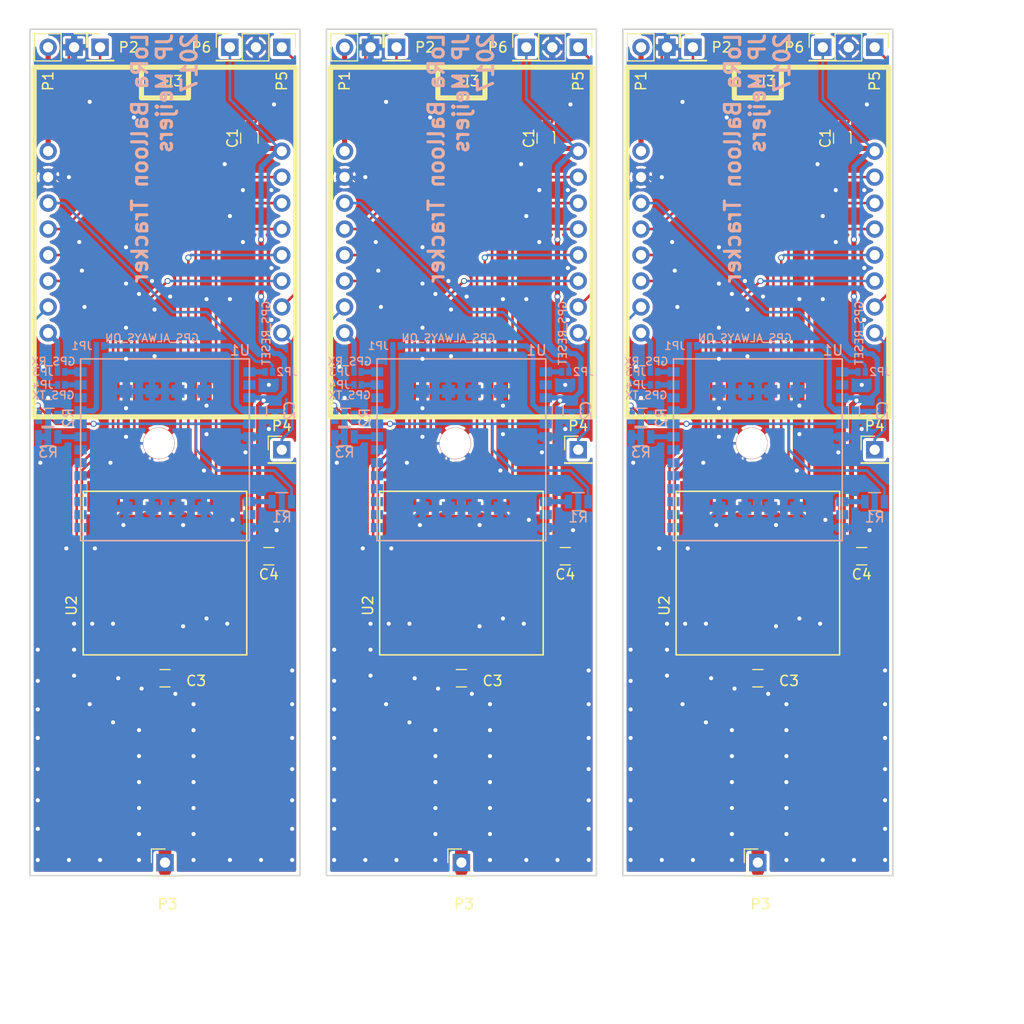
<source format=kicad_pcb>
(kicad_pcb (version 4) (host pcbnew 4.0.6-e0-6349~53~ubuntu16.04.1)
  (layers (0 F.Cu signal) (31 B.Cu signal hide) (34 B.Paste user) (35 F.Paste user) (36 B.SilkS user) (37 F.SilkS user) (38 B.Mask user hide) (39 F.Mask user hide) (44 Edge.Cuts user))
  (net 0 "")
  (net 1 /3V3)
  (net 2 /GND)
  (net 3 "Net-(JP1-Pad1)")
  (net 4 "Net-(JP1-Pad2)")
  (net 5 /GPS_RESET)
  (net 6 /DIO2)
  (net 7 /GPS_RX)
  (net 8 /DIO1/TX)
  (net 9 /GPS_TX)
  (net 10 /DIO3/RX)
  (net 11 /5V)
  (net 12 /DIO0)
  (net 13 /DIO4/rfmDIO1)
  (net 14 /DIO5/rfmDIO0)
  (net 15 /RST)
  (net 16 /ADC)
  (net 17 /DIO16/rfmRESET)
  (net 18 /DIO14/SCK)
  (net 19 /DIO12/MISO)
  (net 20 /DIO13/MOSI)
  (net 21 /DIO15/SS)
  (net 22 "Net-(P3-Pad1)")
  (net 23 /GPS_1V8)
  (net 24 "Net-(R1-Pad2)")
  (net 25 "Net-(R2-Pad1)")
  (net 26 "Net-(R3-Pad1)")
  (module Socket_Strips:Socket_Strip_Straight_1x01_Pitch2.54mm (layer F.Cu) (at 101.39 54.53)
    (fp_text reference P6 (at -2.794 0) (layer F.SilkS))
    (fp_text value CONN_01X01)
    (pad 1 thru_hole rect (at 0 0) (size 1.7 1.7) (drill 1) (layers *.Cu *.Mask) (net 1 /3V3))
  )
  (module Socket_Strips:Socket_Strip_Straight_1x01_Pitch2.54mm (layer F.Cu) (at 95.04 134.286)
    (fp_text reference P3 (at 0.254 4.064) (layer F.SilkS))
    (fp_text value CONN_01X01)
    (pad 1 thru_hole rect (at 0 0) (size 1.7 1.7) (drill 1) (layers *.Cu *.Mask) (net 22 "Net-(P3-Pad1)"))
  )
  (module Capacitors_SMD:C_0805 (layer F.Cu) (at 105.2 104.314)
    (fp_text reference C4 (at 0 1.778) (layer F.SilkS))
    (fp_text value 10uF)
    (pad 1 smd rect (at -1 0) (size 1 1.25) (layers F.Cu F.Paste F.Mask) (net 1 /3V3))
    (pad 2 smd rect (at 1 0) (size 1 1.25) (layers F.Cu F.Paste F.Mask) (net 2 /GND))
  )
  (module open-project:S_JUMPER_2 (layer B.Cu) (at 84.88 87.55 180)
    (fp_text reference JP4 (at 1.778 0 180) (layer B.SilkS) (effects (font (size 0.762 0.762) (thickness 0.127)) (justify mirror)))
    (fp_text value GPS_TX (at 0.762 -1.016 180) (layer B.SilkS) (effects (font (size 0.762 0.762) (thickness 0.127)) (justify mirror)))
    (pad 1 smd rect (at -0.3556 0 180) (size 0.508 0.762) (layers B.Cu B.Paste B.Mask) (net 9 /GPS_TX) (clearance 0.2032))
    (pad 2 smd rect (at 0.3556 0 180) (size 0.508 0.762) (layers B.Cu B.Paste B.Mask) (net 10 /DIO3/RX) (clearance 0.2032))
  )
  (module open-project:S_JUMPER_2 (layer B.Cu) (at 84.88 86.28 180)
    (fp_text reference JP3 (at 1.778 0 180) (layer B.SilkS) (effects (font (size 0.762 0.762) (thickness 0.127)) (justify mirror)))
    (fp_text value GPS_RX (at 0.762 1.016 180) (layer B.SilkS) (effects (font (size 0.762 0.762) (thickness 0.127)) (justify mirror)))
    (pad 1 smd rect (at -0.3556 0 180) (size 0.508 0.762) (layers B.Cu B.Paste B.Mask) (net 7 /GPS_RX) (clearance 0.2032))
    (pad 2 smd rect (at 0.3556 0 180) (size 0.508 0.762) (layers B.Cu B.Paste B.Mask) (net 8 /DIO1/TX) (clearance 0.2032))
  )
  (module open-project:S_JUMPER_2 (layer B.Cu) (at 105.2 86.28)
    (fp_text reference JP2 (at 1.778 0) (layer B.SilkS) (effects (font (size 0.762 0.762) (thickness 0.127)) (justify mirror)))
    (fp_text value GPS_RESET (at -0.254 -3.81 90) (layer B.SilkS) (effects (font (size 0.762 0.762) (thickness 0.127)) (justify mirror)))
    (pad 1 smd rect (at -0.3556 0) (size 0.508 0.762) (layers B.Cu B.Paste B.Mask) (net 5 /GPS_RESET) (clearance 0.2032))
    (pad 2 smd rect (at 0.3556 0) (size 0.508 0.762) (layers B.Cu B.Paste B.Mask) (net 6 /DIO2) (clearance 0.2032))
  )
  (module open-project:S_JUMPER_2 (layer B.Cu) (at 88.69 83.74 180)
    (fp_text reference JP1 (at 1.778 0 180) (layer B.SilkS) (effects (font (size 0.762 0.762) (thickness 0.127)) (justify mirror)))
    (fp_text value GPS_ALWAYS_ON (at -5.08 0.762 180) (layer B.SilkS) (effects (font (size 0.762 0.762) (thickness 0.127)) (justify mirror)))
    (pad 1 smd rect (at -0.3556 0 180) (size 0.508 0.762) (layers B.Cu B.Paste B.Mask) (net 3 "Net-(JP1-Pad1)") (clearance 0.2032))
    (pad 2 smd rect (at 0.3556 0 180) (size 0.508 0.762) (layers B.Cu B.Paste B.Mask) (net 4 "Net-(JP1-Pad2)") (clearance 0.2032))
  )
  (module Socket_Strips:Socket_Strip_Straight_1x02_Pitch2.54mm (layer F.Cu) (at 106.47 54.53 270)
    (fp_text reference P5 (at 3.302 0 270) (layer F.SilkS))
    (fp_text value ADC_INPUT)
    (pad 1 thru_hole rect (at 0 0 270) (size 1.7 1.7) (drill 1) (layers *.Cu *.Mask) (net 16 /ADC))
    (pad 2 thru_hole oval (at 0 2.54 270) (size 1.7 1.7) (drill 1) (layers *.Cu *.Mask) (net 2 /GND))
  )
  (module Socket_Strips:Socket_Strip_Straight_1x01_Pitch2.54mm (layer F.Cu) (at 106.47 93.9)
    (fp_text reference P4 (at 0 -2.33) (layer F.SilkS))
    (fp_text value RESET)
    (pad 1 thru_hole rect (at 0 0) (size 1.7 1.7) (drill 1) (layers *.Cu *.Mask) (net 15 /RST))
  )
  (module Socket_Strips:Socket_Strip_Straight_1x01_Pitch2.54mm (layer F.Cu) (at 88.69 54.53)
    (fp_text reference P2 (at 2.794 0) (layer F.SilkS))
    (fp_text value CONN_DIO0)
    (pad 1 thru_hole rect (at 0 0) (size 1.7 1.7) (drill 1) (layers *.Cu *.Mask) (net 12 /DIO0))
  )
  (module Socket_Strips:Socket_Strip_Straight_1x02_Pitch2.54mm (layer F.Cu) (at 86.15 54.53 270)
    (fp_text reference P1 (at 3.302 2.54 270) (layer F.SilkS))
    (fp_text value BATTERY)
    (pad 1 thru_hole rect (at 0 0 270) (size 1.7 1.7) (drill 1) (layers *.Cu *.Mask) (net 2 /GND))
    (pad 2 thru_hole oval (at 0 2.54 270) (size 1.7 1.7) (drill 1) (layers *.Cu *.Mask) (net 11 /5V))
  )
  (module drawn_by_jpmeijers:RFM95 (layer F.Cu) (at 95.04 105.965 270)
    (fp_text reference U2 (at 3.175 9.144 270) (layer F.SilkS))
    (fp_text value RFM95)
    (pad 1 smd rect (at -7.5 -7 270) (size 3 1.2) (layers F.Cu F.Paste F.Mask) (net 2 /GND))
    (pad 2 smd rect (at -7.5 -5 270) (size 3 1.2) (layers F.Cu F.Paste F.Mask) (net 19 /DIO12/MISO))
    (pad 3 smd rect (at -7.5 -3 270) (size 3 1.2) (layers F.Cu F.Paste F.Mask) (net 20 /DIO13/MOSI))
    (pad 4 smd rect (at -7.5 -1 270) (size 3 1.2) (layers F.Cu F.Paste F.Mask) (net 18 /DIO14/SCK))
    (pad 5 smd rect (at -7.5 1 270) (size 3 1.2) (layers F.Cu F.Paste F.Mask) (net 21 /DIO15/SS))
    (pad 6 smd rect (at -7.5 3 270) (size 3 1.2) (layers F.Cu F.Paste F.Mask) (net 17 /DIO16/rfmRESET))
    (pad 7 smd rect (at -7.5 5 270) (size 3 1.2) (layers F.Cu F.Paste F.Mask))
    (pad 8 smd rect (at -7.5 7 270) (size 3 1.2) (layers F.Cu F.Paste F.Mask) (net 2 /GND))
    (pad 9 smd rect (at 7.5 7 270) (size 3 1.2) (layers F.Cu F.Paste F.Mask) (net 22 "Net-(P3-Pad1)"))
    (pad 10 smd rect (at 7.5 5 270) (size 3 1.2) (layers F.Cu F.Paste F.Mask) (net 2 /GND))
    (pad 11 smd rect (at 7.5 3 270) (size 3 1.2) (layers F.Cu F.Paste F.Mask))
    (pad 12 smd rect (at 7.5 1 270) (size 3 1.2) (layers F.Cu F.Paste F.Mask))
    (pad 13 smd rect (at 7.5 -1 270) (size 3 1.2) (layers F.Cu F.Paste F.Mask) (net 1 /3V3))
    (pad 14 smd rect (at 7.5 -3 270) (size 3 1.2) (layers F.Cu F.Paste F.Mask) (net 14 /DIO5/rfmDIO0))
    (pad 15 smd rect (at 7.5 -5 270) (size 3 1.2) (layers F.Cu F.Paste F.Mask) (net 13 /DIO4/rfmDIO1))
    (pad 16 smd rect (at 7.5 -7 270) (size 3 1.2) (layers F.Cu F.Paste F.Mask))
  )
  (module drawn_by_jpmeijers:GPS_A2235-H (layer B.Cu) (at 103.295 102.79 180)
    (fp_text reference U1 (at 0.9144 18.6182 180) (layer B.SilkS) (effects (justify mirror)))
    (fp_text value GPS_A2235-H)
    (pad 1 smd rect (at 0 16.51 180) (size 1.2 0.9) (layers B.Cu B.Paste B.Mask) (net 5 /GPS_RESET))
    (pad 2 smd rect (at 0 15.24 180) (size 1.2 0.9) (layers B.Cu B.Paste B.Mask))
    (pad 3 smd rect (at 0 13.97 180) (size 1.2 0.9) (layers B.Cu B.Paste B.Mask) (net 1 /3V3))
    (pad 4 smd rect (at 0 12.7 180) (size 1.2 0.9) (layers B.Cu B.Paste B.Mask) (net 3 "Net-(JP1-Pad1)"))
    (pad 5 smd rect (at 0 11.43 180) (size 1.2 0.9) (layers B.Cu B.Paste B.Mask) (net 23 /GPS_1V8))
    (pad 6 smd rect (at 0 10.16 180) (size 1.2 0.9) (layers B.Cu B.Paste B.Mask) (net 2 /GND))
    (pad 7 smd rect (at 0 3.81 180) (size 1.2 0.9) (layers B.Cu B.Paste B.Mask) (net 24 "Net-(R1-Pad2)"))
    (pad 8 smd rect (at 0 2.54 180) (size 1.2 0.9) (layers B.Cu B.Paste B.Mask))
    (pad 9 smd rect (at 0 1.27 180) (size 1.2 0.9) (layers B.Cu B.Paste B.Mask) (net 2 /GND))
    (pad 10 smd rect (at 16.51 1.27 180) (size 1.2 0.9) (layers B.Cu B.Paste B.Mask))
    (pad 11 smd rect (at 16.51 2.54 180) (size 1.2 0.9) (layers B.Cu B.Paste B.Mask))
    (pad 12 smd rect (at 16.51 3.81 180) (size 1.2 0.9) (layers B.Cu B.Paste B.Mask))
    (pad 13 smd rect (at 16.51 5.08 180) (size 1.2 0.9) (layers B.Cu B.Paste B.Mask))
    (pad 14 smd rect (at 16.51 6.35 180) (size 1.2 0.9) (layers B.Cu B.Paste B.Mask))
    (pad 15 smd rect (at 16.51 7.62 180) (size 1.2 0.9) (layers B.Cu B.Paste B.Mask))
    (pad 16 smd rect (at 16.51 8.89 180) (size 1.2 0.9) (layers B.Cu B.Paste B.Mask))
    (pad 17 smd rect (at 16.51 10.16 180) (size 1.2 0.9) (layers B.Cu B.Paste B.Mask) (net 26 "Net-(R3-Pad1)"))
    (pad 18 smd rect (at 16.51 11.43 180) (size 1.2 0.9) (layers B.Cu B.Paste B.Mask) (net 25 "Net-(R2-Pad1)"))
    (pad 19 smd rect (at 16.51 12.7 180) (size 1.2 0.9) (layers B.Cu B.Paste B.Mask) (net 4 "Net-(JP1-Pad2)"))
    (pad 20 smd rect (at 16.51 13.97 180) (size 1.2 0.9) (layers B.Cu B.Paste B.Mask))
    (pad 21 smd rect (at 16.51 15.24 180) (size 1.2 0.9) (layers B.Cu B.Paste B.Mask) (net 9 /GPS_TX))
    (pad 22 smd rect (at 16.51 16.51 180) (size 1.2 0.9) (layers B.Cu B.Paste B.Mask) (net 7 /GPS_RX))
    (pad 23 smd rect (at 4.445 14.605 180) (size 1.27 1.27) (layers B.Cu B.Paste B.Mask) (net 2 /GND))
    (pad 26 smd rect (at 12.065 14.605 180) (size 1.27 1.27) (layers B.Cu B.Paste B.Mask) (net 2 /GND))
    (pad 25 smd rect (at 9.525 14.605 180) (size 1.27 1.27) (layers B.Cu B.Paste B.Mask) (net 2 /GND))
    (pad 24 smd rect (at 6.985 14.605 180) (size 1.27 1.27) (layers B.Cu B.Paste B.Mask) (net 2 /GND))
    (pad 27 smd rect (at 4.445 3.175 180) (size 1.27 1.27) (layers B.Cu B.Paste B.Mask) (net 2 /GND))
    (pad 28 smd rect (at 6.985 3.175 180) (size 1.27 1.27) (layers B.Cu B.Paste B.Mask) (net 2 /GND))
    (pad 29 smd rect (at 9.525 3.175 180) (size 1.27 1.27) (layers B.Cu B.Paste B.Mask) (net 2 /GND))
    (pad 30 smd rect (at 12.065 3.175 180) (size 1.27 1.27) (layers B.Cu B.Paste B.Mask) (net 2 /GND))
    (pad 31 thru_hole circle (at 8.86 9.52 180) (size 3.1 3.1) (drill 3) (layers *.Cu *.Mask B.SilkS) (net 2 /GND))
  )
  (module Resistors_SMD:R_0805 (layer B.Cu) (at 83.61 92.63 180)
    (fp_text reference R3 (at 0 -1.524 180) (layer B.SilkS) (effects (justify mirror)))
    (fp_text value 2k2)
    (pad 1 smd rect (at -0.95 0 180) (size 0.7 1.3) (layers B.Cu B.Paste B.Mask) (net 26 "Net-(R3-Pad1)"))
    (pad 2 smd rect (at 0.95 0 180) (size 0.7 1.3) (layers B.Cu B.Paste B.Mask) (net 2 /GND))
  )
  (module Resistors_SMD:R_0805 (layer B.Cu) (at 83.61 90.725 180)
    (fp_text reference R2 (at -1.9812 -0.0508 450) (layer B.SilkS) (effects (justify mirror)))
    (fp_text value 2k2)
    (pad 1 smd rect (at -0.95 0 180) (size 0.7 1.3) (layers B.Cu B.Paste B.Mask) (net 25 "Net-(R2-Pad1)"))
    (pad 2 smd rect (at 0.95 0 180) (size 0.7 1.3) (layers B.Cu B.Paste B.Mask) (net 23 /GPS_1V8))
  )
  (module Resistors_SMD:R_0805 (layer B.Cu) (at 106.47 98.98 180)
    (fp_text reference R1 (at 0 -1.524 180) (layer B.SilkS) (effects (justify mirror)))
    (fp_text value 10k)
    (pad 1 smd rect (at -0.95 0 180) (size 0.7 1.3) (layers B.Cu B.Paste B.Mask) (net 23 /GPS_1V8))
    (pad 2 smd rect (at 0.95 0 180) (size 0.7 1.3) (layers B.Cu B.Paste B.Mask) (net 24 "Net-(R1-Pad2)"))
  )
  (module Capacitors_SMD:C_0805 (layer F.Cu) (at 95.04 116.252 180)
    (fp_text reference C3 (at -3.048 -0.254 180) (layer F.SilkS))
    (fp_text value 100nF)
    (pad 1 smd rect (at -1 0 180) (size 1 1.25) (layers F.Cu F.Paste F.Mask) (net 1 /3V3))
    (pad 2 smd rect (at 1 0 180) (size 1 1.25) (layers F.Cu F.Paste F.Mask) (net 2 /GND))
  )
  (module Capacitors_SMD:C_0805 (layer B.Cu) (at 105.835 90.09 270)
    (fp_text reference C2 (at 0 -1.397 270) (layer B.SilkS) (effects (justify mirror)))
    (fp_text value 100nF)
    (pad 1 smd rect (at -1 0 270) (size 1 1.25) (layers B.Cu B.Paste B.Mask) (net 1 /3V3))
    (pad 2 smd rect (at 1 0 270) (size 1 1.25) (layers B.Cu B.Paste B.Mask) (net 2 /GND))
  )
  (module Capacitors_SMD:C_0805 (layer F.Cu) (at 103.295 63.42 90)
    (fp_text reference C1 (at 0 -1.651 90) (layer F.SilkS))
    (fp_text value 10uF)
    (pad 1 smd rect (at -1 0 90) (size 1 1.25) (layers F.Cu F.Paste F.Mask) (net 1 /3V3))
    (pad 2 smd rect (at 1 0 90) (size 1 1.25) (layers F.Cu F.Paste F.Mask) (net 2 /GND))
  )
  (module drawn_by_jpmeijers:WEMOS_D1_mini (layer F.Cu) (at 95.04 73.58)
    (fp_text reference U3 (at 0.762 -15.748) (layer F.SilkS))
    (fp_text value WEMOS_D1_mini)
    (pad 1 thru_hole circle (at -11.43 -8.89) (size 1.7 1.7) (drill 1) (layers *.Cu *.Mask) (net 11 /5V))
    (pad 2 thru_hole circle (at -11.43 -6.35) (size 1.7 1.7) (drill 1) (layers *.Cu *.Mask) (net 2 /GND))
    (pad 3 thru_hole circle (at -11.43 -3.81) (size 1.7 1.7) (drill 1) (layers *.Cu *.Mask) (net 6 /DIO2))
    (pad 4 thru_hole circle (at -11.43 -1.27) (size 1.7 1.7) (drill 1) (layers *.Cu *.Mask) (net 12 /DIO0))
    (pad 5 thru_hole circle (at -11.43 1.27) (size 1.7 1.7) (drill 1) (layers *.Cu *.Mask) (net 13 /DIO4/rfmDIO1))
    (pad 6 thru_hole circle (at -11.43 3.81) (size 1.7 1.7) (drill 1) (layers *.Cu *.Mask) (net 14 /DIO5/rfmDIO0))
    (pad 7 thru_hole circle (at -11.43 6.35) (size 1.7 1.7) (drill 1) (layers *.Cu *.Mask) (net 10 /DIO3/RX))
    (pad 8 thru_hole circle (at -11.43 8.89) (size 1.7 1.7) (drill 1) (layers *.Cu *.Mask) (net 8 /DIO1/TX))
    (pad 9 thru_hole circle (at 11.43 8.89) (size 1.7 1.7) (drill 1) (layers *.Cu *.Mask) (net 15 /RST))
    (pad 10 thru_hole circle (at 11.43 6.35) (size 1.7 1.7) (drill 1) (layers *.Cu *.Mask) (net 16 /ADC))
    (pad 11 thru_hole circle (at 11.43 3.81) (size 1.7 1.7) (drill 1) (layers *.Cu *.Mask) (net 17 /DIO16/rfmRESET))
    (pad 12 thru_hole circle (at 11.43 1.27) (size 1.7 1.7) (drill 1) (layers *.Cu *.Mask) (net 18 /DIO14/SCK))
    (pad 13 thru_hole circle (at 11.43 -1.27) (size 1.7 1.7) (drill 1) (layers *.Cu *.Mask) (net 19 /DIO12/MISO))
    (pad 14 thru_hole circle (at 11.43 -3.81) (size 1.7 1.7) (drill 1) (layers *.Cu *.Mask) (net 20 /DIO13/MOSI))
    (pad 15 thru_hole circle (at 11.43 -6.35) (size 1.7 1.7) (drill 1) (layers *.Cu *.Mask) (net 21 /DIO15/SS))
    (pad 16 thru_hole circle (at 11.43 -8.89) (size 1.7 1.7) (drill 1) (layers *.Cu *.Mask) (net 1 /3V3))
  )
  (module Socket_Strips:Socket_Strip_Straight_1x01_Pitch2.54mm (layer F.Cu) (at 72.39 54.53)
    (fp_text reference P6 (at -2.794 0) (layer F.SilkS))
    (fp_text value CONN_01X01)
    (pad 1 thru_hole rect (at 0 0) (size 1.7 1.7) (drill 1) (layers *.Cu *.Mask) (net 1 /3V3))
  )
  (module Socket_Strips:Socket_Strip_Straight_1x01_Pitch2.54mm (layer F.Cu) (at 66.04 134.286)
    (fp_text reference P3 (at 0.254 4.064) (layer F.SilkS))
    (fp_text value CONN_01X01)
    (pad 1 thru_hole rect (at 0 0) (size 1.7 1.7) (drill 1) (layers *.Cu *.Mask) (net 22 "Net-(P3-Pad1)"))
  )
  (module Capacitors_SMD:C_0805 (layer F.Cu) (at 76.2 104.314)
    (fp_text reference C4 (at 0 1.778) (layer F.SilkS))
    (fp_text value 10uF)
    (pad 1 smd rect (at -1 0) (size 1 1.25) (layers F.Cu F.Paste F.Mask) (net 1 /3V3))
    (pad 2 smd rect (at 1 0) (size 1 1.25) (layers F.Cu F.Paste F.Mask) (net 2 /GND))
  )
  (module open-project:S_JUMPER_2 (layer B.Cu) (at 55.88 87.55 180)
    (fp_text reference JP4 (at 1.778 0 180) (layer B.SilkS) (effects (font (size 0.762 0.762) (thickness 0.127)) (justify mirror)))
    (fp_text value GPS_TX (at 0.762 -1.016 180) (layer B.SilkS) (effects (font (size 0.762 0.762) (thickness 0.127)) (justify mirror)))
    (pad 1 smd rect (at -0.3556 0 180) (size 0.508 0.762) (layers B.Cu B.Paste B.Mask) (net 9 /GPS_TX) (clearance 0.2032))
    (pad 2 smd rect (at 0.3556 0 180) (size 0.508 0.762) (layers B.Cu B.Paste B.Mask) (net 10 /DIO3/RX) (clearance 0.2032))
  )
  (module open-project:S_JUMPER_2 (layer B.Cu) (at 55.88 86.28 180)
    (fp_text reference JP3 (at 1.778 0 180) (layer B.SilkS) (effects (font (size 0.762 0.762) (thickness 0.127)) (justify mirror)))
    (fp_text value GPS_RX (at 0.762 1.016 180) (layer B.SilkS) (effects (font (size 0.762 0.762) (thickness 0.127)) (justify mirror)))
    (pad 1 smd rect (at -0.3556 0 180) (size 0.508 0.762) (layers B.Cu B.Paste B.Mask) (net 7 /GPS_RX) (clearance 0.2032))
    (pad 2 smd rect (at 0.3556 0 180) (size 0.508 0.762) (layers B.Cu B.Paste B.Mask) (net 8 /DIO1/TX) (clearance 0.2032))
  )
  (module open-project:S_JUMPER_2 (layer B.Cu) (at 76.2 86.28)
    (fp_text reference JP2 (at 1.778 0) (layer B.SilkS) (effects (font (size 0.762 0.762) (thickness 0.127)) (justify mirror)))
    (fp_text value GPS_RESET (at -0.254 -3.81 90) (layer B.SilkS) (effects (font (size 0.762 0.762) (thickness 0.127)) (justify mirror)))
    (pad 1 smd rect (at -0.3556 0) (size 0.508 0.762) (layers B.Cu B.Paste B.Mask) (net 5 /GPS_RESET) (clearance 0.2032))
    (pad 2 smd rect (at 0.3556 0) (size 0.508 0.762) (layers B.Cu B.Paste B.Mask) (net 6 /DIO2) (clearance 0.2032))
  )
  (module open-project:S_JUMPER_2 (layer B.Cu) (at 59.69 83.74 180)
    (fp_text reference JP1 (at 1.778 0 180) (layer B.SilkS) (effects (font (size 0.762 0.762) (thickness 0.127)) (justify mirror)))
    (fp_text value GPS_ALWAYS_ON (at -5.08 0.762 180) (layer B.SilkS) (effects (font (size 0.762 0.762) (thickness 0.127)) (justify mirror)))
    (pad 1 smd rect (at -0.3556 0 180) (size 0.508 0.762) (layers B.Cu B.Paste B.Mask) (net 3 "Net-(JP1-Pad1)") (clearance 0.2032))
    (pad 2 smd rect (at 0.3556 0 180) (size 0.508 0.762) (layers B.Cu B.Paste B.Mask) (net 4 "Net-(JP1-Pad2)") (clearance 0.2032))
  )
  (module Socket_Strips:Socket_Strip_Straight_1x02_Pitch2.54mm (layer F.Cu) (at 77.47 54.53 270)
    (fp_text reference P5 (at 3.302 0 270) (layer F.SilkS))
    (fp_text value ADC_INPUT)
    (pad 1 thru_hole rect (at 0 0 270) (size 1.7 1.7) (drill 1) (layers *.Cu *.Mask) (net 16 /ADC))
    (pad 2 thru_hole oval (at 0 2.54 270) (size 1.7 1.7) (drill 1) (layers *.Cu *.Mask) (net 2 /GND))
  )
  (module Socket_Strips:Socket_Strip_Straight_1x01_Pitch2.54mm (layer F.Cu) (at 77.47 93.9)
    (fp_text reference P4 (at 0 -2.33) (layer F.SilkS))
    (fp_text value RESET)
    (pad 1 thru_hole rect (at 0 0) (size 1.7 1.7) (drill 1) (layers *.Cu *.Mask) (net 15 /RST))
  )
  (module Socket_Strips:Socket_Strip_Straight_1x01_Pitch2.54mm (layer F.Cu) (at 59.69 54.53)
    (fp_text reference P2 (at 2.794 0) (layer F.SilkS))
    (fp_text value CONN_DIO0)
    (pad 1 thru_hole rect (at 0 0) (size 1.7 1.7) (drill 1) (layers *.Cu *.Mask) (net 12 /DIO0))
  )
  (module Socket_Strips:Socket_Strip_Straight_1x02_Pitch2.54mm (layer F.Cu) (at 57.15 54.53 270)
    (fp_text reference P1 (at 3.302 2.54 270) (layer F.SilkS))
    (fp_text value BATTERY)
    (pad 1 thru_hole rect (at 0 0 270) (size 1.7 1.7) (drill 1) (layers *.Cu *.Mask) (net 2 /GND))
    (pad 2 thru_hole oval (at 0 2.54 270) (size 1.7 1.7) (drill 1) (layers *.Cu *.Mask) (net 11 /5V))
  )
  (module drawn_by_jpmeijers:RFM95 (layer F.Cu) (at 66.04 105.965 270)
    (fp_text reference U2 (at 3.175 9.144 270) (layer F.SilkS))
    (fp_text value RFM95)
    (pad 1 smd rect (at -7.5 -7 270) (size 3 1.2) (layers F.Cu F.Paste F.Mask) (net 2 /GND))
    (pad 2 smd rect (at -7.5 -5 270) (size 3 1.2) (layers F.Cu F.Paste F.Mask) (net 19 /DIO12/MISO))
    (pad 3 smd rect (at -7.5 -3 270) (size 3 1.2) (layers F.Cu F.Paste F.Mask) (net 20 /DIO13/MOSI))
    (pad 4 smd rect (at -7.5 -1 270) (size 3 1.2) (layers F.Cu F.Paste F.Mask) (net 18 /DIO14/SCK))
    (pad 5 smd rect (at -7.5 1 270) (size 3 1.2) (layers F.Cu F.Paste F.Mask) (net 21 /DIO15/SS))
    (pad 6 smd rect (at -7.5 3 270) (size 3 1.2) (layers F.Cu F.Paste F.Mask) (net 17 /DIO16/rfmRESET))
    (pad 7 smd rect (at -7.5 5 270) (size 3 1.2) (layers F.Cu F.Paste F.Mask))
    (pad 8 smd rect (at -7.5 7 270) (size 3 1.2) (layers F.Cu F.Paste F.Mask) (net 2 /GND))
    (pad 9 smd rect (at 7.5 7 270) (size 3 1.2) (layers F.Cu F.Paste F.Mask) (net 22 "Net-(P3-Pad1)"))
    (pad 10 smd rect (at 7.5 5 270) (size 3 1.2) (layers F.Cu F.Paste F.Mask) (net 2 /GND))
    (pad 11 smd rect (at 7.5 3 270) (size 3 1.2) (layers F.Cu F.Paste F.Mask))
    (pad 12 smd rect (at 7.5 1 270) (size 3 1.2) (layers F.Cu F.Paste F.Mask))
    (pad 13 smd rect (at 7.5 -1 270) (size 3 1.2) (layers F.Cu F.Paste F.Mask) (net 1 /3V3))
    (pad 14 smd rect (at 7.5 -3 270) (size 3 1.2) (layers F.Cu F.Paste F.Mask) (net 14 /DIO5/rfmDIO0))
    (pad 15 smd rect (at 7.5 -5 270) (size 3 1.2) (layers F.Cu F.Paste F.Mask) (net 13 /DIO4/rfmDIO1))
    (pad 16 smd rect (at 7.5 -7 270) (size 3 1.2) (layers F.Cu F.Paste F.Mask))
  )
  (module drawn_by_jpmeijers:GPS_A2235-H (layer B.Cu) (at 74.295 102.79 180)
    (fp_text reference U1 (at 0.9144 18.6182 180) (layer B.SilkS) (effects (justify mirror)))
    (fp_text value GPS_A2235-H)
    (pad 1 smd rect (at 0 16.51 180) (size 1.2 0.9) (layers B.Cu B.Paste B.Mask) (net 5 /GPS_RESET))
    (pad 2 smd rect (at 0 15.24 180) (size 1.2 0.9) (layers B.Cu B.Paste B.Mask))
    (pad 3 smd rect (at 0 13.97 180) (size 1.2 0.9) (layers B.Cu B.Paste B.Mask) (net 1 /3V3))
    (pad 4 smd rect (at 0 12.7 180) (size 1.2 0.9) (layers B.Cu B.Paste B.Mask) (net 3 "Net-(JP1-Pad1)"))
    (pad 5 smd rect (at 0 11.43 180) (size 1.2 0.9) (layers B.Cu B.Paste B.Mask) (net 23 /GPS_1V8))
    (pad 6 smd rect (at 0 10.16 180) (size 1.2 0.9) (layers B.Cu B.Paste B.Mask) (net 2 /GND))
    (pad 7 smd rect (at 0 3.81 180) (size 1.2 0.9) (layers B.Cu B.Paste B.Mask) (net 24 "Net-(R1-Pad2)"))
    (pad 8 smd rect (at 0 2.54 180) (size 1.2 0.9) (layers B.Cu B.Paste B.Mask))
    (pad 9 smd rect (at 0 1.27 180) (size 1.2 0.9) (layers B.Cu B.Paste B.Mask) (net 2 /GND))
    (pad 10 smd rect (at 16.51 1.27 180) (size 1.2 0.9) (layers B.Cu B.Paste B.Mask))
    (pad 11 smd rect (at 16.51 2.54 180) (size 1.2 0.9) (layers B.Cu B.Paste B.Mask))
    (pad 12 smd rect (at 16.51 3.81 180) (size 1.2 0.9) (layers B.Cu B.Paste B.Mask))
    (pad 13 smd rect (at 16.51 5.08 180) (size 1.2 0.9) (layers B.Cu B.Paste B.Mask))
    (pad 14 smd rect (at 16.51 6.35 180) (size 1.2 0.9) (layers B.Cu B.Paste B.Mask))
    (pad 15 smd rect (at 16.51 7.62 180) (size 1.2 0.9) (layers B.Cu B.Paste B.Mask))
    (pad 16 smd rect (at 16.51 8.89 180) (size 1.2 0.9) (layers B.Cu B.Paste B.Mask))
    (pad 17 smd rect (at 16.51 10.16 180) (size 1.2 0.9) (layers B.Cu B.Paste B.Mask) (net 26 "Net-(R3-Pad1)"))
    (pad 18 smd rect (at 16.51 11.43 180) (size 1.2 0.9) (layers B.Cu B.Paste B.Mask) (net 25 "Net-(R2-Pad1)"))
    (pad 19 smd rect (at 16.51 12.7 180) (size 1.2 0.9) (layers B.Cu B.Paste B.Mask) (net 4 "Net-(JP1-Pad2)"))
    (pad 20 smd rect (at 16.51 13.97 180) (size 1.2 0.9) (layers B.Cu B.Paste B.Mask))
    (pad 21 smd rect (at 16.51 15.24 180) (size 1.2 0.9) (layers B.Cu B.Paste B.Mask) (net 9 /GPS_TX))
    (pad 22 smd rect (at 16.51 16.51 180) (size 1.2 0.9) (layers B.Cu B.Paste B.Mask) (net 7 /GPS_RX))
    (pad 23 smd rect (at 4.445 14.605 180) (size 1.27 1.27) (layers B.Cu B.Paste B.Mask) (net 2 /GND))
    (pad 26 smd rect (at 12.065 14.605 180) (size 1.27 1.27) (layers B.Cu B.Paste B.Mask) (net 2 /GND))
    (pad 25 smd rect (at 9.525 14.605 180) (size 1.27 1.27) (layers B.Cu B.Paste B.Mask) (net 2 /GND))
    (pad 24 smd rect (at 6.985 14.605 180) (size 1.27 1.27) (layers B.Cu B.Paste B.Mask) (net 2 /GND))
    (pad 27 smd rect (at 4.445 3.175 180) (size 1.27 1.27) (layers B.Cu B.Paste B.Mask) (net 2 /GND))
    (pad 28 smd rect (at 6.985 3.175 180) (size 1.27 1.27) (layers B.Cu B.Paste B.Mask) (net 2 /GND))
    (pad 29 smd rect (at 9.525 3.175 180) (size 1.27 1.27) (layers B.Cu B.Paste B.Mask) (net 2 /GND))
    (pad 30 smd rect (at 12.065 3.175 180) (size 1.27 1.27) (layers B.Cu B.Paste B.Mask) (net 2 /GND))
    (pad 31 thru_hole circle (at 8.86 9.52 180) (size 3.1 3.1) (drill 3) (layers *.Cu *.Mask B.SilkS) (net 2 /GND))
  )
  (module Resistors_SMD:R_0805 (layer B.Cu) (at 54.61 92.63 180)
    (fp_text reference R3 (at 0 -1.524 180) (layer B.SilkS) (effects (justify mirror)))
    (fp_text value 2k2)
    (pad 1 smd rect (at -0.95 0 180) (size 0.7 1.3) (layers B.Cu B.Paste B.Mask) (net 26 "Net-(R3-Pad1)"))
    (pad 2 smd rect (at 0.95 0 180) (size 0.7 1.3) (layers B.Cu B.Paste B.Mask) (net 2 /GND))
  )
  (module Resistors_SMD:R_0805 (layer B.Cu) (at 54.61 90.725 180)
    (fp_text reference R2 (at -1.9812 -0.0508 450) (layer B.SilkS) (effects (justify mirror)))
    (fp_text value 2k2)
    (pad 1 smd rect (at -0.95 0 180) (size 0.7 1.3) (layers B.Cu B.Paste B.Mask) (net 25 "Net-(R2-Pad1)"))
    (pad 2 smd rect (at 0.95 0 180) (size 0.7 1.3) (layers B.Cu B.Paste B.Mask) (net 23 /GPS_1V8))
  )
  (module Resistors_SMD:R_0805 (layer B.Cu) (at 77.47 98.98 180)
    (fp_text reference R1 (at 0 -1.524 180) (layer B.SilkS) (effects (justify mirror)))
    (fp_text value 10k)
    (pad 1 smd rect (at -0.95 0 180) (size 0.7 1.3) (layers B.Cu B.Paste B.Mask) (net 23 /GPS_1V8))
    (pad 2 smd rect (at 0.95 0 180) (size 0.7 1.3) (layers B.Cu B.Paste B.Mask) (net 24 "Net-(R1-Pad2)"))
  )
  (module Capacitors_SMD:C_0805 (layer F.Cu) (at 66.04 116.252 180)
    (fp_text reference C3 (at -3.048 -0.254 180) (layer F.SilkS))
    (fp_text value 100nF)
    (pad 1 smd rect (at -1 0 180) (size 1 1.25) (layers F.Cu F.Paste F.Mask) (net 1 /3V3))
    (pad 2 smd rect (at 1 0 180) (size 1 1.25) (layers F.Cu F.Paste F.Mask) (net 2 /GND))
  )
  (module Capacitors_SMD:C_0805 (layer B.Cu) (at 76.835 90.09 270)
    (fp_text reference C2 (at 0 -1.397 270) (layer B.SilkS) (effects (justify mirror)))
    (fp_text value 100nF)
    (pad 1 smd rect (at -1 0 270) (size 1 1.25) (layers B.Cu B.Paste B.Mask) (net 1 /3V3))
    (pad 2 smd rect (at 1 0 270) (size 1 1.25) (layers B.Cu B.Paste B.Mask) (net 2 /GND))
  )
  (module Capacitors_SMD:C_0805 (layer F.Cu) (at 74.295 63.42 90)
    (fp_text reference C1 (at 0 -1.651 90) (layer F.SilkS))
    (fp_text value 10uF)
    (pad 1 smd rect (at -1 0 90) (size 1 1.25) (layers F.Cu F.Paste F.Mask) (net 1 /3V3))
    (pad 2 smd rect (at 1 0 90) (size 1 1.25) (layers F.Cu F.Paste F.Mask) (net 2 /GND))
  )
  (module drawn_by_jpmeijers:WEMOS_D1_mini (layer F.Cu) (at 66.04 73.58)
    (fp_text reference U3 (at 0.762 -15.748) (layer F.SilkS))
    (fp_text value WEMOS_D1_mini)
    (pad 1 thru_hole circle (at -11.43 -8.89) (size 1.7 1.7) (drill 1) (layers *.Cu *.Mask) (net 11 /5V))
    (pad 2 thru_hole circle (at -11.43 -6.35) (size 1.7 1.7) (drill 1) (layers *.Cu *.Mask) (net 2 /GND))
    (pad 3 thru_hole circle (at -11.43 -3.81) (size 1.7 1.7) (drill 1) (layers *.Cu *.Mask) (net 6 /DIO2))
    (pad 4 thru_hole circle (at -11.43 -1.27) (size 1.7 1.7) (drill 1) (layers *.Cu *.Mask) (net 12 /DIO0))
    (pad 5 thru_hole circle (at -11.43 1.27) (size 1.7 1.7) (drill 1) (layers *.Cu *.Mask) (net 13 /DIO4/rfmDIO1))
    (pad 6 thru_hole circle (at -11.43 3.81) (size 1.7 1.7) (drill 1) (layers *.Cu *.Mask) (net 14 /DIO5/rfmDIO0))
    (pad 7 thru_hole circle (at -11.43 6.35) (size 1.7 1.7) (drill 1) (layers *.Cu *.Mask) (net 10 /DIO3/RX))
    (pad 8 thru_hole circle (at -11.43 8.89) (size 1.7 1.7) (drill 1) (layers *.Cu *.Mask) (net 8 /DIO1/TX))
    (pad 9 thru_hole circle (at 11.43 8.89) (size 1.7 1.7) (drill 1) (layers *.Cu *.Mask) (net 15 /RST))
    (pad 10 thru_hole circle (at 11.43 6.35) (size 1.7 1.7) (drill 1) (layers *.Cu *.Mask) (net 16 /ADC))
    (pad 11 thru_hole circle (at 11.43 3.81) (size 1.7 1.7) (drill 1) (layers *.Cu *.Mask) (net 17 /DIO16/rfmRESET))
    (pad 12 thru_hole circle (at 11.43 1.27) (size 1.7 1.7) (drill 1) (layers *.Cu *.Mask) (net 18 /DIO14/SCK))
    (pad 13 thru_hole circle (at 11.43 -1.27) (size 1.7 1.7) (drill 1) (layers *.Cu *.Mask) (net 19 /DIO12/MISO))
    (pad 14 thru_hole circle (at 11.43 -3.81) (size 1.7 1.7) (drill 1) (layers *.Cu *.Mask) (net 20 /DIO13/MOSI))
    (pad 15 thru_hole circle (at 11.43 -6.35) (size 1.7 1.7) (drill 1) (layers *.Cu *.Mask) (net 21 /DIO15/SS))
    (pad 16 thru_hole circle (at 11.43 -8.89) (size 1.7 1.7) (drill 1) (layers *.Cu *.Mask) (net 1 /3V3))
  )
  (module drawn_by_jpmeijers:WEMOS_D1_mini (layer F.Cu) (at 124.04 73.58)
    (fp_text reference U3 (at 0.762 -15.748) (layer F.SilkS))
    (fp_text value WEMOS_D1_mini)
    (pad 1 thru_hole circle (at -11.43 -8.89) (size 1.7 1.7) (drill 1) (layers *.Cu *.Mask) (net 11 /5V))
    (pad 2 thru_hole circle (at -11.43 -6.35) (size 1.7 1.7) (drill 1) (layers *.Cu *.Mask) (net 2 /GND))
    (pad 3 thru_hole circle (at -11.43 -3.81) (size 1.7 1.7) (drill 1) (layers *.Cu *.Mask) (net 6 /DIO2))
    (pad 4 thru_hole circle (at -11.43 -1.27) (size 1.7 1.7) (drill 1) (layers *.Cu *.Mask) (net 12 /DIO0))
    (pad 5 thru_hole circle (at -11.43 1.27) (size 1.7 1.7) (drill 1) (layers *.Cu *.Mask) (net 13 /DIO4/rfmDIO1))
    (pad 6 thru_hole circle (at -11.43 3.81) (size 1.7 1.7) (drill 1) (layers *.Cu *.Mask) (net 14 /DIO5/rfmDIO0))
    (pad 7 thru_hole circle (at -11.43 6.35) (size 1.7 1.7) (drill 1) (layers *.Cu *.Mask) (net 10 /DIO3/RX))
    (pad 8 thru_hole circle (at -11.43 8.89) (size 1.7 1.7) (drill 1) (layers *.Cu *.Mask) (net 8 /DIO1/TX))
    (pad 9 thru_hole circle (at 11.43 8.89) (size 1.7 1.7) (drill 1) (layers *.Cu *.Mask) (net 15 /RST))
    (pad 10 thru_hole circle (at 11.43 6.35) (size 1.7 1.7) (drill 1) (layers *.Cu *.Mask) (net 16 /ADC))
    (pad 11 thru_hole circle (at 11.43 3.81) (size 1.7 1.7) (drill 1) (layers *.Cu *.Mask) (net 17 /DIO16/rfmRESET))
    (pad 12 thru_hole circle (at 11.43 1.27) (size 1.7 1.7) (drill 1) (layers *.Cu *.Mask) (net 18 /DIO14/SCK))
    (pad 13 thru_hole circle (at 11.43 -1.27) (size 1.7 1.7) (drill 1) (layers *.Cu *.Mask) (net 19 /DIO12/MISO))
    (pad 14 thru_hole circle (at 11.43 -3.81) (size 1.7 1.7) (drill 1) (layers *.Cu *.Mask) (net 20 /DIO13/MOSI))
    (pad 15 thru_hole circle (at 11.43 -6.35) (size 1.7 1.7) (drill 1) (layers *.Cu *.Mask) (net 21 /DIO15/SS))
    (pad 16 thru_hole circle (at 11.43 -8.89) (size 1.7 1.7) (drill 1) (layers *.Cu *.Mask) (net 1 /3V3))
  )
  (module Capacitors_SMD:C_0805 (layer F.Cu) (at 132.295 63.42 90)
    (fp_text reference C1 (at 0 -1.651 90) (layer F.SilkS))
    (fp_text value 10uF)
    (pad 1 smd rect (at -1 0 90) (size 1 1.25) (layers F.Cu F.Paste F.Mask) (net 1 /3V3))
    (pad 2 smd rect (at 1 0 90) (size 1 1.25) (layers F.Cu F.Paste F.Mask) (net 2 /GND))
  )
  (module Capacitors_SMD:C_0805 (layer B.Cu) (at 134.835 90.09 270)
    (fp_text reference C2 (at 0 -1.397 270) (layer B.SilkS) (effects (justify mirror)))
    (fp_text value 100nF)
    (pad 1 smd rect (at -1 0 270) (size 1 1.25) (layers B.Cu B.Paste B.Mask) (net 1 /3V3))
    (pad 2 smd rect (at 1 0 270) (size 1 1.25) (layers B.Cu B.Paste B.Mask) (net 2 /GND))
  )
  (module Capacitors_SMD:C_0805 (layer F.Cu) (at 124.04 116.252 180)
    (fp_text reference C3 (at -3.048 -0.254 180) (layer F.SilkS))
    (fp_text value 100nF)
    (pad 1 smd rect (at -1 0 180) (size 1 1.25) (layers F.Cu F.Paste F.Mask) (net 1 /3V3))
    (pad 2 smd rect (at 1 0 180) (size 1 1.25) (layers F.Cu F.Paste F.Mask) (net 2 /GND))
  )
  (module Resistors_SMD:R_0805 (layer B.Cu) (at 135.47 98.98 180)
    (fp_text reference R1 (at 0 -1.524 180) (layer B.SilkS) (effects (justify mirror)))
    (fp_text value 10k)
    (pad 1 smd rect (at -0.95 0 180) (size 0.7 1.3) (layers B.Cu B.Paste B.Mask) (net 23 /GPS_1V8))
    (pad 2 smd rect (at 0.95 0 180) (size 0.7 1.3) (layers B.Cu B.Paste B.Mask) (net 24 "Net-(R1-Pad2)"))
  )
  (module Resistors_SMD:R_0805 (layer B.Cu) (at 112.61 90.725 180)
    (fp_text reference R2 (at -1.9812 -0.0508 450) (layer B.SilkS) (effects (justify mirror)))
    (fp_text value 2k2)
    (pad 1 smd rect (at -0.95 0 180) (size 0.7 1.3) (layers B.Cu B.Paste B.Mask) (net 25 "Net-(R2-Pad1)"))
    (pad 2 smd rect (at 0.95 0 180) (size 0.7 1.3) (layers B.Cu B.Paste B.Mask) (net 23 /GPS_1V8))
  )
  (module Resistors_SMD:R_0805 (layer B.Cu) (at 112.61 92.63 180)
    (fp_text reference R3 (at 0 -1.524 180) (layer B.SilkS) (effects (justify mirror)))
    (fp_text value 2k2)
    (pad 1 smd rect (at -0.95 0 180) (size 0.7 1.3) (layers B.Cu B.Paste B.Mask) (net 26 "Net-(R3-Pad1)"))
    (pad 2 smd rect (at 0.95 0 180) (size 0.7 1.3) (layers B.Cu B.Paste B.Mask) (net 2 /GND))
  )
  (module drawn_by_jpmeijers:GPS_A2235-H (layer B.Cu) (at 132.295 102.79 180)
    (fp_text reference U1 (at 0.9144 18.6182 180) (layer B.SilkS) (effects (justify mirror)))
    (fp_text value GPS_A2235-H)
    (pad 1 smd rect (at 0 16.51 180) (size 1.2 0.9) (layers B.Cu B.Paste B.Mask) (net 5 /GPS_RESET))
    (pad 2 smd rect (at 0 15.24 180) (size 1.2 0.9) (layers B.Cu B.Paste B.Mask))
    (pad 3 smd rect (at 0 13.97 180) (size 1.2 0.9) (layers B.Cu B.Paste B.Mask) (net 1 /3V3))
    (pad 4 smd rect (at 0 12.7 180) (size 1.2 0.9) (layers B.Cu B.Paste B.Mask) (net 3 "Net-(JP1-Pad1)"))
    (pad 5 smd rect (at 0 11.43 180) (size 1.2 0.9) (layers B.Cu B.Paste B.Mask) (net 23 /GPS_1V8))
    (pad 6 smd rect (at 0 10.16 180) (size 1.2 0.9) (layers B.Cu B.Paste B.Mask) (net 2 /GND))
    (pad 7 smd rect (at 0 3.81 180) (size 1.2 0.9) (layers B.Cu B.Paste B.Mask) (net 24 "Net-(R1-Pad2)"))
    (pad 8 smd rect (at 0 2.54 180) (size 1.2 0.9) (layers B.Cu B.Paste B.Mask))
    (pad 9 smd rect (at 0 1.27 180) (size 1.2 0.9) (layers B.Cu B.Paste B.Mask) (net 2 /GND))
    (pad 10 smd rect (at 16.51 1.27 180) (size 1.2 0.9) (layers B.Cu B.Paste B.Mask))
    (pad 11 smd rect (at 16.51 2.54 180) (size 1.2 0.9) (layers B.Cu B.Paste B.Mask))
    (pad 12 smd rect (at 16.51 3.81 180) (size 1.2 0.9) (layers B.Cu B.Paste B.Mask))
    (pad 13 smd rect (at 16.51 5.08 180) (size 1.2 0.9) (layers B.Cu B.Paste B.Mask))
    (pad 14 smd rect (at 16.51 6.35 180) (size 1.2 0.9) (layers B.Cu B.Paste B.Mask))
    (pad 15 smd rect (at 16.51 7.62 180) (size 1.2 0.9) (layers B.Cu B.Paste B.Mask))
    (pad 16 smd rect (at 16.51 8.89 180) (size 1.2 0.9) (layers B.Cu B.Paste B.Mask))
    (pad 17 smd rect (at 16.51 10.16 180) (size 1.2 0.9) (layers B.Cu B.Paste B.Mask) (net 26 "Net-(R3-Pad1)"))
    (pad 18 smd rect (at 16.51 11.43 180) (size 1.2 0.9) (layers B.Cu B.Paste B.Mask) (net 25 "Net-(R2-Pad1)"))
    (pad 19 smd rect (at 16.51 12.7 180) (size 1.2 0.9) (layers B.Cu B.Paste B.Mask) (net 4 "Net-(JP1-Pad2)"))
    (pad 20 smd rect (at 16.51 13.97 180) (size 1.2 0.9) (layers B.Cu B.Paste B.Mask))
    (pad 21 smd rect (at 16.51 15.24 180) (size 1.2 0.9) (layers B.Cu B.Paste B.Mask) (net 9 /GPS_TX))
    (pad 22 smd rect (at 16.51 16.51 180) (size 1.2 0.9) (layers B.Cu B.Paste B.Mask) (net 7 /GPS_RX))
    (pad 23 smd rect (at 4.445 14.605 180) (size 1.27 1.27) (layers B.Cu B.Paste B.Mask) (net 2 /GND))
    (pad 26 smd rect (at 12.065 14.605 180) (size 1.27 1.27) (layers B.Cu B.Paste B.Mask) (net 2 /GND))
    (pad 25 smd rect (at 9.525 14.605 180) (size 1.27 1.27) (layers B.Cu B.Paste B.Mask) (net 2 /GND))
    (pad 24 smd rect (at 6.985 14.605 180) (size 1.27 1.27) (layers B.Cu B.Paste B.Mask) (net 2 /GND))
    (pad 27 smd rect (at 4.445 3.175 180) (size 1.27 1.27) (layers B.Cu B.Paste B.Mask) (net 2 /GND))
    (pad 28 smd rect (at 6.985 3.175 180) (size 1.27 1.27) (layers B.Cu B.Paste B.Mask) (net 2 /GND))
    (pad 29 smd rect (at 9.525 3.175 180) (size 1.27 1.27) (layers B.Cu B.Paste B.Mask) (net 2 /GND))
    (pad 30 smd rect (at 12.065 3.175 180) (size 1.27 1.27) (layers B.Cu B.Paste B.Mask) (net 2 /GND))
    (pad 31 thru_hole circle (at 8.86 9.52 180) (size 3.1 3.1) (drill 3) (layers *.Cu *.Mask B.SilkS) (net 2 /GND))
  )
  (module drawn_by_jpmeijers:RFM95 (layer F.Cu) (at 124.04 105.965 270)
    (fp_text reference U2 (at 3.175 9.144 270) (layer F.SilkS))
    (fp_text value RFM95)
    (pad 1 smd rect (at -7.5 -7 270) (size 3 1.2) (layers F.Cu F.Paste F.Mask) (net 2 /GND))
    (pad 2 smd rect (at -7.5 -5 270) (size 3 1.2) (layers F.Cu F.Paste F.Mask) (net 19 /DIO12/MISO))
    (pad 3 smd rect (at -7.5 -3 270) (size 3 1.2) (layers F.Cu F.Paste F.Mask) (net 20 /DIO13/MOSI))
    (pad 4 smd rect (at -7.5 -1 270) (size 3 1.2) (layers F.Cu F.Paste F.Mask) (net 18 /DIO14/SCK))
    (pad 5 smd rect (at -7.5 1 270) (size 3 1.2) (layers F.Cu F.Paste F.Mask) (net 21 /DIO15/SS))
    (pad 6 smd rect (at -7.5 3 270) (size 3 1.2) (layers F.Cu F.Paste F.Mask) (net 17 /DIO16/rfmRESET))
    (pad 7 smd rect (at -7.5 5 270) (size 3 1.2) (layers F.Cu F.Paste F.Mask))
    (pad 8 smd rect (at -7.5 7 270) (size 3 1.2) (layers F.Cu F.Paste F.Mask) (net 2 /GND))
    (pad 9 smd rect (at 7.5 7 270) (size 3 1.2) (layers F.Cu F.Paste F.Mask) (net 22 "Net-(P3-Pad1)"))
    (pad 10 smd rect (at 7.5 5 270) (size 3 1.2) (layers F.Cu F.Paste F.Mask) (net 2 /GND))
    (pad 11 smd rect (at 7.5 3 270) (size 3 1.2) (layers F.Cu F.Paste F.Mask))
    (pad 12 smd rect (at 7.5 1 270) (size 3 1.2) (layers F.Cu F.Paste F.Mask))
    (pad 13 smd rect (at 7.5 -1 270) (size 3 1.2) (layers F.Cu F.Paste F.Mask) (net 1 /3V3))
    (pad 14 smd rect (at 7.5 -3 270) (size 3 1.2) (layers F.Cu F.Paste F.Mask) (net 14 /DIO5/rfmDIO0))
    (pad 15 smd rect (at 7.5 -5 270) (size 3 1.2) (layers F.Cu F.Paste F.Mask) (net 13 /DIO4/rfmDIO1))
    (pad 16 smd rect (at 7.5 -7 270) (size 3 1.2) (layers F.Cu F.Paste F.Mask))
  )
  (module Socket_Strips:Socket_Strip_Straight_1x02_Pitch2.54mm (layer F.Cu) (at 115.15 54.53 270)
    (fp_text reference P1 (at 3.302 2.54 270) (layer F.SilkS))
    (fp_text value BATTERY)
    (pad 1 thru_hole rect (at 0 0 270) (size 1.7 1.7) (drill 1) (layers *.Cu *.Mask) (net 2 /GND))
    (pad 2 thru_hole oval (at 0 2.54 270) (size 1.7 1.7) (drill 1) (layers *.Cu *.Mask) (net 11 /5V))
  )
  (module Socket_Strips:Socket_Strip_Straight_1x01_Pitch2.54mm (layer F.Cu) (at 117.69 54.53)
    (fp_text reference P2 (at 2.794 0) (layer F.SilkS))
    (fp_text value CONN_DIO0)
    (pad 1 thru_hole rect (at 0 0) (size 1.7 1.7) (drill 1) (layers *.Cu *.Mask) (net 12 /DIO0))
  )
  (module Socket_Strips:Socket_Strip_Straight_1x01_Pitch2.54mm (layer F.Cu) (at 135.47 93.9)
    (fp_text reference P4 (at 0 -2.33) (layer F.SilkS))
    (fp_text value RESET)
    (pad 1 thru_hole rect (at 0 0) (size 1.7 1.7) (drill 1) (layers *.Cu *.Mask) (net 15 /RST))
  )
  (module Socket_Strips:Socket_Strip_Straight_1x02_Pitch2.54mm (layer F.Cu) (at 135.47 54.53 270)
    (fp_text reference P5 (at 3.302 0 270) (layer F.SilkS))
    (fp_text value ADC_INPUT)
    (pad 1 thru_hole rect (at 0 0 270) (size 1.7 1.7) (drill 1) (layers *.Cu *.Mask) (net 16 /ADC))
    (pad 2 thru_hole oval (at 0 2.54 270) (size 1.7 1.7) (drill 1) (layers *.Cu *.Mask) (net 2 /GND))
  )
  (module open-project:S_JUMPER_2 (layer B.Cu) (at 117.69 83.74 180)
    (fp_text reference JP1 (at 1.778 0 180) (layer B.SilkS) (effects (font (size 0.762 0.762) (thickness 0.127)) (justify mirror)))
    (fp_text value GPS_ALWAYS_ON (at -5.08 0.762 180) (layer B.SilkS) (effects (font (size 0.762 0.762) (thickness 0.127)) (justify mirror)))
    (pad 1 smd rect (at -0.3556 0 180) (size 0.508 0.762) (layers B.Cu B.Paste B.Mask) (net 3 "Net-(JP1-Pad1)") (clearance 0.2032))
    (pad 2 smd rect (at 0.3556 0 180) (size 0.508 0.762) (layers B.Cu B.Paste B.Mask) (net 4 "Net-(JP1-Pad2)") (clearance 0.2032))
  )
  (module open-project:S_JUMPER_2 (layer B.Cu) (at 134.2 86.28)
    (fp_text reference JP2 (at 1.778 0) (layer B.SilkS) (effects (font (size 0.762 0.762) (thickness 0.127)) (justify mirror)))
    (fp_text value GPS_RESET (at -0.254 -3.81 90) (layer B.SilkS) (effects (font (size 0.762 0.762) (thickness 0.127)) (justify mirror)))
    (pad 1 smd rect (at -0.3556 0) (size 0.508 0.762) (layers B.Cu B.Paste B.Mask) (net 5 /GPS_RESET) (clearance 0.2032))
    (pad 2 smd rect (at 0.3556 0) (size 0.508 0.762) (layers B.Cu B.Paste B.Mask) (net 6 /DIO2) (clearance 0.2032))
  )
  (module open-project:S_JUMPER_2 (layer B.Cu) (at 113.88 86.28 180)
    (fp_text reference JP3 (at 1.778 0 180) (layer B.SilkS) (effects (font (size 0.762 0.762) (thickness 0.127)) (justify mirror)))
    (fp_text value GPS_RX (at 0.762 1.016 180) (layer B.SilkS) (effects (font (size 0.762 0.762) (thickness 0.127)) (justify mirror)))
    (pad 1 smd rect (at -0.3556 0 180) (size 0.508 0.762) (layers B.Cu B.Paste B.Mask) (net 7 /GPS_RX) (clearance 0.2032))
    (pad 2 smd rect (at 0.3556 0 180) (size 0.508 0.762) (layers B.Cu B.Paste B.Mask) (net 8 /DIO1/TX) (clearance 0.2032))
  )
  (module open-project:S_JUMPER_2 (layer B.Cu) (at 113.88 87.55 180)
    (fp_text reference JP4 (at 1.778 0 180) (layer B.SilkS) (effects (font (size 0.762 0.762) (thickness 0.127)) (justify mirror)))
    (fp_text value GPS_TX (at 0.762 -1.016 180) (layer B.SilkS) (effects (font (size 0.762 0.762) (thickness 0.127)) (justify mirror)))
    (pad 1 smd rect (at -0.3556 0 180) (size 0.508 0.762) (layers B.Cu B.Paste B.Mask) (net 9 /GPS_TX) (clearance 0.2032))
    (pad 2 smd rect (at 0.3556 0 180) (size 0.508 0.762) (layers B.Cu B.Paste B.Mask) (net 10 /DIO3/RX) (clearance 0.2032))
  )
  (module Capacitors_SMD:C_0805 (layer F.Cu) (at 134.2 104.314)
    (fp_text reference C4 (at 0 1.778) (layer F.SilkS))
    (fp_text value 10uF)
    (pad 1 smd rect (at -1 0) (size 1 1.25) (layers F.Cu F.Paste F.Mask) (net 1 /3V3))
    (pad 2 smd rect (at 1 0) (size 1 1.25) (layers F.Cu F.Paste F.Mask) (net 2 /GND))
  )
  (module Socket_Strips:Socket_Strip_Straight_1x01_Pitch2.54mm (layer F.Cu) (at 124.04 134.286)
    (fp_text reference P3 (at 0.254 4.064) (layer F.SilkS))
    (fp_text value CONN_01X01)
    (pad 1 thru_hole rect (at 0 0) (size 1.7 1.7) (drill 1) (layers *.Cu *.Mask) (net 22 "Net-(P3-Pad1)"))
  )
  (module Socket_Strips:Socket_Strip_Straight_1x01_Pitch2.54mm (layer F.Cu) (at 130.39 54.53)
    (fp_text reference P6 (at -2.794 0) (layer F.SilkS))
    (fp_text value CONN_01X01)
    (pad 1 thru_hole rect (at 0 0) (size 1.7 1.7) (drill 1) (layers *.Cu *.Mask) (net 1 /3V3))
  )
  (gr_text "LoRa Balloon Tracker\nJP Meijers\n2017" (at 95 53 90) (layer B.SilkS) (effects (font (size 1.5 1.5) (thickness 0.3)) (justify left mirror)))
  (gr_text "LoRa Balloon Tracker\nJP Meijers\n2017" (at 66 53 90) (layer B.SilkS) (effects (font (size 1.5 1.5) (thickness 0.3)) (justify left mirror)))
  (gr_line (start 81.832 52.752) (end 108.248 52.752) (angle 90) (layer Edge.Cuts) (width 0.15))
  (gr_line (start 108.248 52.752) (end 108.248 135.556) (angle 90) (layer Edge.Cuts) (width 0.15))
  (gr_line (start 81.832 52.752) (end 81.832 135.556) (angle 90) (layer Edge.Cuts) (width 0.15))
  (gr_line (start 81.832 135.556) (end 108.248 135.556) (angle 90) (layer Edge.Cuts) (width 0.15))
  (gr_line (start 52.832 52.752) (end 79.248 52.752) (angle 90) (layer Edge.Cuts) (width 0.15))
  (gr_line (start 79.248 52.752) (end 79.248 135.556) (angle 90) (layer Edge.Cuts) (width 0.15))
  (gr_line (start 52.832 52.752) (end 52.832 135.556) (angle 90) (layer Edge.Cuts) (width 0.15))
  (gr_line (start 52.832 135.556) (end 79.248 135.556) (angle 90) (layer Edge.Cuts) (width 0.15))
  (gr_text "LoRa Balloon Tracker\nJP Meijers\n2017" (at 124 53 90) (layer B.SilkS) (effects (font (size 1.5 1.5) (thickness 0.3)) (justify left mirror)))
  (gr_line (start 110.832 135.556) (end 137.248 135.556) (angle 90) (layer Edge.Cuts) (width 0.15))
  (gr_line (start 110.832 52.752) (end 110.832 135.556) (angle 90) (layer Edge.Cuts) (width 0.15))
  (gr_line (start 137.248 52.752) (end 137.248 135.556) (angle 90) (layer Edge.Cuts) (width 0.15))
  (gr_line (start 110.832 52.752) (end 137.248 52.752) (angle 90) (layer Edge.Cuts) (width 0.15))
  (segment (start 105.565 88.82) (end 105.835 89.09) (width 0.5) (layer B.Cu) (net 1))
  (segment (start 103.295 88.82) (end 105.565 88.82) (width 0.5) (layer B.Cu) (net 1))
  (segment (start 106.2 64.42) (end 106.47 64.69) (width 0.5) (layer F.Cu) (net 1))
  (segment (start 103.295 64.42) (end 106.2 64.42) (width 0.5) (layer F.Cu) (net 1))
  (segment (start 106.724 88.201) (end 105.835 89.09) (width 0.5) (layer B.Cu) (net 1))
  (segment (start 106.724 85.01) (end 106.724 88.201) (width 0.5) (layer B.Cu) (net 1))
  (segment (start 106.216 84.502) (end 106.724 85.01) (width 0.5) (layer B.Cu) (net 1))
  (segment (start 105.708 84.502) (end 106.216 84.502) (width 0.5) (layer B.Cu) (net 1))
  (segment (start 104.438 83.232) (end 105.708 84.502) (width 0.5) (layer B.Cu) (net 1))
  (segment (start 104.438 78.914) (end 104.438 83.232) (width 0.5) (layer B.Cu) (net 1))
  (via (at 104.438 78.914) (size 0.6) (drill 0.4) (layers F.Cu B.Cu) (net 1))
  (segment (start 104.438 73.326) (end 104.438 78.914) (width 0.5) (layer F.Cu) (net 1))
  (via (at 104.438 73.326) (size 0.6) (drill 0.4) (layers F.Cu B.Cu) (net 1))
  (segment (start 104.438 66.214) (end 104.438 73.326) (width 0.5) (layer B.Cu) (net 1))
  (segment (start 105.962 64.69) (end 104.438 66.214) (width 0.5) (layer B.Cu) (net 1))
  (segment (start 106.47 64.69) (end 105.962 64.69) (width 0.5) (layer B.Cu) (net 1))
  (segment (start 96.04 113.465) (end 96.04 116.252) (width 0.5) (layer F.Cu) (net 1))
  (segment (start 104.708 89.09) (end 104.692 89.074) (width 0.5) (layer B.Cu) (net 1))
  (via (at 104.692 89.074) (size 0.6) (drill 0.4) (layers F.Cu B.Cu) (net 1))
  (segment (start 104.692 89.074) (end 104.2 89.566) (width 0.5) (layer F.Cu) (net 1))
  (segment (start 104.2 89.566) (end 104.2 104.314) (width 0.5) (layer F.Cu) (net 1))
  (segment (start 105.835 89.09) (end 104.708 89.09) (width 0.5) (layer B.Cu) (net 1))
  (segment (start 104.2 114.712) (end 102.66 116.252) (width 0.5) (layer F.Cu) (net 1))
  (segment (start 102.66 116.252) (end 96.04 116.252) (width 0.5) (layer F.Cu) (net 1))
  (segment (start 104.2 104.314) (end 104.2 114.712) (width 0.5) (layer F.Cu) (net 1))
  (segment (start 101.39 59.61) (end 106.47 64.69) (width 0.25) (layer B.Cu) (net 1))
  (segment (start 101.39 54.53) (end 101.39 59.61) (width 0.25) (layer B.Cu) (net 1))
  (segment (start 76.565 88.82) (end 76.835 89.09) (width 0.5) (layer B.Cu) (net 1))
  (segment (start 74.295 88.82) (end 76.565 88.82) (width 0.5) (layer B.Cu) (net 1))
  (segment (start 77.2 64.42) (end 77.47 64.69) (width 0.5) (layer F.Cu) (net 1))
  (segment (start 74.295 64.42) (end 77.2 64.42) (width 0.5) (layer F.Cu) (net 1))
  (segment (start 77.724 88.201) (end 76.835 89.09) (width 0.5) (layer B.Cu) (net 1))
  (segment (start 77.724 85.01) (end 77.724 88.201) (width 0.5) (layer B.Cu) (net 1))
  (segment (start 77.216 84.502) (end 77.724 85.01) (width 0.5) (layer B.Cu) (net 1))
  (segment (start 76.708 84.502) (end 77.216 84.502) (width 0.5) (layer B.Cu) (net 1))
  (segment (start 75.438 83.232) (end 76.708 84.502) (width 0.5) (layer B.Cu) (net 1))
  (segment (start 75.438 78.914) (end 75.438 83.232) (width 0.5) (layer B.Cu) (net 1))
  (via (at 75.438 78.914) (size 0.6) (drill 0.4) (layers F.Cu B.Cu) (net 1))
  (segment (start 75.438 73.326) (end 75.438 78.914) (width 0.5) (layer F.Cu) (net 1))
  (via (at 75.438 73.326) (size 0.6) (drill 0.4) (layers F.Cu B.Cu) (net 1))
  (segment (start 75.438 66.214) (end 75.438 73.326) (width 0.5) (layer B.Cu) (net 1))
  (segment (start 76.962 64.69) (end 75.438 66.214) (width 0.5) (layer B.Cu) (net 1))
  (segment (start 77.47 64.69) (end 76.962 64.69) (width 0.5) (layer B.Cu) (net 1))
  (segment (start 67.04 113.465) (end 67.04 116.252) (width 0.5) (layer F.Cu) (net 1))
  (segment (start 75.708 89.09) (end 75.692 89.074) (width 0.5) (layer B.Cu) (net 1))
  (via (at 75.692 89.074) (size 0.6) (drill 0.4) (layers F.Cu B.Cu) (net 1))
  (segment (start 75.692 89.074) (end 75.2 89.566) (width 0.5) (layer F.Cu) (net 1))
  (segment (start 75.2 89.566) (end 75.2 104.314) (width 0.5) (layer F.Cu) (net 1))
  (segment (start 76.835 89.09) (end 75.708 89.09) (width 0.5) (layer B.Cu) (net 1))
  (segment (start 75.2 114.712) (end 73.66 116.252) (width 0.5) (layer F.Cu) (net 1))
  (segment (start 73.66 116.252) (end 67.04 116.252) (width 0.5) (layer F.Cu) (net 1))
  (segment (start 75.2 104.314) (end 75.2 114.712) (width 0.5) (layer F.Cu) (net 1))
  (segment (start 72.39 59.61) (end 77.47 64.69) (width 0.25) (layer B.Cu) (net 1))
  (segment (start 72.39 54.53) (end 72.39 59.61) (width 0.25) (layer B.Cu) (net 1))
  (segment (start 130.39 54.53) (end 130.39 59.61) (width 0.25) (layer B.Cu) (net 1))
  (segment (start 130.39 59.61) (end 135.47 64.69) (width 0.25) (layer B.Cu) (net 1))
  (segment (start 133.2 104.314) (end 133.2 114.712) (width 0.5) (layer F.Cu) (net 1))
  (segment (start 131.66 116.252) (end 125.04 116.252) (width 0.5) (layer F.Cu) (net 1))
  (segment (start 133.2 114.712) (end 131.66 116.252) (width 0.5) (layer F.Cu) (net 1))
  (segment (start 134.835 89.09) (end 133.708 89.09) (width 0.5) (layer B.Cu) (net 1))
  (segment (start 133.2 89.566) (end 133.2 104.314) (width 0.5) (layer F.Cu) (net 1))
  (segment (start 133.692 89.074) (end 133.2 89.566) (width 0.5) (layer F.Cu) (net 1))
  (via (at 133.692 89.074) (size 0.6) (drill 0.4) (layers F.Cu B.Cu) (net 1))
  (segment (start 133.708 89.09) (end 133.692 89.074) (width 0.5) (layer B.Cu) (net 1))
  (segment (start 125.04 113.465) (end 125.04 116.252) (width 0.5) (layer F.Cu) (net 1))
  (segment (start 135.47 64.69) (end 134.962 64.69) (width 0.5) (layer B.Cu) (net 1))
  (segment (start 134.962 64.69) (end 133.438 66.214) (width 0.5) (layer B.Cu) (net 1))
  (segment (start 133.438 66.214) (end 133.438 73.326) (width 0.5) (layer B.Cu) (net 1))
  (via (at 133.438 73.326) (size 0.6) (drill 0.4) (layers F.Cu B.Cu) (net 1))
  (segment (start 133.438 73.326) (end 133.438 78.914) (width 0.5) (layer F.Cu) (net 1))
  (via (at 133.438 78.914) (size 0.6) (drill 0.4) (layers F.Cu B.Cu) (net 1))
  (segment (start 133.438 78.914) (end 133.438 83.232) (width 0.5) (layer B.Cu) (net 1))
  (segment (start 133.438 83.232) (end 134.708 84.502) (width 0.5) (layer B.Cu) (net 1))
  (segment (start 134.708 84.502) (end 135.216 84.502) (width 0.5) (layer B.Cu) (net 1))
  (segment (start 135.216 84.502) (end 135.724 85.01) (width 0.5) (layer B.Cu) (net 1))
  (segment (start 135.724 85.01) (end 135.724 88.201) (width 0.5) (layer B.Cu) (net 1))
  (segment (start 135.724 88.201) (end 134.835 89.09) (width 0.5) (layer B.Cu) (net 1))
  (segment (start 132.295 64.42) (end 135.2 64.42) (width 0.5) (layer F.Cu) (net 1))
  (segment (start 135.2 64.42) (end 135.47 64.69) (width 0.5) (layer F.Cu) (net 1))
  (segment (start 132.295 88.82) (end 134.565 88.82) (width 0.5) (layer B.Cu) (net 1))
  (segment (start 134.565 88.82) (end 134.835 89.09) (width 0.5) (layer B.Cu) (net 1))
  (segment (start 82.848 95.17) (end 82.66 94.982) (width 0.254) (layer B.Cu) (net 2))
  (via (at 82.848 95.17) (size 0.6) (drill 0.4) (layers F.Cu B.Cu) (net 2))
  (segment (start 82.848 101.012) (end 82.848 95.17) (width 0.254) (layer F.Cu) (net 2))
  (segment (start 85.388 103.552) (end 82.848 101.012) (width 0.254) (layer F.Cu) (net 2))
  (via (at 85.388 103.552) (size 0.6) (drill 0.4) (layers F.Cu B.Cu) (net 2))
  (segment (start 88.182 103.552) (end 85.388 103.552) (width 0.254) (layer B.Cu) (net 2))
  (segment (start 82.66 94.982) (end 82.66 92.63) (width 0.254) (layer B.Cu) (net 2))
  (segment (start 88.04 103.41) (end 88.182 103.552) (width 0.254) (layer F.Cu) (net 2))
  (via (at 88.182 103.552) (size 0.6) (drill 0.4) (layers F.Cu B.Cu) (net 2))
  (segment (start 88.04 98.465) (end 88.04 103.41) (width 0.254) (layer F.Cu) (net 2))
  (segment (start 100.755 101.52) (end 103.295 101.52) (width 0.254) (layer B.Cu) (net 2))
  (segment (start 98.85 99.615) (end 100.755 101.52) (width 0.254) (layer B.Cu) (net 2))
  (segment (start 96.31 99.615) (end 98.85 99.615) (width 0.254) (layer B.Cu) (net 2))
  (segment (start 91.23 99.615) (end 96.31 99.615) (width 0.254) (layer B.Cu) (net 2))
  (segment (start 88.182 102.663) (end 91.23 99.615) (width 0.254) (layer B.Cu) (net 2))
  (segment (start 88.182 103.552) (end 88.182 102.663) (width 0.254) (layer B.Cu) (net 2))
  (segment (start 102.406 101.52) (end 101.644 100.758) (width 0.254) (layer B.Cu) (net 2))
  (via (at 101.644 100.758) (size 0.6) (drill 0.4) (layers F.Cu B.Cu) (net 2))
  (segment (start 101.644 100.758) (end 102.04 100.362) (width 0.254) (layer F.Cu) (net 2))
  (segment (start 102.04 100.362) (end 102.04 98.465) (width 0.254) (layer F.Cu) (net 2))
  (segment (start 103.295 101.52) (end 102.406 101.52) (width 0.254) (layer B.Cu) (net 2))
  (segment (start 102.04 95.028) (end 102.914 94.154) (width 0.254) (layer F.Cu) (net 2))
  (via (at 102.914 94.154) (size 0.6) (drill 0.4) (layers F.Cu B.Cu) (net 2))
  (segment (start 102.914 94.154) (end 103.295 93.773) (width 0.254) (layer B.Cu) (net 2))
  (segment (start 103.295 93.773) (end 103.295 92.63) (width 0.254) (layer B.Cu) (net 2))
  (segment (start 102.04 98.465) (end 102.04 95.028) (width 0.254) (layer F.Cu) (net 2))
  (segment (start 104.295 92.63) (end 105.835 91.09) (width 0.254) (layer B.Cu) (net 2))
  (segment (start 103.295 92.63) (end 104.295 92.63) (width 0.254) (layer B.Cu) (net 2))
  (segment (start 99.104 92.376) (end 99.104 89.582) (width 0.254) (layer F.Cu) (net 2))
  (via (at 99.104 89.582) (size 0.6) (drill 0.4) (layers F.Cu B.Cu) (net 2))
  (segment (start 99.104 89.582) (end 98.85 89.328) (width 0.254) (layer B.Cu) (net 2))
  (segment (start 98.85 89.328) (end 98.85 88.185) (width 0.254) (layer B.Cu) (net 2))
  (via (at 99.104 92.376) (size 0.6) (drill 0.4) (layers F.Cu B.Cu) (net 2))
  (segment (start 99.358 92.63) (end 99.104 92.376) (width 0.254) (layer B.Cu) (net 2))
  (segment (start 103.295 92.63) (end 99.358 92.63) (width 0.254) (layer B.Cu) (net 2))
  (segment (start 98.85 88.185) (end 96.31 88.185) (width 0.254) (layer B.Cu) (net 2))
  (segment (start 96.31 88.185) (end 93.77 88.185) (width 0.254) (layer B.Cu) (net 2))
  (segment (start 93.77 88.185) (end 91.23 88.185) (width 0.254) (layer B.Cu) (net 2))
  (segment (start 93.77 93.935) (end 94.435 93.27) (width 0.254) (layer B.Cu) (net 2))
  (segment (start 93.77 99.615) (end 93.77 93.935) (width 0.254) (layer B.Cu) (net 2))
  (via (at 91.23 89.836) (size 0.6) (drill 0.4) (layers F.Cu B.Cu) (net 2))
  (segment (start 91.23 89.836) (end 91.23 92.63) (width 0.254) (layer F.Cu) (net 2))
  (via (at 91.23 92.63) (size 0.6) (drill 0.4) (layers F.Cu B.Cu) (net 2))
  (segment (start 91.23 92.63) (end 91.87 93.27) (width 0.254) (layer B.Cu) (net 2))
  (segment (start 91.87 93.27) (end 94.435 93.27) (width 0.254) (layer B.Cu) (net 2))
  (segment (start 91.23 88.185) (end 91.23 89.836) (width 0.254) (layer B.Cu) (net 2))
  (segment (start 90.722 116.252) (end 90.04 115.57) (width 0.254) (layer F.Cu) (net 2))
  (segment (start 90.04 115.57) (end 90.04 113.465) (width 0.254) (layer F.Cu) (net 2))
  (segment (start 94.04 116.252) (end 90.722 116.252) (width 0.254) (layer F.Cu) (net 2))
  (segment (start 90.04 110.998) (end 89.96 110.918) (width 0.254) (layer F.Cu) (net 2))
  (via (at 89.96 110.918) (size 0.6) (drill 0.4) (layers F.Cu B.Cu) (net 2))
  (segment (start 89.96 110.918) (end 89.452 110.41) (width 0.254) (layer B.Cu) (net 2))
  (segment (start 89.452 110.41) (end 89.452 104.822) (width 0.254) (layer B.Cu) (net 2))
  (segment (start 89.452 104.822) (end 88.182 103.552) (width 0.254) (layer B.Cu) (net 2))
  (segment (start 90.04 113.465) (end 90.04 110.998) (width 0.254) (layer F.Cu) (net 2))
  (via (at 97.834 134.032) (size 0.6) (drill 0.4) (layers F.Cu B.Cu) (net 2))
  (segment (start 97.834 134.032) (end 97.834 131.492) (width 0.254) (layer F.Cu) (net 2))
  (via (at 97.834 131.492) (size 0.6) (drill 0.4) (layers F.Cu B.Cu) (net 2))
  (segment (start 97.834 131.492) (end 97.834 128.952) (width 0.254) (layer B.Cu) (net 2))
  (via (at 97.834 128.952) (size 0.6) (drill 0.4) (layers F.Cu B.Cu) (net 2))
  (segment (start 97.834 128.952) (end 97.834 126.412) (width 0.254) (layer F.Cu) (net 2))
  (via (at 97.834 126.412) (size 0.6) (drill 0.4) (layers F.Cu B.Cu) (net 2))
  (segment (start 97.834 126.412) (end 97.834 123.872) (width 0.254) (layer B.Cu) (net 2))
  (via (at 97.834 123.872) (size 0.6) (drill 0.4) (layers F.Cu B.Cu) (net 2))
  (segment (start 97.834 123.872) (end 97.834 121.332) (width 0.254) (layer F.Cu) (net 2))
  (via (at 97.834 121.332) (size 0.6) (drill 0.4) (layers F.Cu B.Cu) (net 2))
  (segment (start 97.834 121.332) (end 97.834 118.792) (width 0.254) (layer B.Cu) (net 2))
  (via (at 97.834 118.792) (size 0.6) (drill 0.4) (layers F.Cu B.Cu) (net 2))
  (segment (start 97.834 118.792) (end 96.818 117.776) (width 0.254) (layer F.Cu) (net 2))
  (segment (start 96.818 117.776) (end 96.056 117.776) (width 0.254) (layer F.Cu) (net 2))
  (via (at 96.056 117.776) (size 0.6) (drill 0.4) (layers F.Cu B.Cu) (net 2))
  (segment (start 96.056 117.776) (end 95.548 117.268) (width 0.254) (layer B.Cu) (net 2))
  (segment (start 95.548 117.268) (end 92.754 117.268) (width 0.254) (layer B.Cu) (net 2))
  (via (at 92.754 117.268) (size 0.6) (drill 0.4) (layers F.Cu B.Cu) (net 2))
  (segment (start 92.754 117.268) (end 91.738 116.252) (width 0.254) (layer F.Cu) (net 2))
  (segment (start 91.738 116.252) (end 90.468 116.252) (width 0.254) (layer F.Cu) (net 2))
  (via (at 90.468 116.252) (size 0.6) (drill 0.4) (layers F.Cu B.Cu) (net 2))
  (segment (start 90.468 116.252) (end 89.96 115.744) (width 0.254) (layer B.Cu) (net 2))
  (segment (start 89.96 115.744) (end 89.96 110.918) (width 0.254) (layer B.Cu) (net 2))
  (segment (start 89.96 110.918) (end 87.928 110.918) (width 0.254) (layer B.Cu) (net 2))
  (via (at 92.5 134.032) (size 0.6) (drill 0.4) (layers F.Cu B.Cu) (net 2))
  (segment (start 92.5 131.492) (end 92.5 134.032) (width 0.254) (layer F.Cu) (net 2))
  (via (at 92.5 131.492) (size 0.6) (drill 0.4) (layers F.Cu B.Cu) (net 2))
  (segment (start 92.5 128.952) (end 92.5 131.492) (width 0.254) (layer B.Cu) (net 2))
  (via (at 92.5 128.952) (size 0.6) (drill 0.4) (layers F.Cu B.Cu) (net 2))
  (segment (start 92.5 126.412) (end 92.5 128.952) (width 0.254) (layer F.Cu) (net 2))
  (via (at 92.5 126.412) (size 0.6) (drill 0.4) (layers F.Cu B.Cu) (net 2))
  (segment (start 92.5 123.872) (end 92.5 126.412) (width 0.254) (layer B.Cu) (net 2))
  (via (at 92.5 123.872) (size 0.6) (drill 0.4) (layers F.Cu B.Cu) (net 2))
  (segment (start 92.5 121.332) (end 92.5 123.872) (width 0.254) (layer F.Cu) (net 2))
  (via (at 92.5 121.332) (size 0.6) (drill 0.4) (layers F.Cu B.Cu) (net 2))
  (segment (start 90.722 121.332) (end 92.5 121.332) (width 0.254) (layer B.Cu) (net 2))
  (segment (start 89.96 120.57) (end 90.722 121.332) (width 0.254) (layer B.Cu) (net 2))
  (via (at 89.96 120.57) (size 0.6) (drill 0.4) (layers F.Cu B.Cu) (net 2))
  (segment (start 89.452 120.57) (end 89.96 120.57) (width 0.254) (layer F.Cu) (net 2))
  (segment (start 87.674 118.792) (end 89.452 120.57) (width 0.254) (layer F.Cu) (net 2))
  (via (at 87.674 118.792) (size 0.6) (drill 0.4) (layers F.Cu B.Cu) (net 2))
  (segment (start 87.674 118.538) (end 87.674 118.792) (width 0.254) (layer B.Cu) (net 2))
  (segment (start 86.15 117.014) (end 87.674 118.538) (width 0.254) (layer B.Cu) (net 2))
  (segment (start 86.15 115.998) (end 86.15 117.014) (width 0.254) (layer B.Cu) (net 2))
  (via (at 86.15 115.998) (size 0.6) (drill 0.4) (layers F.Cu B.Cu) (net 2))
  (segment (start 86.15 113.458) (end 86.15 115.998) (width 0.254) (layer F.Cu) (net 2))
  (via (at 86.15 113.458) (size 0.6) (drill 0.4) (layers F.Cu B.Cu) (net 2))
  (segment (start 86.15 110.918) (end 86.15 113.458) (width 0.254) (layer B.Cu) (net 2))
  (via (at 86.15 110.918) (size 0.6) (drill 0.4) (layers F.Cu B.Cu) (net 2))
  (segment (start 87.928 110.918) (end 86.15 110.918) (width 0.254) (layer F.Cu) (net 2))
  (via (at 87.928 110.918) (size 0.6) (drill 0.4) (layers F.Cu B.Cu) (net 2))
  (via (at 88.69 134.032) (size 0.6) (drill 0.4) (layers F.Cu B.Cu) (net 2))
  (segment (start 88.69 134.032) (end 85.642 134.032) (width 0.254) (layer F.Cu) (net 2))
  (via (at 85.642 134.032) (size 0.6) (drill 0.4) (layers F.Cu B.Cu) (net 2))
  (segment (start 85.642 134.032) (end 82.594 134.032) (width 0.254) (layer B.Cu) (net 2))
  (via (at 82.594 134.032) (size 0.6) (drill 0.4) (layers F.Cu B.Cu) (net 2))
  (segment (start 82.594 134.032) (end 82.594 130.984) (width 0.254) (layer F.Cu) (net 2))
  (via (at 82.594 130.984) (size 0.6) (drill 0.4) (layers F.Cu B.Cu) (net 2))
  (segment (start 82.594 130.984) (end 82.594 128.19) (width 0.254) (layer B.Cu) (net 2))
  (via (at 82.594 128.19) (size 0.6) (drill 0.4) (layers F.Cu B.Cu) (net 2))
  (segment (start 82.594 128.19) (end 82.594 125.142) (width 0.254) (layer F.Cu) (net 2))
  (via (at 82.594 125.142) (size 0.6) (drill 0.4) (layers F.Cu B.Cu) (net 2))
  (segment (start 82.594 125.142) (end 82.594 122.094) (width 0.254) (layer B.Cu) (net 2))
  (via (at 82.594 122.094) (size 0.6) (drill 0.4) (layers F.Cu B.Cu) (net 2))
  (segment (start 82.594 122.094) (end 82.594 119.3) (width 0.254) (layer F.Cu) (net 2))
  (via (at 82.594 119.3) (size 0.6) (drill 0.4) (layers F.Cu B.Cu) (net 2))
  (segment (start 82.594 119.3) (end 82.594 116.506) (width 0.254) (layer B.Cu) (net 2))
  (via (at 82.594 116.506) (size 0.6) (drill 0.4) (layers F.Cu B.Cu) (net 2))
  (segment (start 82.594 116.506) (end 82.594 113.458) (width 0.254) (layer F.Cu) (net 2))
  (via (at 82.594 113.458) (size 0.6) (drill 0.4) (layers F.Cu B.Cu) (net 2))
  (segment (start 92.5 134.032) (end 88.69 134.032) (width 0.254) (layer B.Cu) (net 2))
  (via (at 101.39 134.032) (size 0.6) (drill 0.4) (layers F.Cu B.Cu) (net 2))
  (segment (start 101.39 134.032) (end 104.438 134.032) (width 0.254) (layer F.Cu) (net 2))
  (via (at 104.438 134.032) (size 0.6) (drill 0.4) (layers F.Cu B.Cu) (net 2))
  (segment (start 104.438 134.032) (end 107.486 134.032) (width 0.254) (layer B.Cu) (net 2))
  (via (at 107.486 134.032) (size 0.6) (drill 0.4) (layers F.Cu B.Cu) (net 2))
  (segment (start 107.486 134.032) (end 107.486 130.984) (width 0.254) (layer F.Cu) (net 2))
  (via (at 107.486 130.984) (size 0.6) (drill 0.4) (layers F.Cu B.Cu) (net 2))
  (segment (start 107.486 130.984) (end 107.486 128.19) (width 0.254) (layer B.Cu) (net 2))
  (via (at 107.486 128.19) (size 0.6) (drill 0.4) (layers F.Cu B.Cu) (net 2))
  (segment (start 107.486 128.19) (end 107.486 125.142) (width 0.254) (layer F.Cu) (net 2))
  (via (at 107.486 125.142) (size 0.6) (drill 0.4) (layers F.Cu B.Cu) (net 2))
  (segment (start 107.486 125.142) (end 107.486 122.094) (width 0.254) (layer B.Cu) (net 2))
  (via (at 107.486 122.094) (size 0.6) (drill 0.4) (layers F.Cu B.Cu) (net 2))
  (segment (start 107.486 122.094) (end 107.486 118.792) (width 0.254) (layer F.Cu) (net 2))
  (via (at 107.486 118.792) (size 0.6) (drill 0.4) (layers F.Cu B.Cu) (net 2))
  (segment (start 107.486 118.792) (end 107.486 115.49) (width 0.254) (layer B.Cu) (net 2))
  (via (at 107.486 115.49) (size 0.6) (drill 0.4) (layers F.Cu B.Cu) (net 2))
  (segment (start 97.834 134.032) (end 101.39 134.032) (width 0.254) (layer B.Cu) (net 2))
  (segment (start 106.2 102.012) (end 105.962 101.774) (width 0.254) (layer F.Cu) (net 2))
  (via (at 105.962 101.774) (size 0.6) (drill 0.4) (layers F.Cu B.Cu) (net 2))
  (segment (start 105.962 101.774) (end 105.708 101.52) (width 0.254) (layer B.Cu) (net 2))
  (segment (start 105.708 101.52) (end 103.295 101.52) (width 0.254) (layer B.Cu) (net 2))
  (segment (start 106.2 104.314) (end 106.2 102.012) (width 0.254) (layer F.Cu) (net 2))
  (segment (start 84.372 67.23) (end 83.61 67.23) (width 0.254) (layer B.Cu) (net 2))
  (via (at 91.23 77.644) (size 0.6) (drill 0.4) (layers F.Cu B.Cu) (net 2))
  (segment (start 91.23 77.644) (end 91.23 74.088) (width 0.254) (layer F.Cu) (net 2))
  (via (at 91.23 74.088) (size 0.6) (drill 0.4) (layers F.Cu B.Cu) (net 2))
  (segment (start 91.23 74.088) (end 84.372 67.23) (width 0.254) (layer B.Cu) (net 2))
  (segment (start 91.23 81.962) (end 91.23 77.644) (width 0.254) (layer B.Cu) (net 2))
  (via (at 91.23 81.962) (size 0.6) (drill 0.4) (layers F.Cu B.Cu) (net 2))
  (segment (start 91.23 85.01) (end 91.23 81.962) (width 0.254) (layer F.Cu) (net 2))
  (via (at 91.23 85.01) (size 0.6) (drill 0.4) (layers F.Cu B.Cu) (net 2))
  (segment (start 91.23 88.185) (end 91.23 85.01) (width 0.254) (layer B.Cu) (net 2))
  (segment (start 85.642 55.038) (end 86.15 54.53) (width 0.254) (layer F.Cu) (net 2))
  (segment (start 85.642 67.23) (end 83.61 67.23) (width 0.254) (layer B.Cu) (net 2))
  (via (at 85.642 67.23) (size 0.6) (drill 0.4) (layers F.Cu B.Cu) (net 2))
  (segment (start 85.642 55.038) (end 85.642 67.23) (width 0.254) (layer F.Cu) (net 2))
  (segment (start 91.992 61.388) (end 93.024 62.42) (width 0.254) (layer F.Cu) (net 2))
  (segment (start 93.024 62.42) (end 103.295 62.42) (width 0.254) (layer F.Cu) (net 2))
  (via (at 91.992 61.388) (size 0.6) (drill 0.4) (layers F.Cu B.Cu) (net 2))
  (segment (start 89.198 61.388) (end 91.992 61.388) (width 0.254) (layer B.Cu) (net 2))
  (segment (start 87.674 59.864) (end 89.198 61.388) (width 0.254) (layer B.Cu) (net 2))
  (via (at 87.674 59.864) (size 0.6) (drill 0.4) (layers F.Cu B.Cu) (net 2))
  (segment (start 86.15 58.34) (end 87.674 59.864) (width 0.254) (layer F.Cu) (net 2))
  (segment (start 86.15 54.53) (end 86.15 58.34) (width 0.254) (layer F.Cu) (net 2))
  (segment (start 103.93 61.785) (end 103.295 62.42) (width 0.254) (layer F.Cu) (net 2))
  (segment (start 103.93 54.53) (end 103.93 61.785) (width 0.254) (layer F.Cu) (net 2))
  (segment (start 91.23 62.15) (end 91.992 61.388) (width 0.254) (layer F.Cu) (net 2))
  (segment (start 91.23 74.088) (end 91.23 62.15) (width 0.254) (layer F.Cu) (net 2))
  (segment (start 100.628 65.706) (end 100.628 65.087) (width 0.254) (layer F.Cu) (net 2))
  (segment (start 100.882 65.96) (end 100.628 65.706) (width 0.254) (layer F.Cu) (net 2))
  (via (at 100.882 65.96) (size 0.6) (drill 0.4) (layers F.Cu B.Cu) (net 2))
  (segment (start 100.882 68.5) (end 100.882 65.96) (width 0.254) (layer B.Cu) (net 2))
  (segment (start 100.882 70.532) (end 100.882 68.5) (width 0.254) (layer B.Cu) (net 2))
  (segment (start 101.39 71.04) (end 100.882 70.532) (width 0.254) (layer B.Cu) (net 2))
  (segment (start 100.628 65.087) (end 103.295 62.42) (width 0.254) (layer F.Cu) (net 2))
  (via (at 101.39 71.04) (size 0.6) (drill 0.4) (layers F.Cu B.Cu) (net 2))
  (segment (start 99.104 73.326) (end 101.39 71.04) (width 0.254) (layer F.Cu) (net 2))
  (segment (start 99.104 79.168) (end 99.104 73.326) (width 0.254) (layer F.Cu) (net 2))
  (segment (start 99.104 89.582) (end 99.104 79.168) (width 0.254) (layer F.Cu) (net 2))
  (via (at 105.2 91.868) (size 0.6) (drill 0.4) (layers F.Cu B.Cu) (net 2))
  (segment (start 105.2 91.868) (end 105.962 91.106) (width 0.254) (layer F.Cu) (net 2))
  (segment (start 105.962 87.55) (end 105.962 86.28) (width 0.254) (layer F.Cu) (net 2))
  (segment (start 105.962 91.106) (end 105.962 87.55) (width 0.254) (layer F.Cu) (net 2))
  (segment (start 102.914 83.232) (end 101.39 81.708) (width 0.254) (layer F.Cu) (net 2))
  (segment (start 105.962 86.28) (end 102.914 83.232) (width 0.254) (layer F.Cu) (net 2))
  (segment (start 101.39 81.708) (end 101.39 79.168) (width 0.254) (layer F.Cu) (net 2))
  (via (at 101.39 79.168) (size 0.6) (drill 0.4) (layers F.Cu B.Cu) (net 2))
  (segment (start 101.39 79.168) (end 99.104 79.168) (width 0.254) (layer B.Cu) (net 2))
  (via (at 99.104 79.168) (size 0.6) (drill 0.4) (layers F.Cu B.Cu) (net 2))
  (segment (start 105.835 91.233) (end 105.2 91.868) (width 0.254) (layer B.Cu) (net 2))
  (segment (start 105.835 91.09) (end 105.835 91.233) (width 0.254) (layer B.Cu) (net 2))
  (segment (start 101.39 74.85) (end 102.66 73.58) (width 0.254) (layer F.Cu) (net 2))
  (via (at 102.66 73.58) (size 0.6) (drill 0.4) (layers F.Cu B.Cu) (net 2))
  (segment (start 102.66 73.58) (end 101.39 72.31) (width 0.254) (layer B.Cu) (net 2))
  (segment (start 101.39 72.31) (end 101.39 71.04) (width 0.254) (layer B.Cu) (net 2))
  (segment (start 101.39 79.168) (end 101.39 74.85) (width 0.254) (layer F.Cu) (net 2))
  (segment (start 83.102 92.63) (end 83.61 92.122) (width 0.254) (layer B.Cu) (net 2))
  (segment (start 83.61 92.122) (end 83.61 88.82) (width 0.254) (layer B.Cu) (net 2))
  (via (at 83.61 88.82) (size 0.6) (drill 0.4) (layers F.Cu B.Cu) (net 2))
  (segment (start 83.61 88.82) (end 83.102 88.312) (width 0.254) (layer F.Cu) (net 2))
  (segment (start 83.102 88.312) (end 83.102 85.772) (width 0.254) (layer F.Cu) (net 2))
  (segment (start 83.102 85.772) (end 87.166 81.708) (width 0.254) (layer F.Cu) (net 2))
  (segment (start 87.166 81.708) (end 87.166 79.93) (width 0.254) (layer F.Cu) (net 2))
  (via (at 87.166 79.93) (size 0.6) (drill 0.4) (layers F.Cu B.Cu) (net 2))
  (segment (start 87.166 79.93) (end 89.452 77.644) (width 0.254) (layer B.Cu) (net 2))
  (segment (start 89.452 77.644) (end 91.23 77.644) (width 0.254) (layer B.Cu) (net 2))
  (segment (start 82.66 92.63) (end 83.102 92.63) (width 0.254) (layer B.Cu) (net 2))
  (segment (start 95.802 79.168) (end 95.548 78.914) (width 0.254) (layer B.Cu) (net 2))
  (segment (start 95.548 78.914) (end 94.278 80.184) (width 0.254) (layer F.Cu) (net 2))
  (via (at 95.548 78.914) (size 0.6) (drill 0.4) (layers F.Cu B.Cu) (net 2))
  (segment (start 94.278 80.184) (end 94.024 80.184) (width 0.254) (layer F.Cu) (net 2))
  (segment (start 99.104 79.168) (end 95.802 79.168) (width 0.254) (layer B.Cu) (net 2))
  (via (at 92.5 78.66) (size 0.6) (drill 0.4) (layers F.Cu B.Cu) (net 2))
  (via (at 94.024 80.184) (size 0.6) (drill 0.4) (layers F.Cu B.Cu) (net 2))
  (segment (start 92.5 78.66) (end 94.024 80.184) (width 0.254) (layer B.Cu) (net 2))
  (segment (start 95.294 78.914) (end 93.77 77.39) (width 0.254) (layer B.Cu) (net 2))
  (via (at 93.77 77.39) (size 0.6) (drill 0.4) (layers F.Cu B.Cu) (net 2))
  (segment (start 95.548 78.914) (end 95.294 78.914) (width 0.254) (layer B.Cu) (net 2))
  (segment (start 93.77 77.39) (end 92.5 78.66) (width 0.254) (layer F.Cu) (net 2))
  (segment (start 93.77 85.01) (end 94.024 84.756) (width 0.254) (layer B.Cu) (net 2))
  (via (at 94.024 84.756) (size 0.6) (drill 0.4) (layers F.Cu B.Cu) (net 2))
  (segment (start 94.024 84.756) (end 94.024 80.184) (width 0.254) (layer F.Cu) (net 2))
  (segment (start 93.77 88.185) (end 93.77 85.01) (width 0.254) (layer B.Cu) (net 2))
  (via (at 98.85 95.932) (size 0.6) (drill 0.4) (layers F.Cu B.Cu) (net 2))
  (segment (start 98.85 95.932) (end 99.104 95.678) (width 0.254) (layer F.Cu) (net 2))
  (segment (start 99.104 95.678) (end 99.104 92.376) (width 0.254) (layer F.Cu) (net 2))
  (segment (start 98.85 99.615) (end 98.85 95.932) (width 0.254) (layer B.Cu) (net 2))
  (segment (start 91.23 96.694) (end 89.706 95.17) (width 0.254) (layer B.Cu) (net 2))
  (via (at 89.706 95.17) (size 0.6) (drill 0.4) (layers F.Cu B.Cu) (net 2))
  (segment (start 89.706 95.17) (end 88.04 96.836) (width 0.254) (layer F.Cu) (net 2))
  (segment (start 88.04 96.836) (end 88.04 98.465) (width 0.254) (layer F.Cu) (net 2))
  (segment (start 91.23 99.615) (end 91.23 96.694) (width 0.254) (layer B.Cu) (net 2))
  (segment (start 90.722 73.58) (end 91.23 74.088) (width 0.254) (layer F.Cu) (net 2))
  (segment (start 86.912 76.374) (end 86.912 73.834) (width 0.254) (layer B.Cu) (net 2))
  (segment (start 87.166 76.628) (end 86.912 76.374) (width 0.254) (layer B.Cu) (net 2))
  (via (at 86.912 76.374) (size 0.6) (drill 0.4) (layers F.Cu B.Cu) (net 2))
  (segment (start 87.166 79.93) (end 87.166 76.628) (width 0.254) (layer B.Cu) (net 2))
  (via (at 86.658 73.58) (size 0.6) (drill 0.4) (layers F.Cu B.Cu) (net 2))
  (segment (start 86.912 73.834) (end 86.658 73.58) (width 0.254) (layer B.Cu) (net 2))
  (segment (start 86.658 73.58) (end 90.722 73.58) (width 0.254) (layer F.Cu) (net 2))
  (via (at 105.454 68.5) (size 0.6) (drill 0.4) (layers F.Cu B.Cu) (net 2))
  (segment (start 102.66 68.5) (end 100.882 68.5) (width 0.254) (layer B.Cu) (net 2))
  (via (at 102.66 68.5) (size 0.6) (drill 0.4) (layers F.Cu B.Cu) (net 2))
  (segment (start 105.454 68.5) (end 102.66 68.5) (width 0.254) (layer F.Cu) (net 2))
  (segment (start 105.454 80.946) (end 105.2 80.692) (width 0.254) (layer F.Cu) (net 2))
  (segment (start 105.2 80.692) (end 105.2 76.374) (width 0.254) (layer F.Cu) (net 2))
  (segment (start 105.2 76.374) (end 105.454 76.12) (width 0.254) (layer F.Cu) (net 2))
  (via (at 105.454 76.12) (size 0.6) (drill 0.4) (layers F.Cu B.Cu) (net 2))
  (segment (start 102.914 83.232) (end 103.422 83.232) (width 0.254) (layer F.Cu) (net 2))
  (via (at 105.454 81.2) (size 0.6) (drill 0.4) (layers F.Cu B.Cu) (net 2))
  (segment (start 103.422 83.232) (end 105.454 81.2) (width 0.254) (layer F.Cu) (net 2))
  (segment (start 105.454 81.2) (end 105.454 80.946) (width 0.254) (layer F.Cu) (net 2))
  (segment (start 100.882 111.172) (end 101.136 110.918) (width 0.254) (layer B.Cu) (net 2))
  (via (at 101.136 110.918) (size 0.6) (drill 0.4) (layers F.Cu B.Cu) (net 2))
  (segment (start 89.96 110.918) (end 96.564 110.918) (width 0.254) (layer B.Cu) (net 2))
  (via (at 96.818 111.172) (size 0.6) (drill 0.4) (layers F.Cu B.Cu) (net 2))
  (segment (start 96.564 110.918) (end 96.818 111.172) (width 0.254) (layer B.Cu) (net 2))
  (segment (start 99.104 111.172) (end 100.882 111.172) (width 0.254) (layer B.Cu) (net 2))
  (segment (start 96.818 111.172) (end 99.104 111.172) (width 0.254) (layer B.Cu) (net 2))
  (segment (start 97.326 100.758) (end 96.818 101.266) (width 0.254) (layer B.Cu) (net 2))
  (via (at 96.818 101.266) (size 0.6) (drill 0.4) (layers F.Cu B.Cu) (net 2))
  (segment (start 96.818 101.266) (end 90.976 101.266) (width 0.254) (layer F.Cu) (net 2))
  (via (at 90.976 101.266) (size 0.6) (drill 0.4) (layers F.Cu B.Cu) (net 2))
  (segment (start 101.644 100.758) (end 97.326 100.758) (width 0.254) (layer B.Cu) (net 2))
  (via (at 99.104 110.41) (size 0.6) (drill 0.4) (layers F.Cu B.Cu) (net 2))
  (segment (start 99.104 111.172) (end 99.104 110.41) (width 0.254) (layer B.Cu) (net 2))
  (via (at 83.102 85.772) (size 0.6) (drill 0.4) (layers F.Cu B.Cu) (net 2))
  (via (at 105.2 87.55) (size 0.6) (drill 0.4) (layers F.Cu B.Cu) (net 2))
  (segment (start 105.962 87.55) (end 105.2 87.55) (width 0.254) (layer F.Cu) (net 2))
  (segment (start 103.93 58.34) (end 105.708 60.118) (width 0.25) (layer B.Cu) (net 2))
  (via (at 105.708 60.118) (size 0.6) (drill 0.4) (layers F.Cu B.Cu) (net 2))
  (segment (start 103.93 54.53) (end 103.93 58.34) (width 0.25) (layer B.Cu) (net 2))
  (segment (start 53.848 95.17) (end 53.66 94.982) (width 0.254) (layer B.Cu) (net 2))
  (via (at 53.848 95.17) (size 0.6) (drill 0.4) (layers F.Cu B.Cu) (net 2))
  (segment (start 53.848 101.012) (end 53.848 95.17) (width 0.254) (layer F.Cu) (net 2))
  (segment (start 56.388 103.552) (end 53.848 101.012) (width 0.254) (layer F.Cu) (net 2))
  (via (at 56.388 103.552) (size 0.6) (drill 0.4) (layers F.Cu B.Cu) (net 2))
  (segment (start 59.182 103.552) (end 56.388 103.552) (width 0.254) (layer B.Cu) (net 2))
  (segment (start 53.66 94.982) (end 53.66 92.63) (width 0.254) (layer B.Cu) (net 2))
  (segment (start 59.04 103.41) (end 59.182 103.552) (width 0.254) (layer F.Cu) (net 2))
  (via (at 59.182 103.552) (size 0.6) (drill 0.4) (layers F.Cu B.Cu) (net 2))
  (segment (start 59.04 98.465) (end 59.04 103.41) (width 0.254) (layer F.Cu) (net 2))
  (segment (start 71.755 101.52) (end 74.295 101.52) (width 0.254) (layer B.Cu) (net 2))
  (segment (start 69.85 99.615) (end 71.755 101.52) (width 0.254) (layer B.Cu) (net 2))
  (segment (start 67.31 99.615) (end 69.85 99.615) (width 0.254) (layer B.Cu) (net 2))
  (segment (start 62.23 99.615) (end 67.31 99.615) (width 0.254) (layer B.Cu) (net 2))
  (segment (start 59.182 102.663) (end 62.23 99.615) (width 0.254) (layer B.Cu) (net 2))
  (segment (start 59.182 103.552) (end 59.182 102.663) (width 0.254) (layer B.Cu) (net 2))
  (segment (start 73.406 101.52) (end 72.644 100.758) (width 0.254) (layer B.Cu) (net 2))
  (via (at 72.644 100.758) (size 0.6) (drill 0.4) (layers F.Cu B.Cu) (net 2))
  (segment (start 72.644 100.758) (end 73.04 100.362) (width 0.254) (layer F.Cu) (net 2))
  (segment (start 73.04 100.362) (end 73.04 98.465) (width 0.254) (layer F.Cu) (net 2))
  (segment (start 74.295 101.52) (end 73.406 101.52) (width 0.254) (layer B.Cu) (net 2))
  (segment (start 73.04 95.028) (end 73.914 94.154) (width 0.254) (layer F.Cu) (net 2))
  (via (at 73.914 94.154) (size 0.6) (drill 0.4) (layers F.Cu B.Cu) (net 2))
  (segment (start 73.914 94.154) (end 74.295 93.773) (width 0.254) (layer B.Cu) (net 2))
  (segment (start 74.295 93.773) (end 74.295 92.63) (width 0.254) (layer B.Cu) (net 2))
  (segment (start 73.04 98.465) (end 73.04 95.028) (width 0.254) (layer F.Cu) (net 2))
  (segment (start 75.295 92.63) (end 76.835 91.09) (width 0.254) (layer B.Cu) (net 2))
  (segment (start 74.295 92.63) (end 75.295 92.63) (width 0.254) (layer B.Cu) (net 2))
  (segment (start 70.104 92.376) (end 70.104 89.582) (width 0.254) (layer F.Cu) (net 2))
  (via (at 70.104 89.582) (size 0.6) (drill 0.4) (layers F.Cu B.Cu) (net 2))
  (segment (start 70.104 89.582) (end 69.85 89.328) (width 0.254) (layer B.Cu) (net 2))
  (segment (start 69.85 89.328) (end 69.85 88.185) (width 0.254) (layer B.Cu) (net 2))
  (via (at 70.104 92.376) (size 0.6) (drill 0.4) (layers F.Cu B.Cu) (net 2))
  (segment (start 70.358 92.63) (end 70.104 92.376) (width 0.254) (layer B.Cu) (net 2))
  (segment (start 74.295 92.63) (end 70.358 92.63) (width 0.254) (layer B.Cu) (net 2))
  (segment (start 69.85 88.185) (end 67.31 88.185) (width 0.254) (layer B.Cu) (net 2))
  (segment (start 67.31 88.185) (end 64.77 88.185) (width 0.254) (layer B.Cu) (net 2))
  (segment (start 64.77 88.185) (end 62.23 88.185) (width 0.254) (layer B.Cu) (net 2))
  (segment (start 64.77 93.935) (end 65.435 93.27) (width 0.254) (layer B.Cu) (net 2))
  (segment (start 64.77 99.615) (end 64.77 93.935) (width 0.254) (layer B.Cu) (net 2))
  (via (at 62.23 89.836) (size 0.6) (drill 0.4) (layers F.Cu B.Cu) (net 2))
  (segment (start 62.23 89.836) (end 62.23 92.63) (width 0.254) (layer F.Cu) (net 2))
  (via (at 62.23 92.63) (size 0.6) (drill 0.4) (layers F.Cu B.Cu) (net 2))
  (segment (start 62.23 92.63) (end 62.87 93.27) (width 0.254) (layer B.Cu) (net 2))
  (segment (start 62.87 93.27) (end 65.435 93.27) (width 0.254) (layer B.Cu) (net 2))
  (segment (start 62.23 88.185) (end 62.23 89.836) (width 0.254) (layer B.Cu) (net 2))
  (segment (start 61.722 116.252) (end 61.04 115.57) (width 0.254) (layer F.Cu) (net 2))
  (segment (start 61.04 115.57) (end 61.04 113.465) (width 0.254) (layer F.Cu) (net 2))
  (segment (start 65.04 116.252) (end 61.722 116.252) (width 0.254) (layer F.Cu) (net 2))
  (segment (start 61.04 110.998) (end 60.96 110.918) (width 0.254) (layer F.Cu) (net 2))
  (via (at 60.96 110.918) (size 0.6) (drill 0.4) (layers F.Cu B.Cu) (net 2))
  (segment (start 60.96 110.918) (end 60.452 110.41) (width 0.254) (layer B.Cu) (net 2))
  (segment (start 60.452 110.41) (end 60.452 104.822) (width 0.254) (layer B.Cu) (net 2))
  (segment (start 60.452 104.822) (end 59.182 103.552) (width 0.254) (layer B.Cu) (net 2))
  (segment (start 61.04 113.465) (end 61.04 110.998) (width 0.254) (layer F.Cu) (net 2))
  (via (at 68.834 134.032) (size 0.6) (drill 0.4) (layers F.Cu B.Cu) (net 2))
  (segment (start 68.834 134.032) (end 68.834 131.492) (width 0.254) (layer F.Cu) (net 2))
  (via (at 68.834 131.492) (size 0.6) (drill 0.4) (layers F.Cu B.Cu) (net 2))
  (segment (start 68.834 131.492) (end 68.834 128.952) (width 0.254) (layer B.Cu) (net 2))
  (via (at 68.834 128.952) (size 0.6) (drill 0.4) (layers F.Cu B.Cu) (net 2))
  (segment (start 68.834 128.952) (end 68.834 126.412) (width 0.254) (layer F.Cu) (net 2))
  (via (at 68.834 126.412) (size 0.6) (drill 0.4) (layers F.Cu B.Cu) (net 2))
  (segment (start 68.834 126.412) (end 68.834 123.872) (width 0.254) (layer B.Cu) (net 2))
  (via (at 68.834 123.872) (size 0.6) (drill 0.4) (layers F.Cu B.Cu) (net 2))
  (segment (start 68.834 123.872) (end 68.834 121.332) (width 0.254) (layer F.Cu) (net 2))
  (via (at 68.834 121.332) (size 0.6) (drill 0.4) (layers F.Cu B.Cu) (net 2))
  (segment (start 68.834 121.332) (end 68.834 118.792) (width 0.254) (layer B.Cu) (net 2))
  (via (at 68.834 118.792) (size 0.6) (drill 0.4) (layers F.Cu B.Cu) (net 2))
  (segment (start 68.834 118.792) (end 67.818 117.776) (width 0.254) (layer F.Cu) (net 2))
  (segment (start 67.818 117.776) (end 67.056 117.776) (width 0.254) (layer F.Cu) (net 2))
  (via (at 67.056 117.776) (size 0.6) (drill 0.4) (layers F.Cu B.Cu) (net 2))
  (segment (start 67.056 117.776) (end 66.548 117.268) (width 0.254) (layer B.Cu) (net 2))
  (segment (start 66.548 117.268) (end 63.754 117.268) (width 0.254) (layer B.Cu) (net 2))
  (via (at 63.754 117.268) (size 0.6) (drill 0.4) (layers F.Cu B.Cu) (net 2))
  (segment (start 63.754 117.268) (end 62.738 116.252) (width 0.254) (layer F.Cu) (net 2))
  (segment (start 62.738 116.252) (end 61.468 116.252) (width 0.254) (layer F.Cu) (net 2))
  (via (at 61.468 116.252) (size 0.6) (drill 0.4) (layers F.Cu B.Cu) (net 2))
  (segment (start 61.468 116.252) (end 60.96 115.744) (width 0.254) (layer B.Cu) (net 2))
  (segment (start 60.96 115.744) (end 60.96 110.918) (width 0.254) (layer B.Cu) (net 2))
  (segment (start 60.96 110.918) (end 58.928 110.918) (width 0.254) (layer B.Cu) (net 2))
  (via (at 63.5 134.032) (size 0.6) (drill 0.4) (layers F.Cu B.Cu) (net 2))
  (segment (start 63.5 131.492) (end 63.5 134.032) (width 0.254) (layer F.Cu) (net 2))
  (via (at 63.5 131.492) (size 0.6) (drill 0.4) (layers F.Cu B.Cu) (net 2))
  (segment (start 63.5 128.952) (end 63.5 131.492) (width 0.254) (layer B.Cu) (net 2))
  (via (at 63.5 128.952) (size 0.6) (drill 0.4) (layers F.Cu B.Cu) (net 2))
  (segment (start 63.5 126.412) (end 63.5 128.952) (width 0.254) (layer F.Cu) (net 2))
  (via (at 63.5 126.412) (size 0.6) (drill 0.4) (layers F.Cu B.Cu) (net 2))
  (segment (start 63.5 123.872) (end 63.5 126.412) (width 0.254) (layer B.Cu) (net 2))
  (via (at 63.5 123.872) (size 0.6) (drill 0.4) (layers F.Cu B.Cu) (net 2))
  (segment (start 63.5 121.332) (end 63.5 123.872) (width 0.254) (layer F.Cu) (net 2))
  (via (at 63.5 121.332) (size 0.6) (drill 0.4) (layers F.Cu B.Cu) (net 2))
  (segment (start 61.722 121.332) (end 63.5 121.332) (width 0.254) (layer B.Cu) (net 2))
  (segment (start 60.96 120.57) (end 61.722 121.332) (width 0.254) (layer B.Cu) (net 2))
  (via (at 60.96 120.57) (size 0.6) (drill 0.4) (layers F.Cu B.Cu) (net 2))
  (segment (start 60.452 120.57) (end 60.96 120.57) (width 0.254) (layer F.Cu) (net 2))
  (segment (start 58.674 118.792) (end 60.452 120.57) (width 0.254) (layer F.Cu) (net 2))
  (via (at 58.674 118.792) (size 0.6) (drill 0.4) (layers F.Cu B.Cu) (net 2))
  (segment (start 58.674 118.538) (end 58.674 118.792) (width 0.254) (layer B.Cu) (net 2))
  (segment (start 57.15 117.014) (end 58.674 118.538) (width 0.254) (layer B.Cu) (net 2))
  (segment (start 57.15 115.998) (end 57.15 117.014) (width 0.254) (layer B.Cu) (net 2))
  (via (at 57.15 115.998) (size 0.6) (drill 0.4) (layers F.Cu B.Cu) (net 2))
  (segment (start 57.15 113.458) (end 57.15 115.998) (width 0.254) (layer F.Cu) (net 2))
  (via (at 57.15 113.458) (size 0.6) (drill 0.4) (layers F.Cu B.Cu) (net 2))
  (segment (start 57.15 110.918) (end 57.15 113.458) (width 0.254) (layer B.Cu) (net 2))
  (via (at 57.15 110.918) (size 0.6) (drill 0.4) (layers F.Cu B.Cu) (net 2))
  (segment (start 58.928 110.918) (end 57.15 110.918) (width 0.254) (layer F.Cu) (net 2))
  (via (at 58.928 110.918) (size 0.6) (drill 0.4) (layers F.Cu B.Cu) (net 2))
  (via (at 59.69 134.032) (size 0.6) (drill 0.4) (layers F.Cu B.Cu) (net 2))
  (segment (start 59.69 134.032) (end 56.642 134.032) (width 0.254) (layer F.Cu) (net 2))
  (via (at 56.642 134.032) (size 0.6) (drill 0.4) (layers F.Cu B.Cu) (net 2))
  (segment (start 56.642 134.032) (end 53.594 134.032) (width 0.254) (layer B.Cu) (net 2))
  (via (at 53.594 134.032) (size 0.6) (drill 0.4) (layers F.Cu B.Cu) (net 2))
  (segment (start 53.594 134.032) (end 53.594 130.984) (width 0.254) (layer F.Cu) (net 2))
  (via (at 53.594 130.984) (size 0.6) (drill 0.4) (layers F.Cu B.Cu) (net 2))
  (segment (start 53.594 130.984) (end 53.594 128.19) (width 0.254) (layer B.Cu) (net 2))
  (via (at 53.594 128.19) (size 0.6) (drill 0.4) (layers F.Cu B.Cu) (net 2))
  (segment (start 53.594 128.19) (end 53.594 125.142) (width 0.254) (layer F.Cu) (net 2))
  (via (at 53.594 125.142) (size 0.6) (drill 0.4) (layers F.Cu B.Cu) (net 2))
  (segment (start 53.594 125.142) (end 53.594 122.094) (width 0.254) (layer B.Cu) (net 2))
  (via (at 53.594 122.094) (size 0.6) (drill 0.4) (layers F.Cu B.Cu) (net 2))
  (segment (start 53.594 122.094) (end 53.594 119.3) (width 0.254) (layer F.Cu) (net 2))
  (via (at 53.594 119.3) (size 0.6) (drill 0.4) (layers F.Cu B.Cu) (net 2))
  (segment (start 53.594 119.3) (end 53.594 116.506) (width 0.254) (layer B.Cu) (net 2))
  (via (at 53.594 116.506) (size 0.6) (drill 0.4) (layers F.Cu B.Cu) (net 2))
  (segment (start 53.594 116.506) (end 53.594 113.458) (width 0.254) (layer F.Cu) (net 2))
  (via (at 53.594 113.458) (size 0.6) (drill 0.4) (layers F.Cu B.Cu) (net 2))
  (segment (start 63.5 134.032) (end 59.69 134.032) (width 0.254) (layer B.Cu) (net 2))
  (via (at 72.39 134.032) (size 0.6) (drill 0.4) (layers F.Cu B.Cu) (net 2))
  (segment (start 72.39 134.032) (end 75.438 134.032) (width 0.254) (layer F.Cu) (net 2))
  (via (at 75.438 134.032) (size 0.6) (drill 0.4) (layers F.Cu B.Cu) (net 2))
  (segment (start 75.438 134.032) (end 78.486 134.032) (width 0.254) (layer B.Cu) (net 2))
  (via (at 78.486 134.032) (size 0.6) (drill 0.4) (layers F.Cu B.Cu) (net 2))
  (segment (start 78.486 134.032) (end 78.486 130.984) (width 0.254) (layer F.Cu) (net 2))
  (via (at 78.486 130.984) (size 0.6) (drill 0.4) (layers F.Cu B.Cu) (net 2))
  (segment (start 78.486 130.984) (end 78.486 128.19) (width 0.254) (layer B.Cu) (net 2))
  (via (at 78.486 128.19) (size 0.6) (drill 0.4) (layers F.Cu B.Cu) (net 2))
  (segment (start 78.486 128.19) (end 78.486 125.142) (width 0.254) (layer F.Cu) (net 2))
  (via (at 78.486 125.142) (size 0.6) (drill 0.4) (layers F.Cu B.Cu) (net 2))
  (segment (start 78.486 125.142) (end 78.486 122.094) (width 0.254) (layer B.Cu) (net 2))
  (via (at 78.486 122.094) (size 0.6) (drill 0.4) (layers F.Cu B.Cu) (net 2))
  (segment (start 78.486 122.094) (end 78.486 118.792) (width 0.254) (layer F.Cu) (net 2))
  (via (at 78.486 118.792) (size 0.6) (drill 0.4) (layers F.Cu B.Cu) (net 2))
  (segment (start 78.486 118.792) (end 78.486 115.49) (width 0.254) (layer B.Cu) (net 2))
  (via (at 78.486 115.49) (size 0.6) (drill 0.4) (layers F.Cu B.Cu) (net 2))
  (segment (start 68.834 134.032) (end 72.39 134.032) (width 0.254) (layer B.Cu) (net 2))
  (segment (start 77.2 102.012) (end 76.962 101.774) (width 0.254) (layer F.Cu) (net 2))
  (via (at 76.962 101.774) (size 0.6) (drill 0.4) (layers F.Cu B.Cu) (net 2))
  (segment (start 76.962 101.774) (end 76.708 101.52) (width 0.254) (layer B.Cu) (net 2))
  (segment (start 76.708 101.52) (end 74.295 101.52) (width 0.254) (layer B.Cu) (net 2))
  (segment (start 77.2 104.314) (end 77.2 102.012) (width 0.254) (layer F.Cu) (net 2))
  (segment (start 55.372 67.23) (end 54.61 67.23) (width 0.254) (layer B.Cu) (net 2))
  (via (at 62.23 77.644) (size 0.6) (drill 0.4) (layers F.Cu B.Cu) (net 2))
  (segment (start 62.23 77.644) (end 62.23 74.088) (width 0.254) (layer F.Cu) (net 2))
  (via (at 62.23 74.088) (size 0.6) (drill 0.4) (layers F.Cu B.Cu) (net 2))
  (segment (start 62.23 74.088) (end 55.372 67.23) (width 0.254) (layer B.Cu) (net 2))
  (segment (start 62.23 81.962) (end 62.23 77.644) (width 0.254) (layer B.Cu) (net 2))
  (via (at 62.23 81.962) (size 0.6) (drill 0.4) (layers F.Cu B.Cu) (net 2))
  (segment (start 62.23 85.01) (end 62.23 81.962) (width 0.254) (layer F.Cu) (net 2))
  (via (at 62.23 85.01) (size 0.6) (drill 0.4) (layers F.Cu B.Cu) (net 2))
  (segment (start 62.23 88.185) (end 62.23 85.01) (width 0.254) (layer B.Cu) (net 2))
  (segment (start 56.642 55.038) (end 57.15 54.53) (width 0.254) (layer F.Cu) (net 2))
  (segment (start 56.642 67.23) (end 54.61 67.23) (width 0.254) (layer B.Cu) (net 2))
  (via (at 56.642 67.23) (size 0.6) (drill 0.4) (layers F.Cu B.Cu) (net 2))
  (segment (start 56.642 55.038) (end 56.642 67.23) (width 0.254) (layer F.Cu) (net 2))
  (segment (start 62.992 61.388) (end 64.024 62.42) (width 0.254) (layer F.Cu) (net 2))
  (segment (start 64.024 62.42) (end 74.295 62.42) (width 0.254) (layer F.Cu) (net 2))
  (via (at 62.992 61.388) (size 0.6) (drill 0.4) (layers F.Cu B.Cu) (net 2))
  (segment (start 60.198 61.388) (end 62.992 61.388) (width 0.254) (layer B.Cu) (net 2))
  (segment (start 58.674 59.864) (end 60.198 61.388) (width 0.254) (layer B.Cu) (net 2))
  (via (at 58.674 59.864) (size 0.6) (drill 0.4) (layers F.Cu B.Cu) (net 2))
  (segment (start 57.15 58.34) (end 58.674 59.864) (width 0.254) (layer F.Cu) (net 2))
  (segment (start 57.15 54.53) (end 57.15 58.34) (width 0.254) (layer F.Cu) (net 2))
  (segment (start 74.93 61.785) (end 74.295 62.42) (width 0.254) (layer F.Cu) (net 2))
  (segment (start 74.93 54.53) (end 74.93 61.785) (width 0.254) (layer F.Cu) (net 2))
  (segment (start 62.23 62.15) (end 62.992 61.388) (width 0.254) (layer F.Cu) (net 2))
  (segment (start 62.23 74.088) (end 62.23 62.15) (width 0.254) (layer F.Cu) (net 2))
  (segment (start 71.628 65.706) (end 71.628 65.087) (width 0.254) (layer F.Cu) (net 2))
  (segment (start 71.882 65.96) (end 71.628 65.706) (width 0.254) (layer F.Cu) (net 2))
  (via (at 71.882 65.96) (size 0.6) (drill 0.4) (layers F.Cu B.Cu) (net 2))
  (segment (start 71.882 68.5) (end 71.882 65.96) (width 0.254) (layer B.Cu) (net 2))
  (segment (start 71.882 70.532) (end 71.882 68.5) (width 0.254) (layer B.Cu) (net 2))
  (segment (start 72.39 71.04) (end 71.882 70.532) (width 0.254) (layer B.Cu) (net 2))
  (segment (start 71.628 65.087) (end 74.295 62.42) (width 0.254) (layer F.Cu) (net 2))
  (via (at 72.39 71.04) (size 0.6) (drill 0.4) (layers F.Cu B.Cu) (net 2))
  (segment (start 70.104 73.326) (end 72.39 71.04) (width 0.254) (layer F.Cu) (net 2))
  (segment (start 70.104 79.168) (end 70.104 73.326) (width 0.254) (layer F.Cu) (net 2))
  (segment (start 70.104 89.582) (end 70.104 79.168) (width 0.254) (layer F.Cu) (net 2))
  (via (at 76.2 91.868) (size 0.6) (drill 0.4) (layers F.Cu B.Cu) (net 2))
  (segment (start 76.2 91.868) (end 76.962 91.106) (width 0.254) (layer F.Cu) (net 2))
  (segment (start 76.962 87.55) (end 76.962 86.28) (width 0.254) (layer F.Cu) (net 2))
  (segment (start 76.962 91.106) (end 76.962 87.55) (width 0.254) (layer F.Cu) (net 2))
  (segment (start 73.914 83.232) (end 72.39 81.708) (width 0.254) (layer F.Cu) (net 2))
  (segment (start 76.962 86.28) (end 73.914 83.232) (width 0.254) (layer F.Cu) (net 2))
  (segment (start 72.39 81.708) (end 72.39 79.168) (width 0.254) (layer F.Cu) (net 2))
  (via (at 72.39 79.168) (size 0.6) (drill 0.4) (layers F.Cu B.Cu) (net 2))
  (segment (start 72.39 79.168) (end 70.104 79.168) (width 0.254) (layer B.Cu) (net 2))
  (via (at 70.104 79.168) (size 0.6) (drill 0.4) (layers F.Cu B.Cu) (net 2))
  (segment (start 76.835 91.233) (end 76.2 91.868) (width 0.254) (layer B.Cu) (net 2))
  (segment (start 76.835 91.09) (end 76.835 91.233) (width 0.254) (layer B.Cu) (net 2))
  (segment (start 72.39 74.85) (end 73.66 73.58) (width 0.254) (layer F.Cu) (net 2))
  (via (at 73.66 73.58) (size 0.6) (drill 0.4) (layers F.Cu B.Cu) (net 2))
  (segment (start 73.66 73.58) (end 72.39 72.31) (width 0.254) (layer B.Cu) (net 2))
  (segment (start 72.39 72.31) (end 72.39 71.04) (width 0.254) (layer B.Cu) (net 2))
  (segment (start 72.39 79.168) (end 72.39 74.85) (width 0.254) (layer F.Cu) (net 2))
  (segment (start 54.102 92.63) (end 54.61 92.122) (width 0.254) (layer B.Cu) (net 2))
  (segment (start 54.61 92.122) (end 54.61 88.82) (width 0.254) (layer B.Cu) (net 2))
  (via (at 54.61 88.82) (size 0.6) (drill 0.4) (layers F.Cu B.Cu) (net 2))
  (segment (start 54.61 88.82) (end 54.102 88.312) (width 0.254) (layer F.Cu) (net 2))
  (segment (start 54.102 88.312) (end 54.102 85.772) (width 0.254) (layer F.Cu) (net 2))
  (segment (start 54.102 85.772) (end 58.166 81.708) (width 0.254) (layer F.Cu) (net 2))
  (segment (start 58.166 81.708) (end 58.166 79.93) (width 0.254) (layer F.Cu) (net 2))
  (via (at 58.166 79.93) (size 0.6) (drill 0.4) (layers F.Cu B.Cu) (net 2))
  (segment (start 58.166 79.93) (end 60.452 77.644) (width 0.254) (layer B.Cu) (net 2))
  (segment (start 60.452 77.644) (end 62.23 77.644) (width 0.254) (layer B.Cu) (net 2))
  (segment (start 53.66 92.63) (end 54.102 92.63) (width 0.254) (layer B.Cu) (net 2))
  (segment (start 66.802 79.168) (end 66.548 78.914) (width 0.254) (layer B.Cu) (net 2))
  (segment (start 66.548 78.914) (end 65.278 80.184) (width 0.254) (layer F.Cu) (net 2))
  (via (at 66.548 78.914) (size 0.6) (drill 0.4) (layers F.Cu B.Cu) (net 2))
  (segment (start 65.278 80.184) (end 65.024 80.184) (width 0.254) (layer F.Cu) (net 2))
  (segment (start 70.104 79.168) (end 66.802 79.168) (width 0.254) (layer B.Cu) (net 2))
  (via (at 63.5 78.66) (size 0.6) (drill 0.4) (layers F.Cu B.Cu) (net 2))
  (via (at 65.024 80.184) (size 0.6) (drill 0.4) (layers F.Cu B.Cu) (net 2))
  (segment (start 63.5 78.66) (end 65.024 80.184) (width 0.254) (layer B.Cu) (net 2))
  (segment (start 66.294 78.914) (end 64.77 77.39) (width 0.254) (layer B.Cu) (net 2))
  (via (at 64.77 77.39) (size 0.6) (drill 0.4) (layers F.Cu B.Cu) (net 2))
  (segment (start 66.548 78.914) (end 66.294 78.914) (width 0.254) (layer B.Cu) (net 2))
  (segment (start 64.77 77.39) (end 63.5 78.66) (width 0.254) (layer F.Cu) (net 2))
  (segment (start 64.77 85.01) (end 65.024 84.756) (width 0.254) (layer B.Cu) (net 2))
  (via (at 65.024 84.756) (size 0.6) (drill 0.4) (layers F.Cu B.Cu) (net 2))
  (segment (start 65.024 84.756) (end 65.024 80.184) (width 0.254) (layer F.Cu) (net 2))
  (segment (start 64.77 88.185) (end 64.77 85.01) (width 0.254) (layer B.Cu) (net 2))
  (via (at 69.85 95.932) (size 0.6) (drill 0.4) (layers F.Cu B.Cu) (net 2))
  (segment (start 69.85 95.932) (end 70.104 95.678) (width 0.254) (layer F.Cu) (net 2))
  (segment (start 70.104 95.678) (end 70.104 92.376) (width 0.254) (layer F.Cu) (net 2))
  (segment (start 69.85 99.615) (end 69.85 95.932) (width 0.254) (layer B.Cu) (net 2))
  (segment (start 62.23 96.694) (end 60.706 95.17) (width 0.254) (layer B.Cu) (net 2))
  (via (at 60.706 95.17) (size 0.6) (drill 0.4) (layers F.Cu B.Cu) (net 2))
  (segment (start 60.706 95.17) (end 59.04 96.836) (width 0.254) (layer F.Cu) (net 2))
  (segment (start 59.04 96.836) (end 59.04 98.465) (width 0.254) (layer F.Cu) (net 2))
  (segment (start 62.23 99.615) (end 62.23 96.694) (width 0.254) (layer B.Cu) (net 2))
  (segment (start 61.722 73.58) (end 62.23 74.088) (width 0.254) (layer F.Cu) (net 2))
  (segment (start 57.912 76.374) (end 57.912 73.834) (width 0.254) (layer B.Cu) (net 2))
  (segment (start 58.166 76.628) (end 57.912 76.374) (width 0.254) (layer B.Cu) (net 2))
  (via (at 57.912 76.374) (size 0.6) (drill 0.4) (layers F.Cu B.Cu) (net 2))
  (segment (start 58.166 79.93) (end 58.166 76.628) (width 0.254) (layer B.Cu) (net 2))
  (via (at 57.658 73.58) (size 0.6) (drill 0.4) (layers F.Cu B.Cu) (net 2))
  (segment (start 57.912 73.834) (end 57.658 73.58) (width 0.254) (layer B.Cu) (net 2))
  (segment (start 57.658 73.58) (end 61.722 73.58) (width 0.254) (layer F.Cu) (net 2))
  (via (at 76.454 68.5) (size 0.6) (drill 0.4) (layers F.Cu B.Cu) (net 2))
  (segment (start 73.66 68.5) (end 71.882 68.5) (width 0.254) (layer B.Cu) (net 2))
  (via (at 73.66 68.5) (size 0.6) (drill 0.4) (layers F.Cu B.Cu) (net 2))
  (segment (start 76.454 68.5) (end 73.66 68.5) (width 0.254) (layer F.Cu) (net 2))
  (segment (start 76.454 80.946) (end 76.2 80.692) (width 0.254) (layer F.Cu) (net 2))
  (segment (start 76.2 80.692) (end 76.2 76.374) (width 0.254) (layer F.Cu) (net 2))
  (segment (start 76.2 76.374) (end 76.454 76.12) (width 0.254) (layer F.Cu) (net 2))
  (via (at 76.454 76.12) (size 0.6) (drill 0.4) (layers F.Cu B.Cu) (net 2))
  (segment (start 73.914 83.232) (end 74.422 83.232) (width 0.254) (layer F.Cu) (net 2))
  (via (at 76.454 81.2) (size 0.6) (drill 0.4) (layers F.Cu B.Cu) (net 2))
  (segment (start 74.422 83.232) (end 76.454 81.2) (width 0.254) (layer F.Cu) (net 2))
  (segment (start 76.454 81.2) (end 76.454 80.946) (width 0.254) (layer F.Cu) (net 2))
  (segment (start 71.882 111.172) (end 72.136 110.918) (width 0.254) (layer B.Cu) (net 2))
  (via (at 72.136 110.918) (size 0.6) (drill 0.4) (layers F.Cu B.Cu) (net 2))
  (segment (start 60.96 110.918) (end 67.564 110.918) (width 0.254) (layer B.Cu) (net 2))
  (via (at 67.818 111.172) (size 0.6) (drill 0.4) (layers F.Cu B.Cu) (net 2))
  (segment (start 67.564 110.918) (end 67.818 111.172) (width 0.254) (layer B.Cu) (net 2))
  (segment (start 70.104 111.172) (end 71.882 111.172) (width 0.254) (layer B.Cu) (net 2))
  (segment (start 67.818 111.172) (end 70.104 111.172) (width 0.254) (layer B.Cu) (net 2))
  (segment (start 68.326 100.758) (end 67.818 101.266) (width 0.254) (layer B.Cu) (net 2))
  (via (at 67.818 101.266) (size 0.6) (drill 0.4) (layers F.Cu B.Cu) (net 2))
  (segment (start 67.818 101.266) (end 61.976 101.266) (width 0.254) (layer F.Cu) (net 2))
  (via (at 61.976 101.266) (size 0.6) (drill 0.4) (layers F.Cu B.Cu) (net 2))
  (segment (start 72.644 100.758) (end 68.326 100.758) (width 0.254) (layer B.Cu) (net 2))
  (via (at 70.104 110.41) (size 0.6) (drill 0.4) (layers F.Cu B.Cu) (net 2))
  (segment (start 70.104 111.172) (end 70.104 110.41) (width 0.254) (layer B.Cu) (net 2))
  (via (at 54.102 85.772) (size 0.6) (drill 0.4) (layers F.Cu B.Cu) (net 2))
  (via (at 76.2 87.55) (size 0.6) (drill 0.4) (layers F.Cu B.Cu) (net 2))
  (segment (start 76.962 87.55) (end 76.2 87.55) (width 0.254) (layer F.Cu) (net 2))
  (segment (start 74.93 58.34) (end 76.708 60.118) (width 0.25) (layer B.Cu) (net 2))
  (via (at 76.708 60.118) (size 0.6) (drill 0.4) (layers F.Cu B.Cu) (net 2))
  (segment (start 74.93 54.53) (end 74.93 58.34) (width 0.25) (layer B.Cu) (net 2))
  (segment (start 132.93 54.53) (end 132.93 58.34) (width 0.25) (layer B.Cu) (net 2))
  (via (at 134.708 60.118) (size 0.6) (drill 0.4) (layers F.Cu B.Cu) (net 2))
  (segment (start 132.93 58.34) (end 134.708 60.118) (width 0.25) (layer B.Cu) (net 2))
  (segment (start 134.962 87.55) (end 134.2 87.55) (width 0.254) (layer F.Cu) (net 2))
  (via (at 134.2 87.55) (size 0.6) (drill 0.4) (layers F.Cu B.Cu) (net 2))
  (via (at 112.102 85.772) (size 0.6) (drill 0.4) (layers F.Cu B.Cu) (net 2))
  (segment (start 128.104 111.172) (end 128.104 110.41) (width 0.254) (layer B.Cu) (net 2))
  (via (at 128.104 110.41) (size 0.6) (drill 0.4) (layers F.Cu B.Cu) (net 2))
  (segment (start 130.644 100.758) (end 126.326 100.758) (width 0.254) (layer B.Cu) (net 2))
  (via (at 119.976 101.266) (size 0.6) (drill 0.4) (layers F.Cu B.Cu) (net 2))
  (segment (start 125.818 101.266) (end 119.976 101.266) (width 0.254) (layer F.Cu) (net 2))
  (via (at 125.818 101.266) (size 0.6) (drill 0.4) (layers F.Cu B.Cu) (net 2))
  (segment (start 126.326 100.758) (end 125.818 101.266) (width 0.254) (layer B.Cu) (net 2))
  (segment (start 125.818 111.172) (end 128.104 111.172) (width 0.254) (layer B.Cu) (net 2))
  (segment (start 128.104 111.172) (end 129.882 111.172) (width 0.254) (layer B.Cu) (net 2))
  (segment (start 125.564 110.918) (end 125.818 111.172) (width 0.254) (layer B.Cu) (net 2))
  (via (at 125.818 111.172) (size 0.6) (drill 0.4) (layers F.Cu B.Cu) (net 2))
  (segment (start 118.96 110.918) (end 125.564 110.918) (width 0.254) (layer B.Cu) (net 2))
  (via (at 130.136 110.918) (size 0.6) (drill 0.4) (layers F.Cu B.Cu) (net 2))
  (segment (start 129.882 111.172) (end 130.136 110.918) (width 0.254) (layer B.Cu) (net 2))
  (segment (start 134.454 81.2) (end 134.454 80.946) (width 0.254) (layer F.Cu) (net 2))
  (segment (start 132.422 83.232) (end 134.454 81.2) (width 0.254) (layer F.Cu) (net 2))
  (via (at 134.454 81.2) (size 0.6) (drill 0.4) (layers F.Cu B.Cu) (net 2))
  (segment (start 131.914 83.232) (end 132.422 83.232) (width 0.254) (layer F.Cu) (net 2))
  (via (at 134.454 76.12) (size 0.6) (drill 0.4) (layers F.Cu B.Cu) (net 2))
  (segment (start 134.2 76.374) (end 134.454 76.12) (width 0.254) (layer F.Cu) (net 2))
  (segment (start 134.2 80.692) (end 134.2 76.374) (width 0.254) (layer F.Cu) (net 2))
  (segment (start 134.454 80.946) (end 134.2 80.692) (width 0.254) (layer F.Cu) (net 2))
  (segment (start 134.454 68.5) (end 131.66 68.5) (width 0.254) (layer F.Cu) (net 2))
  (via (at 131.66 68.5) (size 0.6) (drill 0.4) (layers F.Cu B.Cu) (net 2))
  (segment (start 131.66 68.5) (end 129.882 68.5) (width 0.254) (layer B.Cu) (net 2))
  (via (at 134.454 68.5) (size 0.6) (drill 0.4) (layers F.Cu B.Cu) (net 2))
  (segment (start 115.658 73.58) (end 119.722 73.58) (width 0.254) (layer F.Cu) (net 2))
  (segment (start 115.912 73.834) (end 115.658 73.58) (width 0.254) (layer B.Cu) (net 2))
  (via (at 115.658 73.58) (size 0.6) (drill 0.4) (layers F.Cu B.Cu) (net 2))
  (segment (start 116.166 79.93) (end 116.166 76.628) (width 0.254) (layer B.Cu) (net 2))
  (via (at 115.912 76.374) (size 0.6) (drill 0.4) (layers F.Cu B.Cu) (net 2))
  (segment (start 116.166 76.628) (end 115.912 76.374) (width 0.254) (layer B.Cu) (net 2))
  (segment (start 115.912 76.374) (end 115.912 73.834) (width 0.254) (layer B.Cu) (net 2))
  (segment (start 119.722 73.58) (end 120.23 74.088) (width 0.254) (layer F.Cu) (net 2))
  (segment (start 120.23 99.615) (end 120.23 96.694) (width 0.254) (layer B.Cu) (net 2))
  (segment (start 117.04 96.836) (end 117.04 98.465) (width 0.254) (layer F.Cu) (net 2))
  (segment (start 118.706 95.17) (end 117.04 96.836) (width 0.254) (layer F.Cu) (net 2))
  (via (at 118.706 95.17) (size 0.6) (drill 0.4) (layers F.Cu B.Cu) (net 2))
  (segment (start 120.23 96.694) (end 118.706 95.17) (width 0.254) (layer B.Cu) (net 2))
  (segment (start 127.85 99.615) (end 127.85 95.932) (width 0.254) (layer B.Cu) (net 2))
  (segment (start 128.104 95.678) (end 128.104 92.376) (width 0.254) (layer F.Cu) (net 2))
  (segment (start 127.85 95.932) (end 128.104 95.678) (width 0.254) (layer F.Cu) (net 2))
  (via (at 127.85 95.932) (size 0.6) (drill 0.4) (layers F.Cu B.Cu) (net 2))
  (segment (start 122.77 88.185) (end 122.77 85.01) (width 0.254) (layer B.Cu) (net 2))
  (segment (start 123.024 84.756) (end 123.024 80.184) (width 0.254) (layer F.Cu) (net 2))
  (via (at 123.024 84.756) (size 0.6) (drill 0.4) (layers F.Cu B.Cu) (net 2))
  (segment (start 122.77 85.01) (end 123.024 84.756) (width 0.254) (layer B.Cu) (net 2))
  (segment (start 122.77 77.39) (end 121.5 78.66) (width 0.254) (layer F.Cu) (net 2))
  (segment (start 124.548 78.914) (end 124.294 78.914) (width 0.254) (layer B.Cu) (net 2))
  (via (at 122.77 77.39) (size 0.6) (drill 0.4) (layers F.Cu B.Cu) (net 2))
  (segment (start 124.294 78.914) (end 122.77 77.39) (width 0.254) (layer B.Cu) (net 2))
  (segment (start 121.5 78.66) (end 123.024 80.184) (width 0.254) (layer B.Cu) (net 2))
  (via (at 123.024 80.184) (size 0.6) (drill 0.4) (layers F.Cu B.Cu) (net 2))
  (via (at 121.5 78.66) (size 0.6) (drill 0.4) (layers F.Cu B.Cu) (net 2))
  (segment (start 128.104 79.168) (end 124.802 79.168) (width 0.254) (layer B.Cu) (net 2))
  (segment (start 123.278 80.184) (end 123.024 80.184) (width 0.254) (layer F.Cu) (net 2))
  (via (at 124.548 78.914) (size 0.6) (drill 0.4) (layers F.Cu B.Cu) (net 2))
  (segment (start 124.548 78.914) (end 123.278 80.184) (width 0.254) (layer F.Cu) (net 2))
  (segment (start 124.802 79.168) (end 124.548 78.914) (width 0.254) (layer B.Cu) (net 2))
  (segment (start 111.66 92.63) (end 112.102 92.63) (width 0.254) (layer B.Cu) (net 2))
  (segment (start 118.452 77.644) (end 120.23 77.644) (width 0.254) (layer B.Cu) (net 2))
  (segment (start 116.166 79.93) (end 118.452 77.644) (width 0.254) (layer B.Cu) (net 2))
  (via (at 116.166 79.93) (size 0.6) (drill 0.4) (layers F.Cu B.Cu) (net 2))
  (segment (start 116.166 81.708) (end 116.166 79.93) (width 0.254) (layer F.Cu) (net 2))
  (segment (start 112.102 85.772) (end 116.166 81.708) (width 0.254) (layer F.Cu) (net 2))
  (segment (start 112.102 88.312) (end 112.102 85.772) (width 0.254) (layer F.Cu) (net 2))
  (segment (start 112.61 88.82) (end 112.102 88.312) (width 0.254) (layer F.Cu) (net 2))
  (via (at 112.61 88.82) (size 0.6) (drill 0.4) (layers F.Cu B.Cu) (net 2))
  (segment (start 112.61 92.122) (end 112.61 88.82) (width 0.254) (layer B.Cu) (net 2))
  (segment (start 112.102 92.63) (end 112.61 92.122) (width 0.254) (layer B.Cu) (net 2))
  (segment (start 130.39 79.168) (end 130.39 74.85) (width 0.254) (layer F.Cu) (net 2))
  (segment (start 130.39 72.31) (end 130.39 71.04) (width 0.254) (layer B.Cu) (net 2))
  (segment (start 131.66 73.58) (end 130.39 72.31) (width 0.254) (layer B.Cu) (net 2))
  (via (at 131.66 73.58) (size 0.6) (drill 0.4) (layers F.Cu B.Cu) (net 2))
  (segment (start 130.39 74.85) (end 131.66 73.58) (width 0.254) (layer F.Cu) (net 2))
  (segment (start 134.835 91.09) (end 134.835 91.233) (width 0.254) (layer B.Cu) (net 2))
  (segment (start 134.835 91.233) (end 134.2 91.868) (width 0.254) (layer B.Cu) (net 2))
  (via (at 128.104 79.168) (size 0.6) (drill 0.4) (layers F.Cu B.Cu) (net 2))
  (segment (start 130.39 79.168) (end 128.104 79.168) (width 0.254) (layer B.Cu) (net 2))
  (via (at 130.39 79.168) (size 0.6) (drill 0.4) (layers F.Cu B.Cu) (net 2))
  (segment (start 130.39 81.708) (end 130.39 79.168) (width 0.254) (layer F.Cu) (net 2))
  (segment (start 134.962 86.28) (end 131.914 83.232) (width 0.254) (layer F.Cu) (net 2))
  (segment (start 131.914 83.232) (end 130.39 81.708) (width 0.254) (layer F.Cu) (net 2))
  (segment (start 134.962 91.106) (end 134.962 87.55) (width 0.254) (layer F.Cu) (net 2))
  (segment (start 134.962 87.55) (end 134.962 86.28) (width 0.254) (layer F.Cu) (net 2))
  (segment (start 134.2 91.868) (end 134.962 91.106) (width 0.254) (layer F.Cu) (net 2))
  (via (at 134.2 91.868) (size 0.6) (drill 0.4) (layers F.Cu B.Cu) (net 2))
  (segment (start 128.104 89.582) (end 128.104 79.168) (width 0.254) (layer F.Cu) (net 2))
  (segment (start 128.104 79.168) (end 128.104 73.326) (width 0.254) (layer F.Cu) (net 2))
  (segment (start 128.104 73.326) (end 130.39 71.04) (width 0.254) (layer F.Cu) (net 2))
  (via (at 130.39 71.04) (size 0.6) (drill 0.4) (layers F.Cu B.Cu) (net 2))
  (segment (start 129.628 65.087) (end 132.295 62.42) (width 0.254) (layer F.Cu) (net 2))
  (segment (start 130.39 71.04) (end 129.882 70.532) (width 0.254) (layer B.Cu) (net 2))
  (segment (start 129.882 70.532) (end 129.882 68.5) (width 0.254) (layer B.Cu) (net 2))
  (segment (start 129.882 68.5) (end 129.882 65.96) (width 0.254) (layer B.Cu) (net 2))
  (via (at 129.882 65.96) (size 0.6) (drill 0.4) (layers F.Cu B.Cu) (net 2))
  (segment (start 129.882 65.96) (end 129.628 65.706) (width 0.254) (layer F.Cu) (net 2))
  (segment (start 129.628 65.706) (end 129.628 65.087) (width 0.254) (layer F.Cu) (net 2))
  (segment (start 120.23 74.088) (end 120.23 62.15) (width 0.254) (layer F.Cu) (net 2))
  (segment (start 120.23 62.15) (end 120.992 61.388) (width 0.254) (layer F.Cu) (net 2))
  (segment (start 132.93 54.53) (end 132.93 61.785) (width 0.254) (layer F.Cu) (net 2))
  (segment (start 132.93 61.785) (end 132.295 62.42) (width 0.254) (layer F.Cu) (net 2))
  (segment (start 115.15 54.53) (end 115.15 58.34) (width 0.254) (layer F.Cu) (net 2))
  (segment (start 115.15 58.34) (end 116.674 59.864) (width 0.254) (layer F.Cu) (net 2))
  (via (at 116.674 59.864) (size 0.6) (drill 0.4) (layers F.Cu B.Cu) (net 2))
  (segment (start 116.674 59.864) (end 118.198 61.388) (width 0.254) (layer B.Cu) (net 2))
  (segment (start 118.198 61.388) (end 120.992 61.388) (width 0.254) (layer B.Cu) (net 2))
  (via (at 120.992 61.388) (size 0.6) (drill 0.4) (layers F.Cu B.Cu) (net 2))
  (segment (start 122.024 62.42) (end 132.295 62.42) (width 0.254) (layer F.Cu) (net 2))
  (segment (start 120.992 61.388) (end 122.024 62.42) (width 0.254) (layer F.Cu) (net 2))
  (segment (start 114.642 55.038) (end 114.642 67.23) (width 0.254) (layer F.Cu) (net 2))
  (via (at 114.642 67.23) (size 0.6) (drill 0.4) (layers F.Cu B.Cu) (net 2))
  (segment (start 114.642 67.23) (end 112.61 67.23) (width 0.254) (layer B.Cu) (net 2))
  (segment (start 114.642 55.038) (end 115.15 54.53) (width 0.254) (layer F.Cu) (net 2))
  (segment (start 120.23 88.185) (end 120.23 85.01) (width 0.254) (layer B.Cu) (net 2))
  (via (at 120.23 85.01) (size 0.6) (drill 0.4) (layers F.Cu B.Cu) (net 2))
  (segment (start 120.23 85.01) (end 120.23 81.962) (width 0.254) (layer F.Cu) (net 2))
  (via (at 120.23 81.962) (size 0.6) (drill 0.4) (layers F.Cu B.Cu) (net 2))
  (segment (start 120.23 81.962) (end 120.23 77.644) (width 0.254) (layer B.Cu) (net 2))
  (segment (start 120.23 74.088) (end 113.372 67.23) (width 0.254) (layer B.Cu) (net 2))
  (via (at 120.23 74.088) (size 0.6) (drill 0.4) (layers F.Cu B.Cu) (net 2))
  (segment (start 120.23 77.644) (end 120.23 74.088) (width 0.254) (layer F.Cu) (net 2))
  (via (at 120.23 77.644) (size 0.6) (drill 0.4) (layers F.Cu B.Cu) (net 2))
  (segment (start 113.372 67.23) (end 112.61 67.23) (width 0.254) (layer B.Cu) (net 2))
  (segment (start 135.2 104.314) (end 135.2 102.012) (width 0.254) (layer F.Cu) (net 2))
  (segment (start 134.708 101.52) (end 132.295 101.52) (width 0.254) (layer B.Cu) (net 2))
  (segment (start 134.962 101.774) (end 134.708 101.52) (width 0.254) (layer B.Cu) (net 2))
  (via (at 134.962 101.774) (size 0.6) (drill 0.4) (layers F.Cu B.Cu) (net 2))
  (segment (start 135.2 102.012) (end 134.962 101.774) (width 0.254) (layer F.Cu) (net 2))
  (segment (start 126.834 134.032) (end 130.39 134.032) (width 0.254) (layer B.Cu) (net 2))
  (via (at 136.486 115.49) (size 0.6) (drill 0.4) (layers F.Cu B.Cu) (net 2))
  (segment (start 136.486 118.792) (end 136.486 115.49) (width 0.254) (layer B.Cu) (net 2))
  (via (at 136.486 118.792) (size 0.6) (drill 0.4) (layers F.Cu B.Cu) (net 2))
  (segment (start 136.486 122.094) (end 136.486 118.792) (width 0.254) (layer F.Cu) (net 2))
  (via (at 136.486 122.094) (size 0.6) (drill 0.4) (layers F.Cu B.Cu) (net 2))
  (segment (start 136.486 125.142) (end 136.486 122.094) (width 0.254) (layer B.Cu) (net 2))
  (via (at 136.486 125.142) (size 0.6) (drill 0.4) (layers F.Cu B.Cu) (net 2))
  (segment (start 136.486 128.19) (end 136.486 125.142) (width 0.254) (layer F.Cu) (net 2))
  (via (at 136.486 128.19) (size 0.6) (drill 0.4) (layers F.Cu B.Cu) (net 2))
  (segment (start 136.486 130.984) (end 136.486 128.19) (width 0.254) (layer B.Cu) (net 2))
  (via (at 136.486 130.984) (size 0.6) (drill 0.4) (layers F.Cu B.Cu) (net 2))
  (segment (start 136.486 134.032) (end 136.486 130.984) (width 0.254) (layer F.Cu) (net 2))
  (via (at 136.486 134.032) (size 0.6) (drill 0.4) (layers F.Cu B.Cu) (net 2))
  (segment (start 133.438 134.032) (end 136.486 134.032) (width 0.254) (layer B.Cu) (net 2))
  (via (at 133.438 134.032) (size 0.6) (drill 0.4) (layers F.Cu B.Cu) (net 2))
  (segment (start 130.39 134.032) (end 133.438 134.032) (width 0.254) (layer F.Cu) (net 2))
  (via (at 130.39 134.032) (size 0.6) (drill 0.4) (layers F.Cu B.Cu) (net 2))
  (segment (start 121.5 134.032) (end 117.69 134.032) (width 0.254) (layer B.Cu) (net 2))
  (via (at 111.594 113.458) (size 0.6) (drill 0.4) (layers F.Cu B.Cu) (net 2))
  (segment (start 111.594 116.506) (end 111.594 113.458) (width 0.254) (layer F.Cu) (net 2))
  (via (at 111.594 116.506) (size 0.6) (drill 0.4) (layers F.Cu B.Cu) (net 2))
  (segment (start 111.594 119.3) (end 111.594 116.506) (width 0.254) (layer B.Cu) (net 2))
  (via (at 111.594 119.3) (size 0.6) (drill 0.4) (layers F.Cu B.Cu) (net 2))
  (segment (start 111.594 122.094) (end 111.594 119.3) (width 0.254) (layer F.Cu) (net 2))
  (via (at 111.594 122.094) (size 0.6) (drill 0.4) (layers F.Cu B.Cu) (net 2))
  (segment (start 111.594 125.142) (end 111.594 122.094) (width 0.254) (layer B.Cu) (net 2))
  (via (at 111.594 125.142) (size 0.6) (drill 0.4) (layers F.Cu B.Cu) (net 2))
  (segment (start 111.594 128.19) (end 111.594 125.142) (width 0.254) (layer F.Cu) (net 2))
  (via (at 111.594 128.19) (size 0.6) (drill 0.4) (layers F.Cu B.Cu) (net 2))
  (segment (start 111.594 130.984) (end 111.594 128.19) (width 0.254) (layer B.Cu) (net 2))
  (via (at 111.594 130.984) (size 0.6) (drill 0.4) (layers F.Cu B.Cu) (net 2))
  (segment (start 111.594 134.032) (end 111.594 130.984) (width 0.254) (layer F.Cu) (net 2))
  (via (at 111.594 134.032) (size 0.6) (drill 0.4) (layers F.Cu B.Cu) (net 2))
  (segment (start 114.642 134.032) (end 111.594 134.032) (width 0.254) (layer B.Cu) (net 2))
  (via (at 114.642 134.032) (size 0.6) (drill 0.4) (layers F.Cu B.Cu) (net 2))
  (segment (start 117.69 134.032) (end 114.642 134.032) (width 0.254) (layer F.Cu) (net 2))
  (via (at 117.69 134.032) (size 0.6) (drill 0.4) (layers F.Cu B.Cu) (net 2))
  (via (at 116.928 110.918) (size 0.6) (drill 0.4) (layers F.Cu B.Cu) (net 2))
  (segment (start 116.928 110.918) (end 115.15 110.918) (width 0.254) (layer F.Cu) (net 2))
  (via (at 115.15 110.918) (size 0.6) (drill 0.4) (layers F.Cu B.Cu) (net 2))
  (segment (start 115.15 110.918) (end 115.15 113.458) (width 0.254) (layer B.Cu) (net 2))
  (via (at 115.15 113.458) (size 0.6) (drill 0.4) (layers F.Cu B.Cu) (net 2))
  (segment (start 115.15 113.458) (end 115.15 115.998) (width 0.254) (layer F.Cu) (net 2))
  (via (at 115.15 115.998) (size 0.6) (drill 0.4) (layers F.Cu B.Cu) (net 2))
  (segment (start 115.15 115.998) (end 115.15 117.014) (width 0.254) (layer B.Cu) (net 2))
  (segment (start 115.15 117.014) (end 116.674 118.538) (width 0.254) (layer B.Cu) (net 2))
  (segment (start 116.674 118.538) (end 116.674 118.792) (width 0.254) (layer B.Cu) (net 2))
  (via (at 116.674 118.792) (size 0.6) (drill 0.4) (layers F.Cu B.Cu) (net 2))
  (segment (start 116.674 118.792) (end 118.452 120.57) (width 0.254) (layer F.Cu) (net 2))
  (segment (start 118.452 120.57) (end 118.96 120.57) (width 0.254) (layer F.Cu) (net 2))
  (via (at 118.96 120.57) (size 0.6) (drill 0.4) (layers F.Cu B.Cu) (net 2))
  (segment (start 118.96 120.57) (end 119.722 121.332) (width 0.254) (layer B.Cu) (net 2))
  (segment (start 119.722 121.332) (end 121.5 121.332) (width 0.254) (layer B.Cu) (net 2))
  (via (at 121.5 121.332) (size 0.6) (drill 0.4) (layers F.Cu B.Cu) (net 2))
  (segment (start 121.5 121.332) (end 121.5 123.872) (width 0.254) (layer F.Cu) (net 2))
  (via (at 121.5 123.872) (size 0.6) (drill 0.4) (layers F.Cu B.Cu) (net 2))
  (segment (start 121.5 123.872) (end 121.5 126.412) (width 0.254) (layer B.Cu) (net 2))
  (via (at 121.5 126.412) (size 0.6) (drill 0.4) (layers F.Cu B.Cu) (net 2))
  (segment (start 121.5 126.412) (end 121.5 128.952) (width 0.254) (layer F.Cu) (net 2))
  (via (at 121.5 128.952) (size 0.6) (drill 0.4) (layers F.Cu B.Cu) (net 2))
  (segment (start 121.5 128.952) (end 121.5 131.492) (width 0.254) (layer B.Cu) (net 2))
  (via (at 121.5 131.492) (size 0.6) (drill 0.4) (layers F.Cu B.Cu) (net 2))
  (segment (start 121.5 131.492) (end 121.5 134.032) (width 0.254) (layer F.Cu) (net 2))
  (via (at 121.5 134.032) (size 0.6) (drill 0.4) (layers F.Cu B.Cu) (net 2))
  (segment (start 118.96 110.918) (end 116.928 110.918) (width 0.254) (layer B.Cu) (net 2))
  (segment (start 118.96 115.744) (end 118.96 110.918) (width 0.254) (layer B.Cu) (net 2))
  (segment (start 119.468 116.252) (end 118.96 115.744) (width 0.254) (layer B.Cu) (net 2))
  (via (at 119.468 116.252) (size 0.6) (drill 0.4) (layers F.Cu B.Cu) (net 2))
  (segment (start 120.738 116.252) (end 119.468 116.252) (width 0.254) (layer F.Cu) (net 2))
  (segment (start 121.754 117.268) (end 120.738 116.252) (width 0.254) (layer F.Cu) (net 2))
  (via (at 121.754 117.268) (size 0.6) (drill 0.4) (layers F.Cu B.Cu) (net 2))
  (segment (start 124.548 117.268) (end 121.754 117.268) (width 0.254) (layer B.Cu) (net 2))
  (segment (start 125.056 117.776) (end 124.548 117.268) (width 0.254) (layer B.Cu) (net 2))
  (via (at 125.056 117.776) (size 0.6) (drill 0.4) (layers F.Cu B.Cu) (net 2))
  (segment (start 125.818 117.776) (end 125.056 117.776) (width 0.254) (layer F.Cu) (net 2))
  (segment (start 126.834 118.792) (end 125.818 117.776) (width 0.254) (layer F.Cu) (net 2))
  (via (at 126.834 118.792) (size 0.6) (drill 0.4) (layers F.Cu B.Cu) (net 2))
  (segment (start 126.834 121.332) (end 126.834 118.792) (width 0.254) (layer B.Cu) (net 2))
  (via (at 126.834 121.332) (size 0.6) (drill 0.4) (layers F.Cu B.Cu) (net 2))
  (segment (start 126.834 123.872) (end 126.834 121.332) (width 0.254) (layer F.Cu) (net 2))
  (via (at 126.834 123.872) (size 0.6) (drill 0.4) (layers F.Cu B.Cu) (net 2))
  (segment (start 126.834 126.412) (end 126.834 123.872) (width 0.254) (layer B.Cu) (net 2))
  (via (at 126.834 126.412) (size 0.6) (drill 0.4) (layers F.Cu B.Cu) (net 2))
  (segment (start 126.834 128.952) (end 126.834 126.412) (width 0.254) (layer F.Cu) (net 2))
  (via (at 126.834 128.952) (size 0.6) (drill 0.4) (layers F.Cu B.Cu) (net 2))
  (segment (start 126.834 131.492) (end 126.834 128.952) (width 0.254) (layer B.Cu) (net 2))
  (via (at 126.834 131.492) (size 0.6) (drill 0.4) (layers F.Cu B.Cu) (net 2))
  (segment (start 126.834 134.032) (end 126.834 131.492) (width 0.254) (layer F.Cu) (net 2))
  (via (at 126.834 134.032) (size 0.6) (drill 0.4) (layers F.Cu B.Cu) (net 2))
  (segment (start 119.04 113.465) (end 119.04 110.998) (width 0.254) (layer F.Cu) (net 2))
  (segment (start 118.452 104.822) (end 117.182 103.552) (width 0.254) (layer B.Cu) (net 2))
  (segment (start 118.452 110.41) (end 118.452 104.822) (width 0.254) (layer B.Cu) (net 2))
  (segment (start 118.96 110.918) (end 118.452 110.41) (width 0.254) (layer B.Cu) (net 2))
  (via (at 118.96 110.918) (size 0.6) (drill 0.4) (layers F.Cu B.Cu) (net 2))
  (segment (start 119.04 110.998) (end 118.96 110.918) (width 0.254) (layer F.Cu) (net 2))
  (segment (start 123.04 116.252) (end 119.722 116.252) (width 0.254) (layer F.Cu) (net 2))
  (segment (start 119.04 115.57) (end 119.04 113.465) (width 0.254) (layer F.Cu) (net 2))
  (segment (start 119.722 116.252) (end 119.04 115.57) (width 0.254) (layer F.Cu) (net 2))
  (segment (start 120.23 88.185) (end 120.23 89.836) (width 0.254) (layer B.Cu) (net 2))
  (segment (start 120.87 93.27) (end 123.435 93.27) (width 0.254) (layer B.Cu) (net 2))
  (segment (start 120.23 92.63) (end 120.87 93.27) (width 0.254) (layer B.Cu) (net 2))
  (via (at 120.23 92.63) (size 0.6) (drill 0.4) (layers F.Cu B.Cu) (net 2))
  (segment (start 120.23 89.836) (end 120.23 92.63) (width 0.254) (layer F.Cu) (net 2))
  (via (at 120.23 89.836) (size 0.6) (drill 0.4) (layers F.Cu B.Cu) (net 2))
  (segment (start 122.77 99.615) (end 122.77 93.935) (width 0.254) (layer B.Cu) (net 2))
  (segment (start 122.77 93.935) (end 123.435 93.27) (width 0.254) (layer B.Cu) (net 2))
  (segment (start 122.77 88.185) (end 120.23 88.185) (width 0.254) (layer B.Cu) (net 2))
  (segment (start 125.31 88.185) (end 122.77 88.185) (width 0.254) (layer B.Cu) (net 2))
  (segment (start 127.85 88.185) (end 125.31 88.185) (width 0.254) (layer B.Cu) (net 2))
  (segment (start 132.295 92.63) (end 128.358 92.63) (width 0.254) (layer B.Cu) (net 2))
  (segment (start 128.358 92.63) (end 128.104 92.376) (width 0.254) (layer B.Cu) (net 2))
  (via (at 128.104 92.376) (size 0.6) (drill 0.4) (layers F.Cu B.Cu) (net 2))
  (segment (start 127.85 89.328) (end 127.85 88.185) (width 0.254) (layer B.Cu) (net 2))
  (segment (start 128.104 89.582) (end 127.85 89.328) (width 0.254) (layer B.Cu) (net 2))
  (via (at 128.104 89.582) (size 0.6) (drill 0.4) (layers F.Cu B.Cu) (net 2))
  (segment (start 128.104 92.376) (end 128.104 89.582) (width 0.254) (layer F.Cu) (net 2))
  (segment (start 132.295 92.63) (end 133.295 92.63) (width 0.254) (layer B.Cu) (net 2))
  (segment (start 133.295 92.63) (end 134.835 91.09) (width 0.254) (layer B.Cu) (net 2))
  (segment (start 131.04 98.465) (end 131.04 95.028) (width 0.254) (layer F.Cu) (net 2))
  (segment (start 132.295 93.773) (end 132.295 92.63) (width 0.254) (layer B.Cu) (net 2))
  (segment (start 131.914 94.154) (end 132.295 93.773) (width 0.254) (layer B.Cu) (net 2))
  (via (at 131.914 94.154) (size 0.6) (drill 0.4) (layers F.Cu B.Cu) (net 2))
  (segment (start 131.04 95.028) (end 131.914 94.154) (width 0.254) (layer F.Cu) (net 2))
  (segment (start 132.295 101.52) (end 131.406 101.52) (width 0.254) (layer B.Cu) (net 2))
  (segment (start 131.04 100.362) (end 131.04 98.465) (width 0.254) (layer F.Cu) (net 2))
  (segment (start 130.644 100.758) (end 131.04 100.362) (width 0.254) (layer F.Cu) (net 2))
  (via (at 130.644 100.758) (size 0.6) (drill 0.4) (layers F.Cu B.Cu) (net 2))
  (segment (start 131.406 101.52) (end 130.644 100.758) (width 0.254) (layer B.Cu) (net 2))
  (segment (start 117.182 103.552) (end 117.182 102.663) (width 0.254) (layer B.Cu) (net 2))
  (segment (start 117.182 102.663) (end 120.23 99.615) (width 0.254) (layer B.Cu) (net 2))
  (segment (start 120.23 99.615) (end 125.31 99.615) (width 0.254) (layer B.Cu) (net 2))
  (segment (start 125.31 99.615) (end 127.85 99.615) (width 0.254) (layer B.Cu) (net 2))
  (segment (start 127.85 99.615) (end 129.755 101.52) (width 0.254) (layer B.Cu) (net 2))
  (segment (start 129.755 101.52) (end 132.295 101.52) (width 0.254) (layer B.Cu) (net 2))
  (segment (start 117.04 98.465) (end 117.04 103.41) (width 0.254) (layer F.Cu) (net 2))
  (via (at 117.182 103.552) (size 0.6) (drill 0.4) (layers F.Cu B.Cu) (net 2))
  (segment (start 117.04 103.41) (end 117.182 103.552) (width 0.254) (layer F.Cu) (net 2))
  (segment (start 111.66 94.982) (end 111.66 92.63) (width 0.254) (layer B.Cu) (net 2))
  (segment (start 117.182 103.552) (end 114.388 103.552) (width 0.254) (layer B.Cu) (net 2))
  (via (at 114.388 103.552) (size 0.6) (drill 0.4) (layers F.Cu B.Cu) (net 2))
  (segment (start 114.388 103.552) (end 111.848 101.012) (width 0.254) (layer F.Cu) (net 2))
  (segment (start 111.848 101.012) (end 111.848 95.17) (width 0.254) (layer F.Cu) (net 2))
  (via (at 111.848 95.17) (size 0.6) (drill 0.4) (layers F.Cu B.Cu) (net 2))
  (segment (start 111.848 95.17) (end 111.66 94.982) (width 0.254) (layer B.Cu) (net 2))
  (segment (start 102.66 90.09) (end 102.025 89.455) (width 0.5) (layer B.Cu) (net 3))
  (segment (start 102.025 89.455) (end 102.025 84.375) (width 0.5) (layer B.Cu) (net 3))
  (segment (start 102.025 84.375) (end 101.39 83.74) (width 0.5) (layer B.Cu) (net 3))
  (segment (start 101.39 83.74) (end 89.0456 83.74) (width 0.5) (layer B.Cu) (net 3))
  (segment (start 103.295 90.09) (end 102.66 90.09) (width 0.5) (layer B.Cu) (net 3))
  (segment (start 73.66 90.09) (end 73.025 89.455) (width 0.5) (layer B.Cu) (net 3))
  (segment (start 73.025 89.455) (end 73.025 84.375) (width 0.5) (layer B.Cu) (net 3))
  (segment (start 73.025 84.375) (end 72.39 83.74) (width 0.5) (layer B.Cu) (net 3))
  (segment (start 72.39 83.74) (end 60.0456 83.74) (width 0.5) (layer B.Cu) (net 3))
  (segment (start 74.295 90.09) (end 73.66 90.09) (width 0.5) (layer B.Cu) (net 3))
  (segment (start 132.295 90.09) (end 131.66 90.09) (width 0.5) (layer B.Cu) (net 3))
  (segment (start 130.39 83.74) (end 118.0456 83.74) (width 0.5) (layer B.Cu) (net 3))
  (segment (start 131.025 84.375) (end 130.39 83.74) (width 0.5) (layer B.Cu) (net 3))
  (segment (start 131.025 89.455) (end 131.025 84.375) (width 0.5) (layer B.Cu) (net 3))
  (segment (start 131.66 90.09) (end 131.025 89.455) (width 0.5) (layer B.Cu) (net 3))
  (segment (start 88.055 90.09) (end 88.3344 89.8106) (width 0.5) (layer B.Cu) (net 4))
  (segment (start 88.3344 89.8106) (end 88.3344 83.74) (width 0.5) (layer B.Cu) (net 4))
  (segment (start 86.785 90.09) (end 88.055 90.09) (width 0.5) (layer B.Cu) (net 4))
  (segment (start 59.055 90.09) (end 59.3344 89.8106) (width 0.5) (layer B.Cu) (net 4))
  (segment (start 59.3344 89.8106) (end 59.3344 83.74) (width 0.5) (layer B.Cu) (net 4))
  (segment (start 57.785 90.09) (end 59.055 90.09) (width 0.5) (layer B.Cu) (net 4))
  (segment (start 115.785 90.09) (end 117.055 90.09) (width 0.5) (layer B.Cu) (net 4))
  (segment (start 117.3344 89.8106) (end 117.3344 83.74) (width 0.5) (layer B.Cu) (net 4))
  (segment (start 117.055 90.09) (end 117.3344 89.8106) (width 0.5) (layer B.Cu) (net 4))
  (segment (start 103.295 86.28) (end 104.8444 86.28) (width 0.5) (layer B.Cu) (net 5))
  (segment (start 74.295 86.28) (end 75.8444 86.28) (width 0.5) (layer B.Cu) (net 5))
  (segment (start 132.295 86.28) (end 133.8444 86.28) (width 0.5) (layer B.Cu) (net 5))
  (segment (start 105.5556 85.6196) (end 105.2 85.264) (width 0.254) (layer B.Cu) (net 6))
  (segment (start 105.2 85.264) (end 103.93 85.264) (width 0.254) (layer B.Cu) (net 6))
  (segment (start 103.93 85.264) (end 99.104 80.438) (width 0.254) (layer B.Cu) (net 6))
  (segment (start 99.104 80.438) (end 95.802 80.438) (width 0.254) (layer B.Cu) (net 6))
  (segment (start 95.802 80.438) (end 85.134 69.77) (width 0.254) (layer B.Cu) (net 6))
  (segment (start 85.134 69.77) (end 83.61 69.77) (width 0.254) (layer B.Cu) (net 6))
  (segment (start 105.5556 86.28) (end 105.5556 85.6196) (width 0.254) (layer B.Cu) (net 6))
  (segment (start 76.5556 85.6196) (end 76.2 85.264) (width 0.254) (layer B.Cu) (net 6))
  (segment (start 76.2 85.264) (end 74.93 85.264) (width 0.254) (layer B.Cu) (net 6))
  (segment (start 74.93 85.264) (end 70.104 80.438) (width 0.254) (layer B.Cu) (net 6))
  (segment (start 70.104 80.438) (end 66.802 80.438) (width 0.254) (layer B.Cu) (net 6))
  (segment (start 66.802 80.438) (end 56.134 69.77) (width 0.254) (layer B.Cu) (net 6))
  (segment (start 56.134 69.77) (end 54.61 69.77) (width 0.254) (layer B.Cu) (net 6))
  (segment (start 76.5556 86.28) (end 76.5556 85.6196) (width 0.254) (layer B.Cu) (net 6))
  (segment (start 134.5556 86.28) (end 134.5556 85.6196) (width 0.254) (layer B.Cu) (net 6))
  (segment (start 114.134 69.77) (end 112.61 69.77) (width 0.254) (layer B.Cu) (net 6))
  (segment (start 124.802 80.438) (end 114.134 69.77) (width 0.254) (layer B.Cu) (net 6))
  (segment (start 128.104 80.438) (end 124.802 80.438) (width 0.254) (layer B.Cu) (net 6))
  (segment (start 132.93 85.264) (end 128.104 80.438) (width 0.254) (layer B.Cu) (net 6))
  (segment (start 134.2 85.264) (end 132.93 85.264) (width 0.254) (layer B.Cu) (net 6))
  (segment (start 134.5556 85.6196) (end 134.2 85.264) (width 0.254) (layer B.Cu) (net 6))
  (segment (start 85.2356 86.28) (end 86.785 86.28) (width 0.5) (layer B.Cu) (net 7))
  (segment (start 56.2356 86.28) (end 57.785 86.28) (width 0.5) (layer B.Cu) (net 7))
  (segment (start 114.2356 86.28) (end 115.785 86.28) (width 0.5) (layer B.Cu) (net 7))
  (segment (start 84.5244 83.3844) (end 83.61 82.47) (width 0.5) (layer B.Cu) (net 8))
  (segment (start 84.5244 86.28) (end 84.5244 83.3844) (width 0.5) (layer B.Cu) (net 8))
  (segment (start 55.5244 83.3844) (end 54.61 82.47) (width 0.5) (layer B.Cu) (net 8))
  (segment (start 55.5244 86.28) (end 55.5244 83.3844) (width 0.5) (layer B.Cu) (net 8))
  (segment (start 113.5244 86.28) (end 113.5244 83.3844) (width 0.5) (layer B.Cu) (net 8))
  (segment (start 113.5244 83.3844) (end 112.61 82.47) (width 0.5) (layer B.Cu) (net 8))
  (segment (start 85.2356 87.55) (end 86.785 87.55) (width 0.5) (layer B.Cu) (net 9))
  (segment (start 56.2356 87.55) (end 57.785 87.55) (width 0.5) (layer B.Cu) (net 9))
  (segment (start 114.2356 87.55) (end 115.785 87.55) (width 0.5) (layer B.Cu) (net 9))
  (segment (start 82.34 81.2) (end 82.34 83.74) (width 0.254) (layer B.Cu) (net 10))
  (segment (start 82.34 83.74) (end 82.34 86.915) (width 0.254) (layer B.Cu) (net 10))
  (segment (start 82.34 86.915) (end 82.975 87.55) (width 0.254) (layer B.Cu) (net 10))
  (segment (start 82.975 87.55) (end 84.5244 87.55) (width 0.254) (layer B.Cu) (net 10))
  (segment (start 83.61 79.93) (end 82.34 81.2) (width 0.254) (layer B.Cu) (net 10))
  (segment (start 53.34 81.2) (end 53.34 83.74) (width 0.254) (layer B.Cu) (net 10))
  (segment (start 53.34 83.74) (end 53.34 86.915) (width 0.254) (layer B.Cu) (net 10))
  (segment (start 53.34 86.915) (end 53.975 87.55) (width 0.254) (layer B.Cu) (net 10))
  (segment (start 53.975 87.55) (end 55.5244 87.55) (width 0.254) (layer B.Cu) (net 10))
  (segment (start 54.61 79.93) (end 53.34 81.2) (width 0.254) (layer B.Cu) (net 10))
  (segment (start 112.61 79.93) (end 111.34 81.2) (width 0.254) (layer B.Cu) (net 10))
  (segment (start 111.975 87.55) (end 113.5244 87.55) (width 0.254) (layer B.Cu) (net 10))
  (segment (start 111.34 86.915) (end 111.975 87.55) (width 0.254) (layer B.Cu) (net 10))
  (segment (start 111.34 83.74) (end 111.34 86.915) (width 0.254) (layer B.Cu) (net 10))
  (segment (start 111.34 81.2) (end 111.34 83.74) (width 0.254) (layer B.Cu) (net 10))
  (segment (start 83.61 64.69) (end 83.61 54.53) (width 0.5) (layer F.Cu) (net 11))
  (segment (start 54.61 64.69) (end 54.61 54.53) (width 0.5) (layer F.Cu) (net 11))
  (segment (start 112.61 64.69) (end 112.61 54.53) (width 0.5) (layer F.Cu) (net 11))
  (segment (start 85.134 72.31) (end 88.69 68.754) (width 0.25) (layer F.Cu) (net 12))
  (segment (start 88.69 68.754) (end 88.69 54.53) (width 0.25) (layer F.Cu) (net 12))
  (segment (start 83.61 72.31) (end 85.134 72.31) (width 0.25) (layer F.Cu) (net 12))
  (segment (start 56.134 72.31) (end 59.69 68.754) (width 0.25) (layer F.Cu) (net 12))
  (segment (start 59.69 68.754) (end 59.69 54.53) (width 0.25) (layer F.Cu) (net 12))
  (segment (start 54.61 72.31) (end 56.134 72.31) (width 0.25) (layer F.Cu) (net 12))
  (segment (start 112.61 72.31) (end 114.134 72.31) (width 0.25) (layer F.Cu) (net 12))
  (segment (start 117.69 68.754) (end 117.69 54.53) (width 0.25) (layer F.Cu) (net 12))
  (segment (start 114.134 72.31) (end 117.69 68.754) (width 0.25) (layer F.Cu) (net 12))
  (segment (start 83.61 74.85) (end 88.182 74.85) (width 0.254) (layer F.Cu) (net 13))
  (segment (start 90.468 77.136) (end 90.468 92.376) (width 0.254) (layer F.Cu) (net 13))
  (segment (start 90.468 92.376) (end 86.912 95.932) (width 0.254) (layer F.Cu) (net 13))
  (segment (start 86.912 95.932) (end 86.912 104.314) (width 0.254) (layer F.Cu) (net 13))
  (segment (start 86.912 104.314) (end 88.69 106.092) (width 0.254) (layer F.Cu) (net 13))
  (segment (start 88.69 106.092) (end 98.088 106.092) (width 0.254) (layer F.Cu) (net 13))
  (segment (start 98.088 106.092) (end 100.04 108.044) (width 0.254) (layer F.Cu) (net 13))
  (segment (start 100.04 108.044) (end 100.04 113.465) (width 0.254) (layer F.Cu) (net 13))
  (segment (start 88.182 74.85) (end 90.468 77.136) (width 0.254) (layer F.Cu) (net 13))
  (segment (start 54.61 74.85) (end 59.182 74.85) (width 0.254) (layer F.Cu) (net 13))
  (segment (start 61.468 77.136) (end 61.468 92.376) (width 0.254) (layer F.Cu) (net 13))
  (segment (start 61.468 92.376) (end 57.912 95.932) (width 0.254) (layer F.Cu) (net 13))
  (segment (start 57.912 95.932) (end 57.912 104.314) (width 0.254) (layer F.Cu) (net 13))
  (segment (start 57.912 104.314) (end 59.69 106.092) (width 0.254) (layer F.Cu) (net 13))
  (segment (start 59.69 106.092) (end 69.088 106.092) (width 0.254) (layer F.Cu) (net 13))
  (segment (start 69.088 106.092) (end 71.04 108.044) (width 0.254) (layer F.Cu) (net 13))
  (segment (start 71.04 108.044) (end 71.04 113.465) (width 0.254) (layer F.Cu) (net 13))
  (segment (start 59.182 74.85) (end 61.468 77.136) (width 0.254) (layer F.Cu) (net 13))
  (segment (start 117.182 74.85) (end 119.468 77.136) (width 0.254) (layer F.Cu) (net 13))
  (segment (start 129.04 108.044) (end 129.04 113.465) (width 0.254) (layer F.Cu) (net 13))
  (segment (start 127.088 106.092) (end 129.04 108.044) (width 0.254) (layer F.Cu) (net 13))
  (segment (start 117.69 106.092) (end 127.088 106.092) (width 0.254) (layer F.Cu) (net 13))
  (segment (start 115.912 104.314) (end 117.69 106.092) (width 0.254) (layer F.Cu) (net 13))
  (segment (start 115.912 95.932) (end 115.912 104.314) (width 0.254) (layer F.Cu) (net 13))
  (segment (start 119.468 92.376) (end 115.912 95.932) (width 0.254) (layer F.Cu) (net 13))
  (segment (start 119.468 77.136) (end 119.468 92.376) (width 0.254) (layer F.Cu) (net 13))
  (segment (start 112.61 74.85) (end 117.182 74.85) (width 0.254) (layer F.Cu) (net 13))
  (segment (start 98.04 107.822) (end 96.818 106.6) (width 0.254) (layer F.Cu) (net 14))
  (segment (start 96.818 106.6) (end 88.436 106.6) (width 0.254) (layer F.Cu) (net 14))
  (segment (start 88.436 106.6) (end 86.404 104.568) (width 0.254) (layer F.Cu) (net 14))
  (segment (start 86.404 104.568) (end 86.404 95.678) (width 0.254) (layer F.Cu) (net 14))
  (segment (start 86.404 95.678) (end 89.96 92.122) (width 0.254) (layer F.Cu) (net 14))
  (segment (start 89.96 92.122) (end 89.96 79.676) (width 0.254) (layer F.Cu) (net 14))
  (segment (start 89.96 79.676) (end 87.674 77.39) (width 0.254) (layer F.Cu) (net 14))
  (segment (start 87.674 77.39) (end 83.61 77.39) (width 0.254) (layer F.Cu) (net 14))
  (segment (start 98.04 113.465) (end 98.04 107.822) (width 0.254) (layer F.Cu) (net 14))
  (segment (start 69.04 107.822) (end 67.818 106.6) (width 0.254) (layer F.Cu) (net 14))
  (segment (start 67.818 106.6) (end 59.436 106.6) (width 0.254) (layer F.Cu) (net 14))
  (segment (start 59.436 106.6) (end 57.404 104.568) (width 0.254) (layer F.Cu) (net 14))
  (segment (start 57.404 104.568) (end 57.404 95.678) (width 0.254) (layer F.Cu) (net 14))
  (segment (start 57.404 95.678) (end 60.96 92.122) (width 0.254) (layer F.Cu) (net 14))
  (segment (start 60.96 92.122) (end 60.96 79.676) (width 0.254) (layer F.Cu) (net 14))
  (segment (start 60.96 79.676) (end 58.674 77.39) (width 0.254) (layer F.Cu) (net 14))
  (segment (start 58.674 77.39) (end 54.61 77.39) (width 0.254) (layer F.Cu) (net 14))
  (segment (start 69.04 113.465) (end 69.04 107.822) (width 0.254) (layer F.Cu) (net 14))
  (segment (start 127.04 113.465) (end 127.04 107.822) (width 0.254) (layer F.Cu) (net 14))
  (segment (start 116.674 77.39) (end 112.61 77.39) (width 0.254) (layer F.Cu) (net 14))
  (segment (start 118.96 79.676) (end 116.674 77.39) (width 0.254) (layer F.Cu) (net 14))
  (segment (start 118.96 92.122) (end 118.96 79.676) (width 0.254) (layer F.Cu) (net 14))
  (segment (start 115.404 95.678) (end 118.96 92.122) (width 0.254) (layer F.Cu) (net 14))
  (segment (start 115.404 104.568) (end 115.404 95.678) (width 0.254) (layer F.Cu) (net 14))
  (segment (start 117.436 106.6) (end 115.404 104.568) (width 0.254) (layer F.Cu) (net 14))
  (segment (start 125.818 106.6) (end 117.436 106.6) (width 0.254) (layer F.Cu) (net 14))
  (segment (start 127.04 107.822) (end 125.818 106.6) (width 0.254) (layer F.Cu) (net 14))
  (segment (start 106.47 92.884) (end 107.486 91.868) (width 0.254) (layer B.Cu) (net 15))
  (segment (start 107.486 91.868) (end 107.486 83.486) (width 0.254) (layer B.Cu) (net 15))
  (segment (start 107.486 83.486) (end 106.47 82.47) (width 0.254) (layer B.Cu) (net 15))
  (segment (start 106.47 93.9) (end 106.47 92.884) (width 0.254) (layer B.Cu) (net 15))
  (segment (start 77.47 92.884) (end 78.486 91.868) (width 0.254) (layer B.Cu) (net 15))
  (segment (start 78.486 91.868) (end 78.486 83.486) (width 0.254) (layer B.Cu) (net 15))
  (segment (start 78.486 83.486) (end 77.47 82.47) (width 0.254) (layer B.Cu) (net 15))
  (segment (start 77.47 93.9) (end 77.47 92.884) (width 0.254) (layer B.Cu) (net 15))
  (segment (start 135.47 93.9) (end 135.47 92.884) (width 0.254) (layer B.Cu) (net 15))
  (segment (start 136.486 83.486) (end 135.47 82.47) (width 0.254) (layer B.Cu) (net 15))
  (segment (start 136.486 91.868) (end 136.486 83.486) (width 0.254) (layer B.Cu) (net 15))
  (segment (start 135.47 92.884) (end 136.486 91.868) (width 0.254) (layer B.Cu) (net 15))
  (segment (start 107.74 78.66) (end 107.74 55.8) (width 0.254) (layer F.Cu) (net 16))
  (segment (start 107.74 55.8) (end 106.47 54.53) (width 0.254) (layer F.Cu) (net 16))
  (segment (start 106.47 79.93) (end 107.74 78.66) (width 0.254) (layer F.Cu) (net 16))
  (segment (start 78.74 78.66) (end 78.74 55.8) (width 0.254) (layer F.Cu) (net 16))
  (segment (start 78.74 55.8) (end 77.47 54.53) (width 0.254) (layer F.Cu) (net 16))
  (segment (start 77.47 79.93) (end 78.74 78.66) (width 0.254) (layer F.Cu) (net 16))
  (segment (start 135.47 79.93) (end 136.74 78.66) (width 0.254) (layer F.Cu) (net 16))
  (segment (start 136.74 55.8) (end 135.47 54.53) (width 0.254) (layer F.Cu) (net 16))
  (segment (start 136.74 78.66) (end 136.74 55.8) (width 0.254) (layer F.Cu) (net 16))
  (segment (start 92.04 80.644) (end 95.294 77.39) (width 0.254) (layer F.Cu) (net 17))
  (via (at 95.294 77.39) (size 0.6) (drill 0.4) (layers F.Cu B.Cu) (net 17))
  (segment (start 95.294 77.39) (end 106.47 77.39) (width 0.254) (layer B.Cu) (net 17))
  (segment (start 92.04 98.465) (end 92.04 80.644) (width 0.254) (layer F.Cu) (net 17))
  (segment (start 63.04 80.644) (end 66.294 77.39) (width 0.254) (layer F.Cu) (net 17))
  (via (at 66.294 77.39) (size 0.6) (drill 0.4) (layers F.Cu B.Cu) (net 17))
  (segment (start 66.294 77.39) (end 77.47 77.39) (width 0.254) (layer B.Cu) (net 17))
  (segment (start 63.04 98.465) (end 63.04 80.644) (width 0.254) (layer F.Cu) (net 17))
  (segment (start 121.04 98.465) (end 121.04 80.644) (width 0.254) (layer F.Cu) (net 17))
  (segment (start 124.294 77.39) (end 135.47 77.39) (width 0.254) (layer B.Cu) (net 17))
  (via (at 124.294 77.39) (size 0.6) (drill 0.4) (layers F.Cu B.Cu) (net 17))
  (segment (start 121.04 80.644) (end 124.294 77.39) (width 0.254) (layer F.Cu) (net 17))
  (segment (start 97.58 74.85) (end 106.47 74.85) (width 0.254) (layer B.Cu) (net 18))
  (segment (start 97.326 75.104) (end 97.58 74.85) (width 0.254) (layer B.Cu) (net 18))
  (via (at 97.326 75.104) (size 0.6) (drill 0.4) (layers F.Cu B.Cu) (net 18))
  (segment (start 97.326 96.059) (end 97.326 75.104) (width 0.254) (layer F.Cu) (net 18))
  (segment (start 96.04 97.345) (end 97.326 96.059) (width 0.254) (layer F.Cu) (net 18))
  (segment (start 96.04 98.465) (end 96.04 97.345) (width 0.254) (layer F.Cu) (net 18))
  (segment (start 68.58 74.85) (end 77.47 74.85) (width 0.254) (layer B.Cu) (net 18))
  (segment (start 68.326 75.104) (end 68.58 74.85) (width 0.254) (layer B.Cu) (net 18))
  (via (at 68.326 75.104) (size 0.6) (drill 0.4) (layers F.Cu B.Cu) (net 18))
  (segment (start 68.326 96.059) (end 68.326 75.104) (width 0.254) (layer F.Cu) (net 18))
  (segment (start 67.04 97.345) (end 68.326 96.059) (width 0.254) (layer F.Cu) (net 18))
  (segment (start 67.04 98.465) (end 67.04 97.345) (width 0.254) (layer F.Cu) (net 18))
  (segment (start 125.04 98.465) (end 125.04 97.345) (width 0.254) (layer F.Cu) (net 18))
  (segment (start 125.04 97.345) (end 126.326 96.059) (width 0.254) (layer F.Cu) (net 18))
  (segment (start 126.326 96.059) (end 126.326 75.104) (width 0.254) (layer F.Cu) (net 18))
  (via (at 126.326 75.104) (size 0.6) (drill 0.4) (layers F.Cu B.Cu) (net 18))
  (segment (start 126.326 75.104) (end 126.58 74.85) (width 0.254) (layer B.Cu) (net 18))
  (segment (start 126.58 74.85) (end 135.47 74.85) (width 0.254) (layer B.Cu) (net 18))
  (segment (start 100.04 74.295) (end 102.025 72.31) (width 0.254) (layer F.Cu) (net 19))
  (segment (start 102.025 72.31) (end 106.47 72.31) (width 0.254) (layer F.Cu) (net 19))
  (segment (start 100.04 98.465) (end 100.04 74.295) (width 0.254) (layer F.Cu) (net 19))
  (segment (start 71.04 74.295) (end 73.025 72.31) (width 0.254) (layer F.Cu) (net 19))
  (segment (start 73.025 72.31) (end 77.47 72.31) (width 0.254) (layer F.Cu) (net 19))
  (segment (start 71.04 98.465) (end 71.04 74.295) (width 0.254) (layer F.Cu) (net 19))
  (segment (start 129.04 98.465) (end 129.04 74.295) (width 0.254) (layer F.Cu) (net 19))
  (segment (start 131.025 72.31) (end 135.47 72.31) (width 0.254) (layer F.Cu) (net 19))
  (segment (start 129.04 74.295) (end 131.025 72.31) (width 0.254) (layer F.Cu) (net 19))
  (segment (start 98.04 72.485) (end 100.755 69.77) (width 0.254) (layer F.Cu) (net 20))
  (segment (start 100.755 69.77) (end 106.47 69.77) (width 0.254) (layer F.Cu) (net 20))
  (segment (start 98.04 98.465) (end 98.04 72.485) (width 0.254) (layer F.Cu) (net 20))
  (segment (start 69.04 72.485) (end 71.755 69.77) (width 0.254) (layer F.Cu) (net 20))
  (segment (start 71.755 69.77) (end 77.47 69.77) (width 0.254) (layer F.Cu) (net 20))
  (segment (start 69.04 98.465) (end 69.04 72.485) (width 0.254) (layer F.Cu) (net 20))
  (segment (start 127.04 98.465) (end 127.04 72.485) (width 0.254) (layer F.Cu) (net 20))
  (segment (start 129.755 69.77) (end 135.47 69.77) (width 0.254) (layer F.Cu) (net 20))
  (segment (start 127.04 72.485) (end 129.755 69.77) (width 0.254) (layer F.Cu) (net 20))
  (segment (start 100.882 67.23) (end 106.47 67.23) (width 0.254) (layer F.Cu) (net 21))
  (segment (start 96.564 71.548) (end 100.882 67.23) (width 0.254) (layer F.Cu) (net 21))
  (segment (start 96.564 94.662) (end 96.564 71.548) (width 0.254) (layer F.Cu) (net 21))
  (segment (start 94.04 97.186) (end 96.564 94.662) (width 0.254) (layer F.Cu) (net 21))
  (segment (start 94.04 98.465) (end 94.04 97.186) (width 0.254) (layer F.Cu) (net 21))
  (segment (start 71.882 67.23) (end 77.47 67.23) (width 0.254) (layer F.Cu) (net 21))
  (segment (start 67.564 71.548) (end 71.882 67.23) (width 0.254) (layer F.Cu) (net 21))
  (segment (start 67.564 94.662) (end 67.564 71.548) (width 0.254) (layer F.Cu) (net 21))
  (segment (start 65.04 97.186) (end 67.564 94.662) (width 0.254) (layer F.Cu) (net 21))
  (segment (start 65.04 98.465) (end 65.04 97.186) (width 0.254) (layer F.Cu) (net 21))
  (segment (start 123.04 98.465) (end 123.04 97.186) (width 0.254) (layer F.Cu) (net 21))
  (segment (start 123.04 97.186) (end 125.564 94.662) (width 0.254) (layer F.Cu) (net 21))
  (segment (start 125.564 94.662) (end 125.564 71.548) (width 0.254) (layer F.Cu) (net 21))
  (segment (start 125.564 71.548) (end 129.882 67.23) (width 0.254) (layer F.Cu) (net 21))
  (segment (start 129.882 67.23) (end 135.47 67.23) (width 0.254) (layer F.Cu) (net 21))
  (segment (start 88.04 116.11) (end 90.722 118.792) (width 1.25) (layer F.Cu) (net 22))
  (segment (start 90.722 118.792) (end 94.024 118.792) (width 1.25) (layer F.Cu) (net 22))
  (segment (start 94.024 118.792) (end 95.04 119.808) (width 1.25) (layer F.Cu) (net 22))
  (segment (start 95.04 119.808) (end 95.04 135.048) (width 1.25) (layer F.Cu) (net 22))
  (segment (start 88.04 113.465) (end 88.04 116.11) (width 1.25) (layer F.Cu) (net 22))
  (segment (start 59.04 116.11) (end 61.722 118.792) (width 1.25) (layer F.Cu) (net 22))
  (segment (start 61.722 118.792) (end 65.024 118.792) (width 1.25) (layer F.Cu) (net 22))
  (segment (start 65.024 118.792) (end 66.04 119.808) (width 1.25) (layer F.Cu) (net 22))
  (segment (start 66.04 119.808) (end 66.04 135.048) (width 1.25) (layer F.Cu) (net 22))
  (segment (start 59.04 113.465) (end 59.04 116.11) (width 1.25) (layer F.Cu) (net 22))
  (segment (start 117.04 113.465) (end 117.04 116.11) (width 1.25) (layer F.Cu) (net 22))
  (segment (start 124.04 119.808) (end 124.04 135.048) (width 1.25) (layer F.Cu) (net 22))
  (segment (start 123.024 118.792) (end 124.04 119.808) (width 1.25) (layer F.Cu) (net 22))
  (segment (start 119.722 118.792) (end 123.024 118.792) (width 1.25) (layer F.Cu) (net 22))
  (segment (start 117.04 116.11) (end 119.722 118.792) (width 1.25) (layer F.Cu) (net 22))
  (segment (start 103.295 91.36) (end 98.088 91.36) (width 0.254) (layer B.Cu) (net 23))
  (segment (start 98.088 93.9) (end 100.12 95.932) (width 0.254) (layer B.Cu) (net 23))
  (segment (start 100.12 95.932) (end 105.708 95.932) (width 0.254) (layer B.Cu) (net 23))
  (segment (start 105.708 95.932) (end 107.42 97.644) (width 0.254) (layer B.Cu) (net 23))
  (segment (start 107.42 97.644) (end 107.42 98.98) (width 0.254) (layer B.Cu) (net 23))
  (segment (start 98.088 91.36) (end 98.088 93.9) (width 0.254) (layer B.Cu) (net 23))
  (segment (start 84.372 91.36) (end 82.594 89.582) (width 0.254) (layer F.Cu) (net 23))
  (via (at 82.594 89.582) (size 0.6) (drill 0.4) (layers F.Cu B.Cu) (net 23))
  (segment (start 82.594 89.582) (end 82.66 89.648) (width 0.254) (layer B.Cu) (net 23))
  (segment (start 82.66 89.648) (end 82.66 90.725) (width 0.254) (layer B.Cu) (net 23))
  (segment (start 98.088 91.36) (end 88.055 91.36) (width 0.254) (layer B.Cu) (net 23))
  (via (at 88.055 91.36) (size 0.6) (drill 0.4) (layers F.Cu B.Cu) (net 23))
  (segment (start 88.055 91.36) (end 84.372 91.36) (width 0.254) (layer F.Cu) (net 23))
  (segment (start 74.295 91.36) (end 69.088 91.36) (width 0.254) (layer B.Cu) (net 23))
  (segment (start 69.088 93.9) (end 71.12 95.932) (width 0.254) (layer B.Cu) (net 23))
  (segment (start 71.12 95.932) (end 76.708 95.932) (width 0.254) (layer B.Cu) (net 23))
  (segment (start 76.708 95.932) (end 78.42 97.644) (width 0.254) (layer B.Cu) (net 23))
  (segment (start 78.42 97.644) (end 78.42 98.98) (width 0.254) (layer B.Cu) (net 23))
  (segment (start 69.088 91.36) (end 69.088 93.9) (width 0.254) (layer B.Cu) (net 23))
  (segment (start 55.372 91.36) (end 53.594 89.582) (width 0.254) (layer F.Cu) (net 23))
  (via (at 53.594 89.582) (size 0.6) (drill 0.4) (layers F.Cu B.Cu) (net 23))
  (segment (start 53.594 89.582) (end 53.66 89.648) (width 0.254) (layer B.Cu) (net 23))
  (segment (start 53.66 89.648) (end 53.66 90.725) (width 0.254) (layer B.Cu) (net 23))
  (segment (start 69.088 91.36) (end 59.055 91.36) (width 0.254) (layer B.Cu) (net 23))
  (via (at 59.055 91.36) (size 0.6) (drill 0.4) (layers F.Cu B.Cu) (net 23))
  (segment (start 59.055 91.36) (end 55.372 91.36) (width 0.254) (layer F.Cu) (net 23))
  (segment (start 117.055 91.36) (end 113.372 91.36) (width 0.254) (layer F.Cu) (net 23))
  (via (at 117.055 91.36) (size 0.6) (drill 0.4) (layers F.Cu B.Cu) (net 23))
  (segment (start 127.088 91.36) (end 117.055 91.36) (width 0.254) (layer B.Cu) (net 23))
  (segment (start 111.66 89.648) (end 111.66 90.725) (width 0.254) (layer B.Cu) (net 23))
  (segment (start 111.594 89.582) (end 111.66 89.648) (width 0.254) (layer B.Cu) (net 23))
  (via (at 111.594 89.582) (size 0.6) (drill 0.4) (layers F.Cu B.Cu) (net 23))
  (segment (start 113.372 91.36) (end 111.594 89.582) (width 0.254) (layer F.Cu) (net 23))
  (segment (start 127.088 91.36) (end 127.088 93.9) (width 0.254) (layer B.Cu) (net 23))
  (segment (start 136.42 97.644) (end 136.42 98.98) (width 0.254) (layer B.Cu) (net 23))
  (segment (start 134.708 95.932) (end 136.42 97.644) (width 0.254) (layer B.Cu) (net 23))
  (segment (start 129.12 95.932) (end 134.708 95.932) (width 0.254) (layer B.Cu) (net 23))
  (segment (start 127.088 93.9) (end 129.12 95.932) (width 0.254) (layer B.Cu) (net 23))
  (segment (start 132.295 91.36) (end 127.088 91.36) (width 0.254) (layer B.Cu) (net 23))
  (segment (start 103.295 98.98) (end 105.52 98.98) (width 0.5) (layer B.Cu) (net 24))
  (segment (start 74.295 98.98) (end 76.52 98.98) (width 0.5) (layer B.Cu) (net 24))
  (segment (start 132.295 98.98) (end 134.52 98.98) (width 0.5) (layer B.Cu) (net 24))
  (segment (start 84.88 90.725) (end 84.56 90.725) (width 0.5) (layer B.Cu) (net 25))
  (segment (start 85.515 91.36) (end 84.88 90.725) (width 0.5) (layer B.Cu) (net 25))
  (segment (start 86.785 91.36) (end 85.515 91.36) (width 0.5) (layer B.Cu) (net 25))
  (segment (start 55.88 90.725) (end 55.56 90.725) (width 0.5) (layer B.Cu) (net 25))
  (segment (start 56.515 91.36) (end 55.88 90.725) (width 0.5) (layer B.Cu) (net 25))
  (segment (start 57.785 91.36) (end 56.515 91.36) (width 0.5) (layer B.Cu) (net 25))
  (segment (start 115.785 91.36) (end 114.515 91.36) (width 0.5) (layer B.Cu) (net 25))
  (segment (start 114.515 91.36) (end 113.88 90.725) (width 0.5) (layer B.Cu) (net 25))
  (segment (start 113.88 90.725) (end 113.56 90.725) (width 0.5) (layer B.Cu) (net 25))
  (segment (start 84.56 92.63) (end 86.785 92.63) (width 0.5) (layer B.Cu) (net 26))
  (segment (start 55.56 92.63) (end 57.785 92.63) (width 0.5) (layer B.Cu) (net 26))
  (segment (start 113.56 92.63) (end 115.785 92.63) (width 0.5) (layer B.Cu) (net 26))
  (zone (net 2) (net_name /GND) (layer F.Cu) (connect_pads (clearance 0.3)) (min_thickness 0.254) (fill yes (arc_segments 16) (thermal_gap 0.254) (thermal_bridge_width 0.6))
    (polygon (pts (xy 110.832 135.556) (xy 137.248 135.556) (xy 137.248 52.752) (xy 110.832 52.752)))
  )
  (zone (net 2) (net_name /GND) (layer B.Cu) (connect_pads (clearance 0.3)) (min_thickness 0.254) (fill yes (arc_segments 16) (thermal_gap 0.254) (thermal_bridge_width 0.6))
    (polygon (pts (xy 110.832 135.556) (xy 137.248 135.556) (xy 137.248 52.752) (xy 110.832 52.752)))
  )
  (zone (net 2) (net_name /GND) (layer F.Cu) (connect_pads (clearance 0.3)) (min_thickness 0.254) (fill yes (arc_segments 16) (thermal_gap 0.254) (thermal_bridge_width 0.6))
    (polygon (pts (xy 52.832 135.556) (xy 79.248 135.556) (xy 79.248 52.752) (xy 52.832 52.752)))
  )
  (zone (net 2) (net_name /GND) (layer B.Cu) (connect_pads (clearance 0.3)) (min_thickness 0.254) (fill yes (arc_segments 16) (thermal_gap 0.254) (thermal_bridge_width 0.6))
    (polygon (pts (xy 52.832 135.556) (xy 79.248 135.556) (xy 79.248 52.752) (xy 52.832 52.752)))
  )
  (zone (net 2) (net_name /GND) (layer F.Cu) (connect_pads (clearance 0.3)) (min_thickness 0.254) (fill yes (arc_segments 16) (thermal_gap 0.254) (thermal_bridge_width 0.6))
    (polygon (pts (xy 81.832 135.556) (xy 108.248 135.556) (xy 108.248 52.752) (xy 81.832 52.752)))
  )
  (zone (net 2) (net_name /GND) (layer B.Cu) (connect_pads (clearance 0.3)) (min_thickness 0.254) (fill yes (arc_segments 16) (thermal_gap 0.254) (thermal_bridge_width 0.6))
    (polygon (pts (xy 81.832 135.556) (xy 108.248 135.556) (xy 108.248 52.752) (xy 81.832 52.752)))
  )
)
</source>
